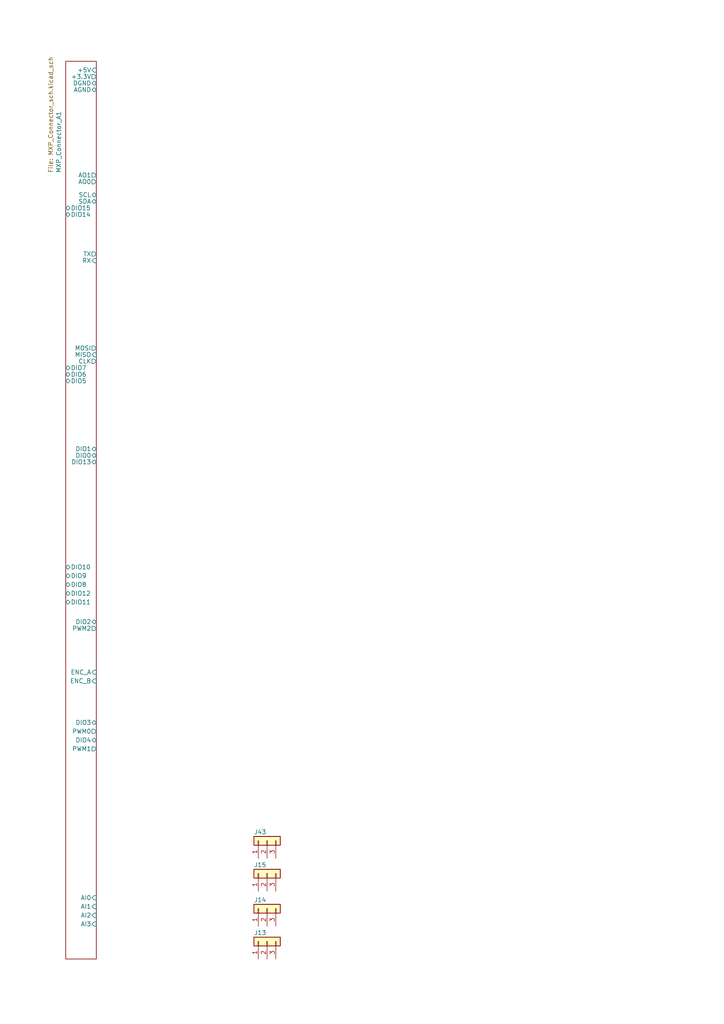
<source format=kicad_sch>
(kicad_sch (version 20230121) (generator eeschema)

  (uuid 23f0c67a-95b5-4ddf-81f9-af8cd438decd)

  (paper "A4" portrait)

  

  (junction (at 455.93 113.665) (diameter 0) (color 0 0 0 0)
    (uuid 04e8122d-bdf6-4d88-bbba-bf39b73ce6a6)
  )
  (junction (at 564.515 43.815) (diameter 0) (color 0 0 0 0)
    (uuid 05bf9aef-e74a-495c-93b5-af928c444f3d)
  )
  (junction (at 466.725 111.125) (diameter 0) (color 0 0 0 0)
    (uuid 0644d0a8-b946-4dbb-a5d8-af0d41de4761)
  )
  (junction (at 452.755 127) (diameter 0) (color 0 0 0 0)
    (uuid 074e855a-9541-4009-8a57-626370c48b5f)
  )
  (junction (at 412.75 151.13) (diameter 0) (color 0 0 0 0)
    (uuid 07542624-8ad6-439e-b18f-33291486bd31)
  )
  (junction (at 455.93 102.87) (diameter 0) (color 0 0 0 0)
    (uuid 08feac3e-65ec-4155-83fc-1f3e165245a5)
  )
  (junction (at 452.755 94.615) (diameter 0) (color 0 0 0 0)
    (uuid 0a49e9b4-0938-4109-9b77-b0db3d3230ae)
  )
  (junction (at 573.405 148.59) (diameter 0) (color 0 0 0 0)
    (uuid 0f9d316a-28f4-48f8-8f04-c3a1b831fdd5)
  )
  (junction (at 433.07 82.55) (diameter 0) (color 0 0 0 0)
    (uuid 1005f8e3-3756-44be-bc2c-b29e445a0e6d)
  )
  (junction (at 434.34 67.945) (diameter 0) (color 0 0 0 0)
    (uuid 196459fa-ede8-42a8-a0c9-a97e5da7e324)
  )
  (junction (at 509.905 71.755) (diameter 0) (color 0 0 0 0)
    (uuid 1a72e2c0-409b-4fb0-97e1-5f232f068361)
  )
  (junction (at 479.425 120.015) (diameter 0) (color 0 0 0 0)
    (uuid 1b668b23-2a96-4e4e-bfcc-d8a09c7b3d9d)
  )
  (junction (at 419.1 106.045) (diameter 0) (color 0 0 0 0)
    (uuid 1cb95a08-fbeb-4a18-8f51-b319fb36daf8)
  )
  (junction (at 398.78 163.83) (diameter 0) (color 0 0 0 0)
    (uuid 1e5fc4e2-200b-455e-9d2f-98e62b4e3e8f)
  )
  (junction (at 434.34 73.025) (diameter 0) (color 0 0 0 0)
    (uuid 1ea9e97a-bd71-4b46-8262-8d8994b5410e)
  )
  (junction (at 311.785 135.255) (diameter 0) (color 0 0 0 0)
    (uuid 1feedc1e-e2ad-42fc-b613-9fc42445fdfd)
  )
  (junction (at 434.34 85.09) (diameter 0) (color 0 0 0 0)
    (uuid 224a51fc-f4dc-4c9b-9d98-1b4cccad24da)
  )
  (junction (at 568.325 148.59) (diameter 0) (color 0 0 0 0)
    (uuid 22d5fe72-cbc7-4613-b2eb-82b39ba6e346)
  )
  (junction (at 534.67 83.185) (diameter 0) (color 0 0 0 0)
    (uuid 26f739f2-1d56-494d-a9dd-19d5bd3c6ffa)
  )
  (junction (at 313.055 155.575) (diameter 0) (color 0 0 0 0)
    (uuid 2c48e5f2-cc1e-488b-8953-7ffc5b034163)
  )
  (junction (at 382.27 114.935) (diameter 0) (color 0 0 0 0)
    (uuid 2d167406-58e9-43ec-949e-b131bb70e9de)
  )
  (junction (at 382.27 126.365) (diameter 0) (color 0 0 0 0)
    (uuid 2fc51d9d-fbb6-4f01-834f-7553d5c9c021)
  )
  (junction (at 410.21 163.83) (diameter 0) (color 0 0 0 0)
    (uuid 302df647-d445-4e29-b47d-2635b3a64af6)
  )
  (junction (at 313.055 167.005) (diameter 0) (color 0 0 0 0)
    (uuid 329ecfbb-df98-4987-a3f7-344cbf04fa93)
  )
  (junction (at 434.34 151.13) (diameter 0) (color 0 0 0 0)
    (uuid 34301609-4609-4a25-815c-8ace422b61d0)
  )
  (junction (at 313.055 178.435) (diameter 0) (color 0 0 0 0)
    (uuid 349a2c37-43ce-4456-b54b-f265ae5c4c7f)
  )
  (junction (at 382.27 137.795) (diameter 0) (color 0 0 0 0)
    (uuid 41b99069-f8e3-47f1-8858-052319c63f02)
  )
  (junction (at 489.585 80.01) (diameter 0) (color 0 0 0 0)
    (uuid 4616fac5-13b3-401f-9442-cd95b8a1afe2)
  )
  (junction (at 452.755 73.025) (diameter 0) (color 0 0 0 0)
    (uuid 484bcf7b-8e43-4b72-9a12-049c5d6cbd88)
  )
  (junction (at 565.785 148.59) (diameter 0) (color 0 0 0 0)
    (uuid 512bca52-069e-469e-8094-237ea0657ff7)
  )
  (junction (at 311.785 112.395) (diameter 0) (color 0 0 0 0)
    (uuid 52187fa8-47ac-4ede-a8a2-20597e18cefb)
  )
  (junction (at 466.725 132.715) (diameter 0) (color 0 0 0 0)
    (uuid 52c31396-ee9d-4773-aad0-683fec290078)
  )
  (junction (at 528.32 91.44) (diameter 0) (color 0 0 0 0)
    (uuid 58bbfde7-d877-4dc8-aed4-77cefd62094d)
  )
  (junction (at 452.755 148.59) (diameter 0) (color 0 0 0 0)
    (uuid 60d30d15-65ed-4db7-b57a-60e3a6e6f171)
  )
  (junction (at 408.94 179.07) (diameter 0) (color 0 0 0 0)
    (uuid 626e906d-45c0-4123-a6a7-0ada15aeb0e3)
  )
  (junction (at 313.055 144.145) (diameter 0) (color 0 0 0 0)
    (uuid 655b6b90-a6b3-44eb-babe-2f0c0051e384)
  )
  (junction (at 313.055 111.125) (diameter 0) (color 0 0 0 0)
    (uuid 6a0fcbc1-6065-41d0-80cb-d2caff8494a9)
  )
  (junction (at 562.61 43.815) (diameter 0) (color 0 0 0 0)
    (uuid 6b2afd35-135c-4892-9e03-94d8b3a400bc)
  )
  (junction (at 412.75 158.75) (diameter 0) (color 0 0 0 0)
    (uuid 6cdb9e71-df63-4ed6-a082-926cd3b2839e)
  )
  (junction (at 564.515 31.115) (diameter 0) (color 0 0 0 0)
    (uuid 706c1572-1d11-49d8-ac14-d416cb9fc4e3)
  )
  (junction (at 452.755 116.205) (diameter 0) (color 0 0 0 0)
    (uuid 74254b30-32c9-43a2-bfda-4d4902c71efa)
  )
  (junction (at 434.34 158.75) (diameter 0) (color 0 0 0 0)
    (uuid 78808f8f-4f0a-4cf2-a078-d11dc2cfc1f3)
  )
  (junction (at 493.395 74.93) (diameter 0) (color 0 0 0 0)
    (uuid 7a7ec16a-f455-46aa-95c9-d6f9184a7713)
  )
  (junction (at 410.21 170.18) (diameter 0) (color 0 0 0 0)
    (uuid 7dd49e08-7362-4446-9f50-39b7e78ca664)
  )
  (junction (at 559.435 148.59) (diameter 0) (color 0 0 0 0)
    (uuid 8447822e-0f4a-4e87-a5c5-95697d5e53b4)
  )
  (junction (at 311.785 123.825) (diameter 0) (color 0 0 0 0)
    (uuid 8756cc05-da55-4828-ad1e-ca96bc050480)
  )
  (junction (at 410.21 92.71) (diameter 0) (color 0 0 0 0)
    (uuid 88451eb8-e6bf-4a34-9a54-efb58f151375)
  )
  (junction (at 480.695 117.475) (diameter 0) (color 0 0 0 0)
    (uuid 8a1efc43-d755-4495-b206-6a48c674b37a)
  )
  (junction (at 406.4 125.095) (diameter 0) (color 0 0 0 0)
    (uuid 8d2aed7d-b892-4428-b235-474ac3066290)
  )
  (junction (at 311.785 156.845) (diameter 0) (color 0 0 0 0)
    (uuid 92ad91c1-0c2f-4bbc-b2d3-e37db1cc76d8)
  )
  (junction (at 419.1 114.935) (diameter 0) (color 0 0 0 0)
    (uuid 965ec537-96a9-4043-928e-8fa4d1df544e)
  )
  (junction (at 419.1 117.475) (diameter 0) (color 0 0 0 0)
    (uuid 973f0b24-f37a-4788-9369-a103160a3e41)
  )
  (junction (at 383.54 123.825) (diameter 0) (color 0 0 0 0)
    (uuid 993c6e9b-3773-4486-954f-158b46642bde)
  )
  (junction (at 491.49 77.47) (diameter 0) (color 0 0 0 0)
    (uuid 9a1415ad-a12e-4831-a1ae-f14b844242b6)
  )
  (junction (at 455.93 70.485) (diameter 0) (color 0 0 0 0)
    (uuid 9de36863-4c75-42b1-9fcd-e1737680ca0d)
  )
  (junction (at 313.055 122.555) (diameter 0) (color 0 0 0 0)
    (uuid 9ff0e0b9-582c-466e-a59f-9f51d7a3173d)
  )
  (junction (at 455.93 92.075) (diameter 0) (color 0 0 0 0)
    (uuid a1be1ae1-d80f-43b8-8ed3-e0351f5a27e3)
  )
  (junction (at 479.425 103.505) (diameter 0) (color 0 0 0 0)
    (uuid a61e8210-b9f3-4c41-bb00-b8287b442007)
  )
  (junction (at 408.94 172.72) (diameter 0) (color 0 0 0 0)
    (uuid aa8c17bb-f3b5-40ef-8073-554dae1df332)
  )
  (junction (at 311.785 145.415) (diameter 0) (color 0 0 0 0)
    (uuid ac395f85-4e3f-4efb-be42-ada4e8ef0f56)
  )
  (junction (at 479.425 136.525) (diameter 0) (color 0 0 0 0)
    (uuid aeebd430-cf99-4094-893a-d3f268c3b75e)
  )
  (junction (at 455.93 135.255) (diameter 0) (color 0 0 0 0)
    (uuid b1683956-6fb0-4c94-a6cd-f7330f9ff628)
  )
  (junction (at 562.61 31.115) (diameter 0) (color 0 0 0 0)
    (uuid b386fa8a-8d10-48ea-94ae-3584c3b489cb)
  )
  (junction (at 313.055 133.985) (diameter 0) (color 0 0 0 0)
    (uuid b4180612-e766-411d-bbed-a2c4c405a8c7)
  )
  (junction (at 311.785 179.705) (diameter 0) (color 0 0 0 0)
    (uuid b5fcec00-2fe1-46f5-8cd9-2bc20b8676d1)
  )
  (junction (at 509.905 62.865) (diameter 0) (color 0 0 0 0)
    (uuid b70ba403-d5a5-4026-b610-f5b02e49f1b3)
  )
  (junction (at 466.725 100.33) (diameter 0) (color 0 0 0 0)
    (uuid bdbcdaba-6cf6-415b-81fa-11e7dd1a3906)
  )
  (junction (at 480.695 100.965) (diameter 0) (color 0 0 0 0)
    (uuid becbed49-6b03-48eb-ba90-45631d2f243d)
  )
  (junction (at 434.34 145.415) (diameter 0) (color 0 0 0 0)
    (uuid c238823f-1c69-4ca9-891c-48bea5413d25)
  )
  (junction (at 433.07 70.485) (diameter 0) (color 0 0 0 0)
    (uuid c94210f4-5111-44b3-a6a4-a476ef057d84)
  )
  (junction (at 410.21 176.53) (diameter 0) (color 0 0 0 0)
    (uuid d708007c-585a-4f74-9d4b-260b9f12a4fc)
  )
  (junction (at 455.93 81.28) (diameter 0) (color 0 0 0 0)
    (uuid da917a9d-420e-4d11-827a-e05c3caf9d0c)
  )
  (junction (at 452.755 62.23) (diameter 0) (color 0 0 0 0)
    (uuid db47c738-0555-4d14-ab13-d2c20e3bee8e)
  )
  (junction (at 452.755 105.41) (diameter 0) (color 0 0 0 0)
    (uuid ddf422ac-ba5c-490f-a440-d658373acf48)
  )
  (junction (at 452.755 137.795) (diameter 0) (color 0 0 0 0)
    (uuid de555265-5898-4763-b89a-a0964edea567)
  )
  (junction (at 480.695 133.985) (diameter 0) (color 0 0 0 0)
    (uuid e3f70e7b-e7ed-4117-b94a-60cf6b2794dc)
  )
  (junction (at 455.93 59.69) (diameter 0) (color 0 0 0 0)
    (uuid e53e79c3-18b2-4e73-9c37-208a70e93b10)
  )
  (junction (at 452.755 83.82) (diameter 0) (color 0 0 0 0)
    (uuid e7dfbe35-1f36-43b2-b15b-d87c23a93fc0)
  )
  (junction (at 383.54 112.395) (diameter 0) (color 0 0 0 0)
    (uuid e8b64db1-efc0-4fc0-8585-ed23f85e1424)
  )
  (junction (at 383.54 135.255) (diameter 0) (color 0 0 0 0)
    (uuid e8f6f870-a317-464d-a854-8bc65ceac4f3)
  )
  (junction (at 433.07 77.47) (diameter 0) (color 0 0 0 0)
    (uuid edbacd68-9086-4d6e-8f1a-417cbffbdad8)
  )
  (junction (at 455.93 146.05) (diameter 0) (color 0 0 0 0)
    (uuid eeefe220-4f87-49fc-813e-ab9dbcd21b48)
  )
  (junction (at 485.775 109.855) (diameter 0) (color 0 0 0 0)
    (uuid eefa7087-0a93-42e8-817d-601333ad6330)
  )
  (junction (at 311.785 168.275) (diameter 0) (color 0 0 0 0)
    (uuid efa8ebe8-b7b8-4834-946b-81ff36cafd10)
  )
  (junction (at 455.93 124.46) (diameter 0) (color 0 0 0 0)
    (uuid f0acd8e0-da3d-4eda-afb9-5e6a555a3e72)
  )
  (junction (at 434.34 166.37) (diameter 0) (color 0 0 0 0)
    (uuid f4d98b2e-42af-4031-be1f-4d50e02672d9)
  )
  (junction (at 408.94 166.37) (diameter 0) (color 0 0 0 0)
    (uuid f6970166-ff98-45ce-91bb-0a62a84dfc5e)
  )
  (junction (at 434.34 80.01) (diameter 0) (color 0 0 0 0)
    (uuid fe9266b2-9f62-42dc-a7b5-71af2580ae64)
  )
  (junction (at 483.87 112.395) (diameter 0) (color 0 0 0 0)
    (uuid ff74bc3d-b424-4b5d-87c9-fbc4121f4d90)
  )
  (junction (at 570.865 148.59) (diameter 0) (color 0 0 0 0)
    (uuid ffb2692f-9b11-4cc1-9fb0-b9570b6a2d14)
  )
  (junction (at 487.68 107.315) (diameter 0) (color 0 0 0 0)
    (uuid ffd6cff2-40c9-4aa9-86b0-396e2f3661ef)
  )
  (junction (at 466.725 143.51) (diameter 0) (color 0 0 0 0)
    (uuid fff32cf6-1157-4e89-bd22-41cf0c65e8ce)
  )

  (no_connect (at 421.64 22.225) (uuid 008f4003-84c5-4ffc-9ef9-fbb05e2759b1))
  (no_connect (at 424.18 34.925) (uuid 02b41090-c65c-4dca-aa8d-839bb9506b9d))
  (no_connect (at 522.605 22.225) (uuid 03126a17-a87f-455e-b40a-9945a9b4245c))
  (no_connect (at 419.1 22.225) (uuid 06889ac6-310a-4fc1-bed9-2fcde72363a3))
  (no_connect (at 421.64 34.925) (uuid 0798c33e-db26-4f71-ad79-ed066f17a3d5))
  (no_connect (at 424.18 22.225) (uuid 0e700048-f1de-4758-880d-e4de1cba8374))
  (no_connect (at 411.48 34.925) (uuid 15e9c50e-c257-4801-b788-040af7463b56))
  (no_connect (at 481.965 9.525) (uuid 1729f6e5-01df-4716-bad8-8f4089f49ca5))
  (no_connect (at 414.02 34.925) (uuid 2e43017e-1a99-42ea-b408-803525c9c950))
  (no_connect (at 416.56 9.525) (uuid 38498220-fabd-4951-92d9-9f2f9a7c5635))
  (no_connect (at 414.02 9.525) (uuid 47eb134b-d186-4574-8c85-253ed71bc912))
  (no_connect (at 558.8 43.815) (uuid 4a1ff5e1-f944-40af-8f32-594cf79b2a3b))
  (no_connect (at 416.56 34.925) (uuid 50c986db-3962-4a47-b4f9-895314988479))
  (no_connect (at 416.56 22.225) (uuid 73dff57f-2773-4bdd-ba58-d6b5c2420ffa))
  (no_connect (at 419.1 34.925) (uuid 8571f5e0-d309-4c10-a5e8-b465c73a39a0))
  (no_connect (at 478.155 22.225) (uuid 95424ff1-a69e-409f-bd86-4874e627afb8))
  (no_connect (at 419.1 9.525) (uuid 9b787545-b78b-4264-b3ea-7f7e9e515ed0))
  (no_connect (at 560.705 43.815) (uuid 9d95da23-8f54-4333-9c94-0f75b1e17367))
  (no_connect (at 568.325 31.115) (uuid 9e794bb0-9991-4747-89fa-d7cbdd3f3af0))
  (no_connect (at 481.965 22.225) (uuid a33ef96e-f8c9-401b-9eca-f8482c9d1cb6))
  (no_connect (at 478.155 9.525) (uuid a58ffd29-63ae-4771-b12a-dd7139923fc5))
  (no_connect (at 568.325 18.415) (uuid b1896bbe-5f9c-432b-adba-0a7a56828bdf))
  (no_connect (at 480.06 22.225) (uuid b2099497-aa04-4648-aa7d-ee66e820995f))
  (no_connect (at 566.42 31.115) (uuid b24b9409-54eb-4a01-8da9-e796ba3efe87))
  (no_connect (at 568.325 43.815) (uuid bab7011b-4762-4b15-a7be-f3dbf07c021e))
  (no_connect (at 524.51 22.225) (uuid bf51fd9c-cfc6-4048-8dc6-432d85bab26e))
  (no_connect (at 424.18 9.525) (uuid c5fc1618-60bf-4743-99ae-868c4699bd5d))
  (no_connect (at 414.02 22.225) (uuid d0d0a64b-db98-47d1-a7f3-7f903657db1b))
  (no_connect (at 526.415 9.525) (uuid d4b624f3-6a6c-423c-a2e2-d26a3a81bbab))
  (no_connect (at 480.06 9.525) (uuid e4f8ebbc-c3a5-4322-b0b4-fa695a742a35))
  (no_connect (at 566.42 18.415) (uuid f5272756-6c46-43cb-8d70-4e77d2968850))
  (no_connect (at 528.32 9.525) (uuid fc242175-fb6d-4f90-9076-21acbd426cdb))
  (no_connect (at 421.64 9.525) (uuid fd94b71c-db12-40d7-9b12-a074be582dbd))

  (wire (pts (xy 381 182.88) (xy 410.21 182.88))
    (stroke (width 0) (type default))
    (uuid 00923c57-ebf7-4478-9144-cdcc8fd0de10)
  )
  (wire (pts (xy 481.965 107.95) (xy 481.965 98.425))
    (stroke (width 0) (type default))
    (uuid 00a61e6c-1e43-4b58-9144-9522934ccd48)
  )
  (wire (pts (xy 407.67 24.765) (xy 408.305 24.765))
    (stroke (width 0) (type default))
    (uuid 00aa3e46-5023-4125-80b0-f4b1384a1aba)
  )
  (wire (pts (xy 537.845 44.45) (xy 537.845 104.775))
    (stroke (width 0) (type default))
    (uuid 017c22b4-528e-473b-9e73-d56991dc78cf)
  )
  (wire (pts (xy 467.36 43.815) (xy 467.36 57.15))
    (stroke (width 0) (type default))
    (uuid 01fbc596-b0ab-4805-88d1-3818b90ba0bc)
  )
  (wire (pts (xy 393.7 18.415) (xy 393.7 107.315))
    (stroke (width 0) (type default))
    (uuid 021cb092-4e67-454f-90af-5271e694f346)
  )
  (wire (pts (xy 457.2 34.29) (xy 457.2 143.51))
    (stroke (width 0) (type default))
    (uuid 055c83dc-d3b1-4596-bacf-93b9c2078ba4)
  )
  (wire (pts (xy 410.21 170.18) (xy 410.21 176.53))
    (stroke (width 0) (type default))
    (uuid 0567a6e6-fc47-4f0f-b1df-518a08a02568)
  )
  (wire (pts (xy 389.89 33.02) (xy 391.16 33.02))
    (stroke (width 0) (type default))
    (uuid 05bc51b1-26f3-4e08-86c6-ad4dd06253c3)
  )
  (wire (pts (xy 331.47 109.855) (xy 331.47 112.395))
    (stroke (width 0) (type default))
    (uuid 06012254-7b63-49a7-ae7f-73877d2579b3)
  )
  (wire (pts (xy 401.32 46.355) (xy 401.32 43.815))
    (stroke (width 0) (type default))
    (uuid 061445de-b2e0-465a-abc7-46f41a1002c1)
  )
  (wire (pts (xy 331.47 121.285) (xy 331.47 123.825))
    (stroke (width 0) (type default))
    (uuid 06b31edf-2efd-4a01-bb2a-d1dd0aacbcf8)
  )
  (wire (pts (xy 513.08 69.215) (xy 518.795 69.215))
    (stroke (width 0) (type default))
    (uuid 08f8c08d-9070-4a10-aed2-fd7b2340cfc0)
  )
  (wire (pts (xy 378.46 53.975) (xy 378.46 55.88))
    (stroke (width 0) (type default))
    (uuid 099bb753-b16e-4ea8-9e74-80820929c643)
  )
  (wire (pts (xy 455.93 151.13) (xy 480.695 151.13))
    (stroke (width 0) (type default))
    (uuid 0a828d6b-c388-4b29-a40d-fb9de7c03a35)
  )
  (wire (pts (xy 496.57 114.935) (xy 481.965 114.935))
    (stroke (width 0) (type default))
    (uuid 0ba8765a-6fb0-459f-b44b-24c23f13a3fc)
  )
  (wire (pts (xy 316.865 31.115) (xy 316.865 33.02))
    (stroke (width 0) (type default))
    (uuid 0bb49af2-0e45-4d6e-afc5-9c6f35aeb6de)
  )
  (wire (pts (xy 328.93 165.735) (xy 328.93 167.005))
    (stroke (width 0) (type default))
    (uuid 0bc71c2f-5bc8-4fa6-bf9a-1be7f0339b05)
  )
  (wire (pts (xy 467.36 62.23) (xy 452.755 62.23))
    (stroke (width 0) (type default))
    (uuid 0be6082b-570d-4e2c-9285-d12dfe5172b3)
  )
  (wire (pts (xy 466.725 130.175) (xy 466.725 132.715))
    (stroke (width 0) (type default))
    (uuid 0ce27677-54b1-4f70-8241-e81ceb33f325)
  )
  (wire (pts (xy 434.34 80.01) (xy 434.34 85.09))
    (stroke (width 0) (type default))
    (uuid 0d161444-c1ae-44e9-8fb4-0052f65ead72)
  )
  (wire (pts (xy 467.36 111.125) (xy 466.725 111.125))
    (stroke (width 0) (type default))
    (uuid 0d3bc7a4-69b1-4ce7-8dea-c22718a62858)
  )
  (wire (pts (xy 462.28 31.75) (xy 462.28 100.33))
    (stroke (width 0) (type default))
    (uuid 0d3f3267-3c3e-4a6a-93d7-866306c6f8ef)
  )
  (wire (pts (xy 383.54 146.685) (xy 383.54 135.255))
    (stroke (width 0) (type default))
    (uuid 0d4d6329-b011-44a0-9321-3465d031409a)
  )
  (wire (pts (xy 410.21 54.61) (xy 415.29 54.61))
    (stroke (width 0) (type default))
    (uuid 0e05afee-a920-4aa8-870f-42d7de838e80)
  )
  (wire (pts (xy 534.67 54.61) (xy 534.67 83.185))
    (stroke (width 0) (type default))
    (uuid 0e3d82f3-072a-4e0a-bcb3-54c96423de3c)
  )
  (wire (pts (xy 321.945 19.685) (xy 321.945 132.715))
    (stroke (width 0) (type default))
    (uuid 0e93df4b-f69f-44d3-b424-1aa6c08638a4)
  )
  (wire (pts (xy 496.57 128.905) (xy 483.87 128.905))
    (stroke (width 0) (type default))
    (uuid 0f2d424a-3cc9-4459-a899-afd4ebb6d3f6)
  )
  (wire (pts (xy 532.13 18.415) (xy 532.13 88.9))
    (stroke (width 0) (type default))
    (uuid 0fd18946-dc79-4cb7-8d62-b3423eb69598)
  )
  (wire (pts (xy 393.7 135.255) (xy 383.54 135.255))
    (stroke (width 0) (type default))
    (uuid 0fdfc248-0049-48e0-b50d-b97e8bab2c78)
  )
  (wire (pts (xy 383.54 123.825) (xy 383.54 112.395))
    (stroke (width 0) (type default))
    (uuid 103107aa-02e8-43fc-8fc1-7468781d58d5)
  )
  (wire (pts (xy 328.93 187.325) (xy 328.93 188.595))
    (stroke (width 0) (type default))
    (uuid 10c09be7-2502-4f03-82bb-0f95ac40febb)
  )
  (wire (pts (xy 551.815 146.05) (xy 551.815 148.59))
    (stroke (width 0) (type default))
    (uuid 11a01900-e4e3-475f-9a72-0185a0daeb08)
  )
  (wire (pts (xy 496.57 123.825) (xy 487.68 123.825))
    (stroke (width 0) (type default))
    (uuid 132057a0-b11f-4a5d-b8f6-192c18ed9250)
  )
  (wire (pts (xy 425.45 147.32) (xy 417.83 147.32))
    (stroke (width 0) (type default))
    (uuid 1358af82-93d6-426e-8896-e94065453bce)
  )
  (wire (pts (xy 314.325 31.115) (xy 314.325 33.655))
    (stroke (width 0) (type default))
    (uuid 138a0818-2a79-4788-8f01-e73ae9dbb95c)
  )
  (wire (pts (xy 519.43 117.475) (xy 544.195 117.475))
    (stroke (width 0) (type default))
    (uuid 1444f50d-9e46-47e2-9005-f4a1f8aceda2)
  )
  (wire (pts (xy 410.21 92.71) (xy 410.21 163.83))
    (stroke (width 0) (type default))
    (uuid 148aa835-5013-4a8d-83bf-28ac48a2c5f6)
  )
  (wire (pts (xy 398.78 176.53) (xy 410.21 176.53))
    (stroke (width 0) (type default))
    (uuid 14ac8707-61f2-466e-97a2-40a176017919)
  )
  (wire (pts (xy 461.01 31.75) (xy 461.01 31.115))
    (stroke (width 0) (type default))
    (uuid 14ccd19a-4296-41d5-832f-a6c241f72a8d)
  )
  (wire (pts (xy 481.965 97.155) (xy 481.965 82.55))
    (stroke (width 0) (type default))
    (uuid 1589d503-9764-4076-a73a-8a54f9a20a17)
  )
  (wire (pts (xy 540.385 33.02) (xy 541.02 33.02))
    (stroke (width 0) (type default))
    (uuid 1666082d-bb0c-4b40-906e-ded89a3bc6cb)
  )
  (wire (pts (xy 381 172.72) (xy 408.94 172.72))
    (stroke (width 0) (type default))
    (uuid 172999ca-a958-444c-b290-c473e37ab281)
  )
  (wire (pts (xy 466.725 132.715) (xy 458.47 132.715))
    (stroke (width 0) (type default))
    (uuid 18d8ad78-3978-40c4-87a1-01ca4819b05f)
  )
  (wire (pts (xy 315.595 187.325) (xy 326.39 187.325))
    (stroke (width 0) (type default))
    (uuid 190438d6-df68-4579-8807-fbb2c0dfd14f)
  )
  (wire (pts (xy 392.43 109.855) (xy 393.7 109.855))
    (stroke (width 0) (type default))
    (uuid 191b8276-a1c0-4ec4-91f5-7e896e18fb5e)
  )
  (wire (pts (xy 393.7 123.825) (xy 383.54 123.825))
    (stroke (width 0) (type default))
    (uuid 19758f33-be58-44bf-8a29-ea60dffe6f67)
  )
  (wire (pts (xy 313.055 144.145) (xy 313.055 155.575))
    (stroke (width 0) (type default))
    (uuid 1b4b4929-4bf2-4b83-86e0-df2e3c36e6c4)
  )
  (wire (pts (xy 489.585 95.885) (xy 496.57 95.885))
    (stroke (width 0) (type default))
    (uuid 1b54e8e9-ecc2-40ae-b53e-e3cc26ef97a4)
  )
  (wire (pts (xy 383.54 53.34) (xy 383.54 43.815))
    (stroke (width 0) (type default))
    (uuid 1b6c43d5-ad47-4412-a8e7-11ba0d1363f4)
  )
  (wire (pts (xy 443.23 122.555) (xy 441.96 122.555))
    (stroke (width 0) (type default))
    (uuid 1bbbe440-159a-47fc-b03e-4ced2d7e7992)
  )
  (wire (pts (xy 434.34 166.37) (xy 434.34 170.18))
    (stroke (width 0) (type default))
    (uuid 1cb622c8-0fed-4a64-b114-ad9d6d267f2a)
  )
  (wire (pts (xy 491.49 93.345) (xy 496.57 93.345))
    (stroke (width 0) (type default))
    (uuid 1cfc2c8b-a3cd-43c5-aeb6-854ced71b29e)
  )
  (wire (pts (xy 456.565 18.415) (xy 456.565 33.655))
    (stroke (width 0) (type default))
    (uuid 1d3ed63d-9e8e-4b6a-a8a1-a5d8022070af)
  )
  (wire (pts (xy 573.405 148.59) (xy 575.945 148.59))
    (stroke (width 0) (type default))
    (uuid 1d922c5c-57dd-4d7e-861a-b37ecbf5e39e)
  )
  (wire (pts (xy 391.16 33.02) (xy 391.16 118.745))
    (stroke (width 0) (type default))
    (uuid 1e1ae770-b134-4f48-aaf7-1c20395c0034)
  )
  (wire (pts (xy 481.965 98.425) (xy 496.57 98.425))
    (stroke (width 0) (type default))
    (uuid 1e6006c1-1c5a-440f-ba99-f03d5e9e14c8)
  )
  (wire (pts (xy 493.395 90.805) (xy 493.395 74.93))
    (stroke (width 0) (type default))
    (uuid 21e5eece-ad04-4409-8bac-6199fd11710b)
  )
  (wire (pts (xy 467.36 94.615) (xy 452.755 94.615))
    (stroke (width 0) (type default))
    (uuid 22891d8f-809c-4cab-be77-b6e2fc9887bf)
  )
  (wire (pts (xy 519.43 83.185) (xy 534.67 83.185))
    (stroke (width 0) (type default))
    (uuid 23cd291b-292a-457d-927a-509335fe9c55)
  )
  (wire (pts (xy 530.225 18.415) (xy 530.225 86.36))
    (stroke (width 0) (type default))
    (uuid 24d58dc6-3196-43d0-aaa8-d610daf581cd)
  )
  (wire (pts (xy 328.93 142.875) (xy 328.93 144.145))
    (stroke (width 0) (type default))
    (uuid 256dd79b-2232-4393-8877-87e4590495c9)
  )
  (wire (pts (xy 455.93 59.69) (xy 455.93 54.61))
    (stroke (width 0) (type default))
    (uuid 2572ce10-41d3-40cf-bb43-e6d3456798f4)
  )
  (wire (pts (xy 496.57 126.365) (xy 485.775 126.365))
    (stroke (width 0) (type default))
    (uuid 25a3714e-2b1a-4766-ac5c-dd3ba582bb08)
  )
  (wire (pts (xy 326.39 121.285) (xy 323.215 121.285))
    (stroke (width 0) (type default))
    (uuid 25c75b78-3159-47a5-85eb-29f40dae74ad)
  )
  (wire (pts (xy 383.54 55.88) (xy 378.46 55.88))
    (stroke (width 0) (type default))
    (uuid 26237289-bbf5-4af2-8205-48fe4717d1ff)
  )
  (wire (pts (xy 433.07 82.55) (xy 433.07 92.71))
    (stroke (width 0) (type default))
    (uuid 262bb309-1dc9-4527-aa56-1e0335a5d10d)
  )
  (wire (pts (xy 384.81 54.61) (xy 384.81 144.145))
    (stroke (width 0) (type default))
    (uuid 264a2eae-95ca-4708-a402-fe48ecf7d16e)
  )
  (wire (pts (xy 540.385 33.02) (xy 540.385 109.855))
    (stroke (width 0) (type default))
    (uuid 27b69f39-4ea0-4b6f-8c2b-894c698c0693)
  )
  (wire (pts (xy 433.07 65.405) (xy 433.07 70.485))
    (stroke (width 0) (type default))
    (uuid 27d3c168-888f-4da4-93f4-d6a8bdfaa88b)
  )
  (wire (pts (xy 483.87 140.97) (xy 466.725 140.97))
    (stroke (width 0) (type default))
    (uuid 280755e1-add9-4b1e-83ee-86865fae8369)
  )
  (wire (pts (xy 519.43 127.635) (xy 549.275 127.635))
    (stroke (width 0) (type default))
    (uuid 2819f60a-dede-4d77-9198-a36e07c2d562)
  )
  (wire (pts (xy 493.395 90.805) (xy 496.57 90.805))
    (stroke (width 0) (type default))
    (uuid 283549b2-1229-4b02-a20c-2d45061a73e1)
  )
  (wire (pts (xy 509.905 97.79) (xy 509.905 71.755))
    (stroke (width 0) (type default))
    (uuid 292f25bb-cf7b-427e-8163-693b376287a8)
  )
  (wire (pts (xy 430.53 67.945) (xy 434.34 67.945))
    (stroke (width 0) (type default))
    (uuid 29394e25-0d52-47ba-b215-5480038bb8db)
  )
  (wire (pts (xy 483.87 112.395) (xy 496.57 112.395))
    (stroke (width 0) (type default))
    (uuid 2a1e4226-5eac-4d5f-8a61-8c7d1e1441ab)
  )
  (wire (pts (xy 434.34 73.025) (xy 434.34 80.01))
    (stroke (width 0) (type default))
    (uuid 2b02347d-7ca8-4c68-9294-4d23f382dfa2)
  )
  (wire (pts (xy 328.93 111.125) (xy 313.055 111.125))
    (stroke (width 0) (type default))
    (uuid 2d175e25-6873-432c-b392-ccfbe6959102)
  )
  (wire (pts (xy 408.94 50.165) (xy 408.94 166.37))
    (stroke (width 0) (type default))
    (uuid 2d33b3a2-0450-40ee-a588-8078700fb295)
  )
  (wire (pts (xy 479.425 103.505) (xy 479.425 87.63))
    (stroke (width 0) (type default))
    (uuid 2d9149dc-48c5-425e-8e5a-d6dae3ed93e7)
  )
  (wire (pts (xy 324.485 20.955) (xy 324.485 109.855))
    (stroke (width 0) (type default))
    (uuid 2ea58118-5c29-467b-99f7-31548ed85a54)
  )
  (wire (pts (xy 479.425 87.63) (xy 496.57 87.63))
    (stroke (width 0) (type default))
    (uuid 2f579909-a2f7-49a6-a892-1ab8457c2060)
  )
  (wire (pts (xy 328.93 121.285) (xy 328.93 122.555))
    (stroke (width 0) (type default))
    (uuid 2f77f219-947d-493d-828f-a3881f0d4e6d)
  )
  (wire (pts (xy 535.94 18.415) (xy 535.94 45.72))
    (stroke (width 0) (type default))
    (uuid 2fe88fc1-17ed-49d8-a301-5e871a74762f)
  )
  (wire (pts (xy 311.785 156.845) (xy 331.47 156.845))
    (stroke (width 0) (type default))
    (uuid 30b13dba-c912-491f-970c-1ef9166a7d31)
  )
  (wire (pts (xy 556.895 142.24) (xy 551.815 142.24))
    (stroke (width 0) (type default))
    (uuid 30c7322a-5656-4dbc-97d6-6592f33dd553)
  )
  (wire (pts (xy 455.93 81.28) (xy 455.93 70.485))
    (stroke (width 0) (type default))
    (uuid 3115270d-d287-443f-8737-60c43cee81ab)
  )
  (wire (pts (xy 406.4 125.095) (xy 406.4 187.96))
    (stroke (width 0) (type default))
    (uuid 31a4747e-318b-47b8-b9ea-2ff2e504372d)
  )
  (wire (pts (xy 313.055 133.985) (xy 313.055 144.145))
    (stroke (width 0) (type default))
    (uuid 321230d2-3b91-4712-b0e7-e235fe5cc1ce)
  )
  (wire (pts (xy 536.575 45.72) (xy 536.575 102.235))
    (stroke (width 0) (type default))
    (uuid 328b4c83-db8a-47b3-8720-f99363501dbc)
  )
  (wire (pts (xy 562.61 31.115) (xy 562.61 43.815))
    (stroke (width 0) (type default))
    (uuid 32c50ccd-0195-48ca-b409-4058e84f0142)
  )
  (wire (pts (xy 491.49 77.47) (xy 496.57 77.47))
    (stroke (width 0) (type default))
    (uuid 335f0a6c-a5b1-4bba-8c43-de6da276c5be)
  )
  (wire (pts (xy 542.925 45.085) (xy 542.925 114.935))
    (stroke (width 0) (type default))
    (uuid 343b6a3e-de4a-437e-96fd-ebc2dbd6cb0a)
  )
  (wire (pts (xy 459.105 32.385) (xy 459.105 31.115))
    (stroke (width 0) (type default))
    (uuid 344ba6cd-fe28-424c-92d2-5ae897c25057)
  )
  (wire (pts (xy 479.425 120.015) (xy 479.425 103.505))
    (stroke (width 0) (type default))
    (uuid 34972962-1ad5-42a9-9f28-b20d517e8db2)
  )
  (wire (pts (xy 416.56 135.255) (xy 419.1 135.255))
    (stroke (width 0) (type default))
    (uuid 354a12bd-8cdd-497e-8cbd-5cc51f5df4d7)
  )
  (wire (pts (xy 467.36 92.075) (xy 455.93 92.075))
    (stroke (width 0) (type default))
    (uuid 35f58783-ba74-4d37-b51a-bb1831e39070)
  )
  (wire (pts (xy 528.32 78.105) (xy 519.43 78.105))
    (stroke (width 0) (type default))
    (uuid 35f6db7e-09da-4bc8-8050-017c8966f0c8)
  )
  (wire (pts (xy 548.64 45.085) (xy 542.925 45.085))
    (stroke (width 0) (type default))
    (uuid 37e6818a-79d7-4169-a38d-685ced38ff27)
  )
  (bus (pts (xy 337.82 34.29) (xy 352.425 34.29))
    (stroke (width 0) (type default))
    (uuid 388c9f10-88f6-4179-9ff3-2efe5400667e)
  )

  (wire (pts (xy 412.75 166.37) (xy 420.37 166.37))
    (stroke (width 0) (type default))
    (uuid 395f4a45-d28b-4e4c-a1c4-90f8b5090f9b)
  )
  (wire (pts (xy 483.87 18.415) (xy 483.87 112.395))
    (stroke (width 0) (type default))
    (uuid 39ef545f-8c56-4f29-b387-58d7d85a7553)
  )
  (wire (pts (xy 328.93 177.165) (xy 328.93 178.435))
    (stroke (width 0) (type default))
    (uuid 3acfe00a-0f11-425d-a7ae-baf31a1a82be)
  )
  (wire (pts (xy 407.67 24.765) (xy 407.67 127.635))
    (stroke (width 0) (type default))
    (uuid 3ad02d5d-be73-4583-86dd-182107d9a1ee)
  )
  (wire (pts (xy 467.36 137.795) (xy 452.755 137.795))
    (stroke (width 0) (type default))
    (uuid 3b2b0d4f-743a-4d00-8c23-53c04f4525af)
  )
  (wire (pts (xy 391.16 20.955) (xy 392.43 20.955))
    (stroke (width 0) (type default))
    (uuid 3b3c99c4-a111-4801-bdf1-49479760a9ae)
  )
  (wire (pts (xy 562.61 43.815) (xy 562.61 61.595))
    (stroke (width 0) (type default))
    (uuid 3b7009f5-42b7-4902-86de-af66eb10a46f)
  )
  (wire (pts (xy 467.36 132.715) (xy 466.725 132.715))
    (stroke (width 0) (type default))
    (uuid 3b7357df-fca0-4f99-ade9-7d3bfc173577)
  )
  (wire (pts (xy 331.47 132.715) (xy 331.47 135.255))
    (stroke (width 0) (type default))
    (uuid 3be4bf33-5814-4e21-bb93-5c584e9d1f2f)
  )
  (wire (pts (xy 313.055 111.125) (xy 313.055 53.34))
    (stroke (width 0) (type default))
    (uuid 3cd81b59-0971-477f-b7b4-f1881e14b3c3)
  )
  (wire (pts (xy 559.435 148.59) (xy 559.435 140.335))
    (stroke (width 0) (type default))
    (uuid 3d490f6e-a4c0-459b-9746-bfd630c386a0)
  )
  (wire (pts (xy 518.795 62.865) (xy 509.905 62.865))
    (stroke (width 0) (type default))
    (uuid 3d878590-5d13-44dd-b374-e6177af9b77c)
  )
  (wire (pts (xy 489.585 80.01) (xy 496.57 80.01))
    (stroke (width 0) (type default))
    (uuid 3e42fe56-4fd2-4625-ba66-5d8a7187cf3e)
  )
  (wire (pts (xy 455.93 113.665) (xy 455.93 102.87))
    (stroke (width 0) (type default))
    (uuid 3e445fb2-1772-48ab-8ac9-da06678d3656)
  )
  (wire (pts (xy 398.78 168.91) (xy 402.59 168.91))
    (stroke (width 0) (type default))
    (uuid 40088931-0bbe-4619-a28a-43bbc0c2ca23)
  )
  (wire (pts (xy 537.845 21.59) (xy 537.845 18.415))
    (stroke (width 0) (type default))
    (uuid 40a403d2-ae03-4c74-840c-597d6197720c)
  )
  (wire (pts (xy 408.94 50.165) (xy 410.845 50.165))
    (stroke (width 0) (type default))
    (uuid 4137f1bb-5004-49d4-8621-cad267d86d52)
  )
  (wire (pts (xy 462.915 33.02) (xy 462.915 31.115))
    (stroke (width 0) (type default))
    (uuid 41c47254-abda-4cee-b480-1afe425bb4a3)
  )
  (wire (pts (xy 314.325 33.655) (xy 316.865 33.655))
    (stroke (width 0) (type default))
    (uuid 41f85953-fa03-4b63-96e2-1ea20ac33fc2)
  )
  (wire (pts (xy 513.08 18.415) (xy 513.08 69.215))
    (stroke (width 0) (type default))
    (uuid 42a3bfff-e4a4-462b-b9c5-8968a2c3e81a)
  )
  (wire (pts (xy 406.4 187.96) (xy 381 187.96))
    (stroke (width 0) (type default))
    (uuid 42b32ed1-ba11-4e05-a43d-9aaae35cd5c4)
  )
  (wire (pts (xy 457.2 34.29) (xy 454.66 34.29))
    (stroke (width 0) (type default))
    (uuid 430f150e-f1ff-4534-a091-53975a32596b)
  )
  (wire (pts (xy 532.13 88.9) (xy 519.43 88.9))
    (stroke (width 0) (type default))
    (uuid 4342a4c8-4686-4dda-97e0-6d4f74f97cf9)
  )
  (wire (pts (xy 315.595 34.29) (xy 315.595 187.325))
    (stroke (width 0) (type default))
    (uuid 43ed83c9-d3a9-4deb-ac77-1e3f23eb0416)
  )
  (wire (pts (xy 452.755 73.025) (xy 452.755 62.23))
    (stroke (width 0) (type default))
    (uuid 464c38eb-5b18-48b6-8b7e-0747385415a8)
  )
  (wire (pts (xy 467.36 70.485) (xy 455.93 70.485))
    (stroke (width 0) (type default))
    (uuid 4713e415-9877-4aa1-9066-8d9e809281c6)
  )
  (wire (pts (xy 311.785 135.255) (xy 311.785 145.415))
    (stroke (width 0) (type default))
    (uuid 4734a48f-ba74-4b1b-96bf-7fcf49b5521a)
  )
  (wire (pts (xy 313.055 111.125) (xy 313.055 122.555))
    (stroke (width 0) (type default))
    (uuid 47af741e-5fef-4c16-ba00-39b920e53ed6)
  )
  (wire (pts (xy 479.425 136.525) (xy 479.425 152.4))
    (stroke (width 0) (type default))
    (uuid 47e4945a-52b0-4eaa-a822-82f90d76adfb)
  )
  (wire (pts (xy 313.055 178.435) (xy 313.055 188.595))
    (stroke (width 0) (type default))
    (uuid 4801872a-7c5a-40ec-8e5d-343c75c2c346)
  )
  (wire (pts (xy 328.93 132.715) (xy 328.93 133.985))
    (stroke (width 0) (type default))
    (uuid 48657c17-d5f2-48f4-bcc7-e3c2fc85ed7c)
  )
  (wire (pts (xy 463.55 89.535) (xy 463.55 33.02))
    (stroke (width 0) (type default))
    (uuid 490c6509-257c-4b50-b7ef-d43ceeb06459)
  )
  (wire (pts (xy 419.1 117.475) (xy 419.1 122.555))
    (stroke (width 0) (type default))
    (uuid 493d2656-6f71-4bbb-bc8b-c1f0e3f5ef34)
  )
  (wire (pts (xy 311.785 112.395) (xy 331.47 112.395))
    (stroke (width 0) (type default))
    (uuid 49db167d-8738-41c6-990b-7bed813daee2)
  )
  (wire (pts (xy 539.115 31.115) (xy 539.115 107.315))
    (stroke (width 0) (type default))
    (uuid 4a55432e-a9b6-453b-9242-c4310573dfe0)
  )
  (wire (pts (xy 415.29 132.715) (xy 419.1 132.715))
    (stroke (width 0) (type default))
    (uuid 4b4714a9-fb47-4d3a-b6d3-c8187e963aa6)
  )
  (wire (pts (xy 452.755 137.795) (xy 452.755 127))
    (stroke (width 0) (type default))
    (uuid 4b85c9dc-5abd-4d84-8a7c-239c4ed7632b)
  )
  (wire (pts (xy 480.695 100.965) (xy 480.695 85.09))
    (stroke (width 0) (type default))
    (uuid 4d4f36ac-7fa6-46bc-a741-c300d35c344d)
  )
  (wire (pts (xy 455.93 102.87) (xy 455.93 92.075))
    (stroke (width 0) (type default))
    (uuid 4d51dfd8-02f7-4b6d-a9c1-d79d8e65c25b)
  )
  (wire (pts (xy 382.27 149.225) (xy 382.27 137.795))
    (stroke (width 0) (type default))
    (uuid 4da8417a-64ac-4f1e-8401-574dde9e2322)
  )
  (wire (pts (xy 391.16 18.415) (xy 391.16 20.955))
    (stroke (width 0) (type default))
    (uuid 4e9f8252-fd71-46cc-93c0-ce8037eb4544)
  )
  (wire (pts (xy 323.215 19.685) (xy 323.215 18.415))
    (stroke (width 0) (type default))
    (uuid 4ebec705-2717-4c5e-acb9-be97ef42f5fb)
  )
  (wire (pts (xy 552.45 46.355) (xy 552.45 43.815))
    (stroke (width 0) (type default))
    (uuid 4efb9d15-8225-4cd9-876b-6963ea464a02)
  )
  (wire (pts (xy 434.34 50.165) (xy 434.34 67.945))
    (stroke (width 0) (type default))
    (uuid 4fb8636d-d785-40ab-8599-1acca89fc65b)
  )
  (wire (pts (xy 311.785 179.705) (xy 311.785 189.865))
    (stroke (width 0) (type default))
    (uuid 4fe809ea-a395-4751-ad98-cd4804267d37)
  )
  (wire (pts (xy 398.78 166.37) (xy 408.94 166.37))
    (stroke (width 0) (type default))
    (uuid 502b84f0-38bb-43c0-ad03-d36d4f2da9f6)
  )
  (wire (pts (xy 556.26 47.625) (xy 556.26 43.815))
    (stroke (width 0) (type default))
    (uuid 51018f28-9f1d-45e3-aa1c-0f09b1e4460e)
  )
  (wire (pts (xy 452.755 152.4) (xy 452.755 148.59))
    (stroke (width 0) (type default))
    (uuid 519d9ad2-64ad-40bc-8615-9f1e3ea796ab)
  )
  (wire (pts (xy 331.47 142.875) (xy 331.47 145.415))
    (stroke (width 0) (type default))
    (uuid 51a95aee-385b-418d-99aa-5169d71fe5e8)
  )
  (wire (pts (xy 519.43 91.44) (xy 528.32 91.44))
    (stroke (width 0) (type default))
    (uuid 51b41f2e-f59b-4676-9684-85ad962bd1d7)
  )
  (wire (pts (xy 466.725 111.125) (xy 461.01 111.125))
    (stroke (width 0) (type default))
    (uuid 5240a847-91b1-4b1d-8477-f222365ac240)
  )
  (wire (pts (xy 408.94 179.07) (xy 408.94 185.42))
    (stroke (width 0) (type default))
    (uuid 5253e478-a837-4081-ab34-d1886f5ca5e8)
  )
  (wire (pts (xy 311.785 112.395) (xy 311.785 107.315))
    (stroke (width 0) (type default))
    (uuid 528e688e-5954-4f91-833a-c761d89f02f5)
  )
  (wire (pts (xy 434.34 151.13) (xy 434.34 158.75))
    (stroke (width 0) (type default))
    (uuid 5306d6d7-450e-4e3f-8cf0-d7fd051bc122)
  )
  (wire (pts (xy 383.54 135.255) (xy 383.54 123.825))
    (stroke (width 0) (type default))
    (uuid 532da46b-f52e-4a23-9eae-bcc0968b13ff)
  )
  (wire (pts (xy 487.68 107.315) (xy 496.57 107.315))
    (stroke (width 0) (type default))
    (uuid 54e0e404-dac2-496f-865a-74829db3b787)
  )
  (wire (pts (xy 311.785 168.275) (xy 311.785 179.705))
    (stroke (width 0) (type default))
    (uuid 552c1d5a-f747-4567-b0e4-e552b829e5ff)
  )
  (wire (pts (xy 328.93 167.005) (xy 313.055 167.005))
    (stroke (width 0) (type default))
    (uuid 5549a294-0d76-4609-b2ea-d76fc1da9016)
  )
  (wire (pts (xy 388.62 43.815) (xy 388.62 130.175))
    (stroke (width 0) (type default))
    (uuid 55d30b00-bf9a-4cd5-90d9-67fbda3bc02f)
  )
  (wire (pts (xy 528.32 97.79) (xy 509.905 97.79))
    (stroke (width 0) (type default))
    (uuid 56b08779-2d1c-4782-99be-931362da0d79)
  )
  (wire (pts (xy 410.21 176.53) (xy 410.21 182.88))
    (stroke (width 0) (type default))
    (uuid 56dcf6b0-4b44-4a33-b0d4-aac2e7ac807b)
  )
  (wire (pts (xy 443.23 125.095) (xy 441.96 125.095))
    (stroke (width 0) (type default))
    (uuid 5767f07a-dd3a-4f4b-a329-528bb6f09298)
  )
  (wire (pts (xy 433.07 77.47) (xy 433.07 82.55))
    (stroke (width 0) (type default))
    (uuid 577f1c4e-daae-4d42-9ce1-3cddf5a8a346)
  )
  (wire (pts (xy 430.53 85.09) (xy 434.34 85.09))
    (stroke (width 0) (type default))
    (uuid 58e2264e-b828-4b97-8e93-a56087cfea88)
  )
  (wire (pts (xy 481.965 82.55) (xy 496.57 82.55))
    (stroke (width 0) (type default))
    (uuid 598e2962-b5a9-4b88-8dcb-293188e65680)
  )
  (wire (pts (xy 518.795 71.755) (xy 509.905 71.755))
    (stroke (width 0) (type default))
    (uuid 599ec75e-f04f-4871-b0b3-70366b1d369c)
  )
  (wire (pts (xy 452.755 148.59) (xy 452.755 137.795))
    (stroke (width 0) (type default))
    (uuid 59b257aa-2705-4c53-8f7b-2d72a7222ccd)
  )
  (wire (pts (xy 434.34 158.75) (xy 430.53 158.75))
    (stroke (width 0) (type default))
    (uuid 59be1b37-e620-4291-af33-526d1602627f)
  )
  (wire (pts (xy 331.47 123.825) (xy 311.785 123.825))
    (stroke (width 0) (type default))
    (uuid 5a3f0197-f80e-4a70-811b-135a039c1f5d)
  )
  (wire (pts (xy 546.735 43.815) (xy 546.735 44.45))
    (stroke (width 0) (type default))
    (uuid 5a7ffda2-6578-4b3e-b4b2-f4404e183433)
  )
  (wire (pts (xy 519.43 102.235) (xy 536.575 102.235))
    (stroke (width 0) (type default))
    (uuid 5ababf26-6d8e-4f10-b55b-547998293d52)
  )
  (wire (pts (xy 326.39 109.855) (xy 324.485 109.855))
    (stroke (width 0) (type default))
    (uuid 5c2671f1-2c5c-44df-a588-b4048eb54966)
  )
  (wire (pts (xy 467.36 59.69) (xy 455.93 59.69))
    (stroke (width 0) (type default))
    (uuid 5c44db20-603d-4b02-88ed-e059dca6f3f3)
  )
  (wire (pts (xy 479.425 120.015) (xy 479.425 136.525))
    (stroke (width 0) (type default))
    (uuid 5c959159-5c11-4438-a1d7-b6af04846781)
  )
  (wire (pts (xy 408.94 172.72) (xy 408.94 179.07))
    (stroke (width 0) (type default))
    (uuid 5d1fb4f1-6408-434a-8ea6-7ddb01b1d9a8)
  )
  (wire (pts (xy 461.01 32.385) (xy 461.01 111.125))
    (stroke (width 0) (type default))
    (uuid 5d7be1dc-954b-4225-a596-d2f6f513bf39)
  )
  (wire (pts (xy 412.75 106.045) (xy 412.75 151.13))
    (stroke (width 0) (type default))
    (uuid 5e308fe4-4d68-4a19-96c7-314ca576b5e7)
  )
  (wire (pts (xy 467.36 100.33) (xy 466.725 100.33))
    (stroke (width 0) (type default))
    (uuid 5e3f3d84-2ac4-4cae-acc8-f34f29f555cc)
  )
  (wire (pts (xy 489.585 80.01) (xy 489.585 95.885))
    (stroke (width 0) (type default))
    (uuid 5e5450e4-ff53-40de-b95b-b47dbfd7b2da)
  )
  (wire (pts (xy 408.305 18.415) (xy 408.305 24.765))
    (stroke (width 0) (type default))
    (uuid 5f10b27c-ec6b-4d0e-b2e8-4599dc172113)
  )
  (wire (pts (xy 433.07 92.71) (xy 410.21 92.71))
    (stroke (width 0) (type default))
    (uuid 60161ddb-1f89-4147-a330-24aaba65c71e)
  )
  (wire (pts (xy 328.93 155.575) (xy 313.055 155.575))
    (stroke (width 0) (type default))
    (uuid 605b9d85-8a25-4e24-b91c-5877ef1b7ca7)
  )
  (wire (pts (xy 408.94 166.37) (xy 408.94 172.72))
    (stroke (width 0) (type default))
    (uuid 6060832a-c52e-4bfe-bbbe-3705c8013b41)
  )
  (wire (pts (xy 412.75 158.75) (xy 412.75 166.37))
    (stroke (width 0) (type default))
    (uuid 60ac771b-8fd7-45ca-baeb-8c863ecc7196)
  )
  (wire (pts (xy 535.94 45.72) (xy 536.575 45.72))
    (stroke (width 0) (type default))
    (uuid 6305c896-a16d-45d8-bece-5ff5f71d7703)
  )
  (wire (pts (xy 382.27 149.225) (xy 393.7 149.225))
    (stroke (width 0) (type default))
    (uuid 63bddb63-6589-451a-8ada-ed6a1313eb9e)
  )
  (wire (pts (xy 455.93 70.485) (xy 455.93 59.69))
    (stroke (width 0) (type default))
    (uuid 63df6997-87df-4d71-9b8d-0d662e099083)
  )
  (wire (pts (xy 391.16 118.745) (xy 393.7 118.745))
    (stroke (width 0) (type default))
    (uuid 64478a90-d743-4202-9553-6c8220b1c3ba)
  )
  (wire (pts (xy 412.75 106.045) (xy 419.1 106.045))
    (stroke (width 0) (type default))
    (uuid 6487ea69-69fb-4e04-802d-d4e161c288e6)
  )
  (wire (pts (xy 311.785 156.845) (xy 311.785 168.275))
    (stroke (width 0) (type default))
    (uuid 6491a2a0-8087-4315-9dd4-8017bc13666f)
  )
  (wire (pts (xy 384.81 144.145) (xy 393.7 144.145))
    (stroke (width 0) (type default))
    (uuid 6535de23-843e-4a8a-bfc5-ccc294501f93)
  )
  (wire (pts (xy 556.895 148.59) (xy 556.895 142.24))
    (stroke (width 0) (type default))
    (uuid 6535f3ad-912d-47f2-a9d8-c08094a82c7d)
  )
  (wire (pts (xy 519.43 104.775) (xy 537.845 104.775))
    (stroke (width 0) (type default))
    (uuid 65705676-03ae-4656-ad12-c68fa5bc65f0)
  )
  (wire (pts (xy 328.93 144.145) (xy 313.055 144.145))
    (stroke (width 0) (type default))
    (uuid 65957ccf-7aae-4ab6-836d-ce0b81de15fe)
  )
  (wire (pts (xy 480.695 100.965) (xy 496.57 100.965))
    (stroke (width 0) (type default))
    (uuid 65de2af8-c53b-4dd0-a9fd-9e7ea8911587)
  )
  (wire (pts (xy 455.93 146.05) (xy 455.93 135.255))
    (stroke (width 0) (type default))
    (uuid 6647ec5f-ff8d-4fa7-8016-7fc2f7a124a1)
  )
  (wire (pts (xy 564.515 43.815) (xy 564.515 69.85))
    (stroke (width 0) (type default))
    (uuid 665632e8-8da3-4f63-a847-7fc1a11376a9)
  )
  (wire (pts (xy 320.675 18.415) (xy 320.675 142.875))
    (stroke (width 0) (type default))
    (uuid 670a0e98-38b4-4b5c-b083-03031ebcd6fd)
  )
  (wire (pts (xy 467.36 102.87) (xy 455.93 102.87))
    (stroke (width 0) (type default))
    (uuid 68513893-7a7a-4cbf-b6f9-1be183ae183d)
  )
  (wire (pts (xy 323.215 20.32) (xy 325.755 20.32))
    (stroke (width 0) (type default))
    (uuid 6918c489-333a-4bb3-b901-233d464fe329)
  )
  (wire (pts (xy 323.215 20.32) (xy 323.215 121.285))
    (stroke (width 0) (type default))
    (uuid 69542054-9aff-40d2-913b-a6cd19285dee)
  )
  (wire (pts (xy 434.34 158.75) (xy 434.34 166.37))
    (stroke (width 0) (type default))
    (uuid 69fac244-262e-4dce-842c-2a0e2a24e135)
  )
  (wire (pts (xy 458.47 33.02) (xy 458.47 18.415))
    (stroke (width 0) (type default))
    (uuid 6b7ac20f-b9e7-4a68-bb5e-17df0eb54416)
  )
  (wire (pts (xy 467.36 67.945) (xy 466.09 67.945))
    (stroke (width 0) (type default))
    (uuid 6b7b4202-92bf-4f2c-bdfa-e51f64646d7d)
  )
  (wire (pts (xy 463.55 33.02) (xy 462.915 33.02))
    (stroke (width 0) (type default))
    (uuid 6bb7c715-f853-4b5d-9b9b-5b6f1472f80e)
  )
  (wire (pts (xy 480.695 117.475) (xy 480.695 100.965))
    (stroke (width 0) (type default))
    (uuid 6bf5f5fa-a141-4492-a004-d661f5e40db7)
  )
  (wire (pts (xy 551.815 144.145) (xy 554.355 144.145))
    (stroke (width 0) (type default))
    (uuid 6c6a474b-f3ec-4173-99ad-0fa8ccaab64f)
  )
  (wire (pts (xy 398.145 163.83) (xy 398.78 163.83))
    (stroke (width 0) (type default))
    (uuid 6cdfd8ca-a309-4132-a92e-50072cb70feb)
  )
  (wire (pts (xy 466.725 97.155) (xy 466.725 100.33))
    (stroke (width 0) (type default))
    (uuid 6cf27c37-c119-449e-abf5-0fb9a0b6521d)
  )
  (wire (pts (xy 483.87 131.445) (xy 483.87 140.97))
    (stroke (width 0) (type default))
    (uuid 6daacf78-ffd9-4e79-a467-0a0366327eeb)
  )
  (wire (pts (xy 311.785 145.415) (xy 311.785 156.845))
    (stroke (width 0) (type default))
    (uuid 6e402088-820d-431d-98b2-a46f93485b05)
  )
  (wire (pts (xy 419.1 106.045) (xy 419.1 114.935))
    (stroke (width 0) (type default))
    (uuid 6ec417a3-ec94-4f3c-9a9e-ed655c328a76)
  )
  (wire (pts (xy 326.39 142.875) (xy 320.675 142.875))
    (stroke (width 0) (type default))
    (uuid 703ba5ff-6cfd-4621-b128-c9a087360423)
  )
  (wire (pts (xy 331.47 189.865) (xy 311.785 189.865))
    (stroke (width 0) (type default))
    (uuid 71115a52-659a-497f-a4f7-28973c969371)
  )
  (wire (pts (xy 479.425 136.525) (xy 496.57 136.525))
    (stroke (width 0) (type default))
    (uuid 73439233-0927-4ff6-ad04-dcf8f73452ef)
  )
  (wire (pts (xy 403.86 175.26) (xy 381 175.26))
    (stroke (width 0) (type default))
    (uuid 736d42d1-8936-4d8b-9fc7-b1ef51fc291a)
  )
  (wire (pts (xy 514.985 18.415) (xy 514.985 66.675))
    (stroke (width 0) (type default))
    (uuid 73e6f8e5-0894-4163-8058-e965c149545e)
  )
  (wire (pts (xy 467.36 105.41) (xy 452.755 105.41))
    (stroke (width 0) (type default))
    (uuid 741b63de-5c3f-49d4-9a74-2dce60c4e78b)
  )
  (wire (pts (xy 565.785 137.795) (xy 551.18 137.795))
    (stroke (width 0) (type default))
    (uuid 743d83eb-0535-45b0-a62c-1eb4fca87493)
  )
  (wire (pts (xy 509.905 71.755) (xy 509.905 62.865))
    (stroke (width 0) (type default))
    (uuid 7455f579-efa1-4493-bed1-700f8ca3db38)
  )
  (wire (pts (xy 387.35 31.115) (xy 387.35 33.655))
    (stroke (width 0) (type default))
    (uuid 746b8118-94f9-4d96-85de-2e8a6cf18ba4)
  )
  (wire (pts (xy 466.725 143.51) (xy 457.2 143.51))
    (stroke (width 0) (type default))
    (uuid 753ef125-ebb7-4834-81df-e8320ec4564b)
  )
  (wire (pts (xy 493.395 74.93) (xy 493.395 31.115))
    (stroke (width 0) (type default))
    (uuid 771d1e9f-b9be-4401-9b94-d74de4ee23e1)
  )
  (wire (pts (xy 489.585 31.115) (xy 489.585 80.01))
    (stroke (width 0) (type default))
    (uuid 78cb676d-2cb5-4d0d-96e2-ffc42e8be623)
  )
  (wire (pts (xy 311.785 34.29) (xy 315.595 34.29))
    (stroke (width 0) (type default))
    (uuid 790e0dcd-7cef-4b44-90d9-d4569192155d)
  )
  (wire (pts (xy 434.34 151.13) (xy 430.53 151.13))
    (stroke (width 0) (type default))
    (uuid 79e323e8-4fd9-47d5-b28f-b88f0d848d43)
  )
  (wire (pts (xy 467.36 121.92) (xy 459.74 121.92))
    (stroke (width 0) (type default))
    (uuid 7a1eb5eb-06e5-428a-86d9-aa267c401617)
  )
  (wire (pts (xy 387.35 52.07) (xy 387.35 132.715))
    (stroke (width 0) (type default))
    (uuid 7a2cc336-2def-4cbe-a178-292da134110d)
  )
  (wire (pts (xy 519.43 75.565) (xy 526.415 75.565))
    (stroke (width 0) (type default))
    (uuid 7acb952c-2cac-46fc-8431-96b3580bfc6a)
  )
  (wire (pts (xy 331.47 177.165) (xy 331.47 179.705))
    (stroke (width 0) (type default))
    (uuid 7b7f3a7d-fbe3-4b9a-b97c-b4d6a216b184)
  )
  (wire (pts (xy 455.93 146.05) (xy 455.93 151.13))
    (stroke (width 0) (type default))
    (uuid 7c323b53-5397-4e1f-9b7c-90f84ac8ef1f)
  )
  (wire (pts (xy 487.68 107.315) (xy 487.68 18.415))
    (stroke (width 0) (type default))
    (uuid 7c395959-8854-4635-a436-cb54ec084fe2)
  )
  (wire (pts (xy 403.86 43.815) (xy 403.86 175.26))
    (stroke (width 0) (type default))
    (uuid 7c3eac53-103f-499d-9895-03d7f351fe31)
  )
  (wire (pts (xy 434.34 85.09) (xy 434.34 107.315))
    (stroke (width 0) (type default))
    (uuid 7ca1a3e6-162d-46aa-be0c-368618b4bef8)
  )
  (wire (pts (xy 407.67 127.635) (xy 419.1 127.635))
    (stroke (width 0) (type default))
    (uuid 7d206ac9-392b-4fae-8d38-fa280d9090a6)
  )
  (wire (pts (xy 466.725 107.95) (xy 466.725 111.125))
    (stroke (width 0) (type default))
    (uuid 7d9c9e80-d7f2-4b98-8816-e34542ea7cff)
  )
  (wire (pts (xy 454.66 18.415) (xy 454.66 34.29))
    (stroke (width 0) (type default))
    (uuid 7daf2319-5053-44e3-924e-3106b333561d)
  )
  (wire (pts (xy 491.49 77.47) (xy 491.49 93.345))
    (stroke (width 0) (type default))
    (uuid 7f461c4f-b834-4c51-aa6e-69e05aef88d1)
  )
  (wire (pts (xy 548.005 47.625) (xy 548.005 125.095))
    (stroke (width 0) (type default))
    (uuid 8038140c-b49b-4543-96d7-9945c7c5959d)
  )
  (wire (pts (xy 318.135 165.735) (xy 326.39 165.735))
    (stroke (width 0) (type default))
    (uuid 8062be61-e10c-4b2e-8031-f3887dd1bbb3)
  )
  (wire (pts (xy 467.36 73.025) (xy 452.755 73.025))
    (stroke (width 0) (type default))
    (uuid 819e3137-2b53-4a85-8314-a3c08a474e86)
  )
  (wire (pts (xy 514.985 66.675) (xy 518.795 66.675))
    (stroke (width 0) (type default))
    (uuid 82c15e78-e80f-4e53-a5a2-f48a437b92bd)
  )
  (wire (pts (xy 483.87 112.395) (xy 483.87 128.905))
    (stroke (width 0) (type default))
    (uuid 8381ce48-c2ff-453f-9e6b-bc9a23e38f09)
  )
  (wire (pts (xy 388.62 130.175) (xy 393.7 130.175))
    (stroke (width 0) (type default))
    (uuid 83bead36-385c-4a20-9e19-4b23ad4cf1f1)
  )
  (wire (pts (xy 528.32 91.44) (xy 528.32 97.79))
    (stroke (width 0) (type default))
    (uuid 847865d0-fe2a-4fa3-bf5b-47084e0634ae)
  )
  (wire (pts (xy 455.93 135.255) (xy 455.93 124.46))
    (stroke (width 0) (type default))
    (uuid 84dca33a-b9ec-465b-9d42-1c8d56a0e122)
  )
  (wire (pts (xy 402.59 168.91) (xy 402.59 46.355))
    (stroke (width 0) (type default))
    (uuid 85059ad7-08a0-40c1-9003-ee50d0a402cd)
  )
  (wire (pts (xy 466.09 45.085) (xy 465.455 45.085))
    (stroke (width 0) (type default))
    (uuid 8677983e-3186-43f3-b886-c21128f79270)
  )
  (wire (pts (xy 310.515 107.315) (xy 310.515 50.8))
    (stroke (width 0) (type default))
    (uuid 867cf495-fbf4-4278-a729-af8ddf65589c)
  )
  (wire (pts (xy 410.21 170.18) (xy 434.34 170.18))
    (stroke (width 0) (type default))
    (uuid 86cd4c5d-b080-4a5a-96d9-26fa883f8ef1)
  )
  (wire (pts (xy 430.53 70.485) (xy 433.07 70.485))
    (stroke (width 0) (type default))
    (uuid 87529ec8-d6e8-4f3e-b958-9d52fc130177)
  )
  (wire (pts (xy 559.435 148.59) (xy 561.975 148.59))
    (stroke (width 0) (type default))
    (uuid 8831feca-c6a0-4aba-8f99-082ac75f3587)
  )
  (wire (pts (xy 410.21 170.18) (xy 410.21 163.83))
    (stroke (width 0) (type default))
    (uuid 88f9fef6-8844-469c-8a12-14374a869f46)
  )
  (wire (pts (xy 405.13 31.115) (xy 405.13 181.61))
    (stroke (width 0) (type default))
    (uuid 891583f7-b016-42a4-b846-21608755a4f2)
  )
  (wire (pts (xy 430.53 65.405) (xy 433.07 65.405))
    (stroke (width 0) (type default))
    (uuid 89400516-1711-41a8-ba22-ac9d89522ccf)
  )
  (wire (pts (xy 462.28 31.75) (xy 461.01 31.75))
    (stroke (width 0) (type default))
    (uuid 8b0dfb28-4e02-4ba0-b84b-45974c4b1653)
  )
  (wire (pts (xy 455.93 124.46) (xy 455.93 113.665))
    (stroke (width 0) (type default))
    (uuid 8b35dd52-cd5c-44ee-91a3-20558386ed9d)
  )
  (wire (pts (xy 496.57 120.015) (xy 479.425 120.015))
    (stroke (width 0) (type default))
    (uuid 8b75a98e-1401-4012-abc7-ba94d2c19765)
  )
  (wire (pts (xy 318.135 33.02) (xy 318.135 165.735))
    (stroke (width 0) (type default))
    (uuid 8b88c797-a268-4f30-a0db-67dd7bd8dd23)
  )
  (wire (pts (xy 481.965 114.935) (xy 481.965 130.175))
    (stroke (width 0) (type default))
    (uuid 8c2add2a-1c45-44ac-a69c-1fe44581e500)
  )
  (wire (pts (xy 410.21 54.61) (xy 410.21 92.71))
    (stroke (width 0) (type default))
    (uuid 8d8d0914-e840-48e2-9eff-183219a8aa9a)
  )
  (wire (pts (xy 487.68 123.825) (xy 487.68 107.315))
    (stroke (width 0) (type default))
    (uuid 8e35a4dc-9dfb-458e-8c95-21ed95c0cd59)
  )
  (wire (pts (xy 565.785 148.59) (xy 565.785 137.795))
    (stroke (width 0) (type default))
    (uuid 8e4c5b75-f974-4c2c-a988-4efb7f09d356)
  )
  (wire (pts (xy 381 54.61) (xy 381 43.815))
    (stroke (width 0) (type default))
    (uuid 8f7c4377-6bdc-4158-b10b-eee1c3daca34)
  )
  (wire (pts (xy 519.43 107.315) (xy 539.115 107.315))
    (stroke (width 0) (type default))
    (uuid 8fe1122f-6494-4bec-97e5-9c3deb8fe4d3)
  )
  (wire (pts (xy 382.27 137.795) (xy 382.27 126.365))
    (stroke (width 0) (type default))
    (uuid 8feacf0b-0d4b-4528-aeb2-190242b645fb)
  )
  (wire (pts (xy 331.47 145.415) (xy 311.785 145.415))
    (stroke (width 0) (type default))
    (uuid 901dd88e-1610-4e64-b69e-aaa3ba6082e6)
  )
  (wire (pts (xy 311.785 31.115) (xy 311.785 34.29))
    (stroke (width 0) (type default))
    (uuid 9067078e-6418-486b-b3a6-1be3a6017290)
  )
  (wire (pts (xy 328.93 133.985) (xy 313.055 133.985))
    (stroke (width 0) (type default))
    (uuid 906bad0c-36a1-4a54-a3f9-bdd869913881)
  )
  (wire (pts (xy 393.7 112.395) (xy 383.54 112.395))
    (stroke (width 0) (type default))
    (uuid 924d0a6d-39ef-433b-a038-396960d0fed0)
  )
  (wire (pts (xy 544.195 45.72) (xy 550.545 45.72))
    (stroke (width 0) (type default))
    (uuid 928eb635-6c3e-4863-9e05-a350ee4904e7)
  )
  (wire (pts (xy 331.47 165.735) (xy 331.47 168.275))
    (stroke (width 0) (type default))
    (uuid 92f84ac3-b5f3-459a-9a4d-ea0e80995d53)
  )
  (wire (pts (xy 480.695 133.985) (xy 480.695 151.13))
    (stroke (width 0) (type default))
    (uuid 93c8423d-94e7-4e29-a2a9-917301cf1417)
  )
  (wire (pts (xy 328.295 20.955) (xy 328.295 18.415))
    (stroke (width 0) (type default))
    (uuid 94ae00b9-ea5a-4f55-bd59-510d29374918)
  )
  (bus (pts (xy 342.9 21.59) (xy 352.425 21.59))
    (stroke (width 0) (type default))
    (uuid 94e4652b-5e0a-46f7-99f8-07ce3bc557a9)
  )

  (wire (pts (xy 546.735 46.99) (xy 546.735 122.555))
    (stroke (width 0) (type default))
    (uuid 94fb2b5c-78b4-436d-9684-10140e1c2ef1)
  )
  (wire (pts (xy 551.815 140.335) (xy 559.435 140.335))
    (stroke (width 0) (type default))
    (uuid 965371f4-4250-4e30-add3-4cb6c3037131)
  )
  (wire (pts (xy 417.83 137.795) (xy 417.83 147.32))
    (stroke (width 0) (type default))
    (uuid 96f0b3f5-9a1b-4d7f-9a16-b98a778f0c1a)
  )
  (wire (pts (xy 481.965 130.175) (xy 466.725 130.175))
    (stroke (width 0) (type default))
    (uuid 971374cd-d3cc-4d7a-9f07-b23fddb81fa0)
  )
  (wire (pts (xy 452.755 83.82) (xy 452.755 73.025))
    (stroke (width 0) (type default))
    (uuid 973aa57a-ce25-410f-8a74-33849c9a5a4b)
  )
  (wire (pts (xy 493.395 74.93) (xy 496.57 74.93))
    (stroke (width 0) (type default))
    (uuid 986a1bad-0dd2-42ed-b9fb-079724f09f36)
  )
  (wire (pts (xy 313.055 122.555) (xy 313.055 133.985))
    (stroke (width 0) (type default))
    (uuid 9916bca1-6796-4d26-a0de-62f00a9ee179)
  )
  (wire (pts (xy 434.34 151.13) (xy 434.34 145.415))
    (stroke (width 0) (type default))
    (uuid 9979e78b-3dab-4b7d-9056-e7a8e02000ef)
  )
  (wire (pts (xy 398.78 163.83) (xy 410.21 163.83))
    (stroke (width 0) (type default))
    (uuid 9b0d8d79-f697-4adc-bc68-cb1ad46c5400)
  )
  (bus (pts (xy 352.425 21.59) (xy 352.425 34.29))
    (stroke (width 0) (type default))
    (uuid 9b317409-75b0-4987-ae8b-707a48c6bb49)
  )

  (wire (pts (xy 496.57 117.475) (xy 480.695 117.475))
    (stroke (width 0) (type default))
    (uuid 9baeb5f0-558f-40ec-b0c9-f7d028ef4902)
  )
  (wire (pts (xy 461.01 32.385) (xy 459.105 32.385))
    (stroke (width 0) (type default))
    (uuid 9c041c70-62b1-4797-b86e-be67615ffe99)
  )
  (wire (pts (xy 455.93 92.075) (xy 455.93 81.28))
    (stroke (width 0) (type default))
    (uuid 9cbe6781-d434-4d68-a04f-e746e8f62a69)
  )
  (wire (pts (xy 452.755 94.615) (xy 452.755 83.82))
    (stroke (width 0) (type default))
    (uuid 9ccacae7-e2c1-424d-b82d-d57ff91d908d)
  )
  (wire (pts (xy 519.43 93.98) (xy 534.67 93.98))
    (stroke (width 0) (type default))
    (uuid 9cfddff2-6bb6-4eb2-8ff3-d0bceb3b568c)
  )
  (wire (pts (xy 467.36 124.46) (xy 455.93 124.46))
    (stroke (width 0) (type default))
    (uuid 9d4c65f8-68d4-45ba-8483-70bfb6d13719)
  )
  (wire (pts (xy 452.755 127) (xy 452.755 116.205))
    (stroke (width 0) (type default))
    (uuid 9d5bfc78-d686-41f6-9c81-223a1bff561f)
  )
  (wire (pts (xy 545.465 46.355) (xy 545.465 120.015))
    (stroke (width 0) (type default))
    (uuid 9d7213a1-0db8-4d1a-aa24-b7f1598e48f9)
  )
  (wire (pts (xy 430.53 80.01) (xy 434.34 80.01))
    (stroke (width 0) (type default))
    (uuid 9f06dc54-ea5a-4ef0-9a52-d6a767085a77)
  )
  (wire (pts (xy 564.515 18.415) (xy 564.515 31.115))
    (stroke (width 0) (type default))
    (uuid 9f092b73-f6ca-4d7a-9628-340f8c0f0258)
  )
  (wire (pts (xy 415.29 132.715) (xy 415.29 162.56))
    (stroke (width 0) (type default))
    (uuid 9f1b7405-b230-485e-8020-856c270761ae)
  )
  (wire (pts (xy 552.45 54.61) (xy 552.45 55.245))
    (stroke (width 0) (type default))
    (uuid 9f5d1538-1fd8-4777-bd6c-d543bc89212c)
  )
  (wire (pts (xy 387.35 52.07) (xy 386.08 52.07))
    (stroke (width 0) (type default))
    (uuid a01ab496-ee3a-42f7-ad9c-b50e97ade5d0)
  )
  (wire (pts (xy 375.92 50.8) (xy 375.92 61.595))
    (stroke (width 0) (type default))
    (uuid a0553349-f3be-4407-90df-c21426cf80bb)
  )
  (wire (pts (xy 398.78 181.61) (xy 405.13 181.61))
    (stroke (width 0) (type default))
    (uuid a1a3b474-01f0-4da5-89b1-15018a878f53)
  )
  (wire (pts (xy 430.53 77.47) (xy 433.07 77.47))
    (stroke (width 0) (type default))
    (uuid a25fc156-bad6-48db-908b-1d82d7170655)
  )
  (wire (pts (xy 467.36 127) (xy 452.755 127))
    (stroke (width 0) (type default))
    (uuid a2afc477-875c-417c-b082-9a75fa123700)
  )
  (wire (pts (xy 562.61 18.415) (xy 562.61 31.115))
    (stroke (width 0) (type default))
    (uuid a2ef7bb0-6dc8-462a-9af8-3b0deb76e0ff)
  )
  (wire (pts (xy 412.75 158.75) (xy 420.37 158.75))
    (stroke (width 0) (type default))
    (uuid a3231cba-8d70-49f8-811b-7bfc5485b67b)
  )
  (wire (pts (xy 537.845 44.45) (xy 537.21 44.45))
    (stroke (width 0) (type default))
    (uuid a4dbc448-ad7a-4c86-9512-1db4fbba396c)
  )
  (wire (pts (xy 443.23 130.175) (xy 441.96 130.175))
    (stroke (width 0) (type default))
    (uuid a557c480-2043-46af-83ba-315090705b2a)
  )
  (wire (pts (xy 389.89 31.115) (xy 389.89 33.02))
    (stroke (width 0) (type default))
    (uuid a638f9b8-f8ee-4479-98a8-2e38666db7ca)
  )
  (wire (pts (xy 467.36 78.74) (xy 464.82 78.74))
    (stroke (width 0) (type default))
    (uuid a80a982e-3a21-43e1-9ad8-630ed91a0e5e)
  )
  (wire (pts (xy 549.275 55.245) (xy 552.45 55.245))
    (stroke (width 0) (type default))
    (uuid a99a83b3-4904-4c57-b424-6dd490afee24)
  )
  (wire (pts (xy 548.005 47.625) (xy 556.26 47.625))
    (stroke (width 0) (type default))
    (uuid aa6e5d00-477e-4baf-822e-9fb4dadf1ab7)
  )
  (wire (pts (xy 311.785 123.825) (xy 311.785 135.255))
    (stroke (width 0) (type default))
    (uuid aacda98e-eb5e-4423-ad6e-2bffcedec2d5)
  )
  (wire (pts (xy 319.405 154.305) (xy 326.39 154.305))
    (stroke (width 0) (type default))
    (uuid ab494aa5-ce84-4216-ba3e-1997b1cf1ee6)
  )
  (wire (pts (xy 565.785 148.59) (xy 568.325 148.59))
    (stroke (width 0) (type default))
    (uuid acb21f3e-2e6a-4515-85c2-f9251ebaf547)
  )
  (wire (pts (xy 544.195 45.72) (xy 544.195 117.475))
    (stroke (width 0) (type default))
    (uuid acfb347b-a80f-49ae-9343-734cae78783c)
  )
  (wire (pts (xy 419.1 50.165) (xy 419.1 106.045))
    (stroke (width 0) (type default))
    (uuid ada596e5-a572-4ad7-ab98-17fa5da6c534)
  )
  (wire (pts (xy 382.27 126.365) (xy 382.27 114.935))
    (stroke (width 0) (type default))
    (uuid af2ea48d-aff8-4e71-b7d2-62fe0bc610b8)
  )
  (wire (pts (xy 459.74 33.02) (xy 458.47 33.02))
    (stroke (width 0) (type default))
    (uuid af32fde5-0925-4bb3-82a4-ee5b4d21f7eb)
  )
  (wire (pts (xy 480.695 117.475) (xy 480.695 133.985))
    (stroke (width 0) (type default))
    (uuid b1d00a13-7fa4-4986-96bc-b33c4af1cdab)
  )
  (wire (pts (xy 386.08 141.605) (xy 393.7 141.605))
    (stroke (width 0) (type default))
    (uuid b3484895-fb3e-4637-b6aa-85e19506e654)
  )
  (wire (pts (xy 466.725 140.97) (xy 466.725 143.51))
    (stroke (width 0) (type default))
    (uuid b353b2b4-a55c-4b68-9d9a-060d4577f12f)
  )
  (wire (pts (xy 392.43 20.955) (xy 392.43 109.855))
    (stroke (width 0) (type default))
    (uuid b43815cf-3827-4d93-9ba0-2b5330c398be)
  )
  (wire (pts (xy 316.865 33.02) (xy 318.135 33.02))
    (stroke (width 0) (type default))
    (uuid b450b3a8-a915-4357-98be-09939bfdf7c3)
  )
  (wire (pts (xy 311.785 112.395) (xy 311.785 123.825))
    (stroke (width 0) (type default))
    (uuid b4fda3b9-7df8-491e-9728-bebd4ac58633)
  )
  (wire (pts (xy 550.545 45.72) (xy 550.545 43.815))
    (stroke (width 0) (type default))
    (uuid b5456927-50fb-4b40-a0f3-9834e218e133)
  )
  (wire (pts (xy 328.93 178.435) (xy 313.055 178.435))
    (stroke (width 0) (type default))
    (uuid b5884543-4b9d-42be-903b-7c6d38330ed3)
  )
  (wire (pts (xy 313.055 167.005) (xy 313.055 178.435))
    (stroke (width 0) (type default))
    (uuid b79b5afe-9147-4c91-a1b3-d229b220b7f7)
  )
  (wire (pts (xy 516.89 31.115) (xy 516.89 60.325))
    (stroke (width 0) (type default))
    (uuid b7a847cf-f36d-45ea-970a-f6d0f9683b93)
  )
  (wire (pts (xy 452.755 116.205) (xy 452.755 105.41))
    (stroke (width 0) (type default))
    (uuid b804e6a7-4059-40ff-bc63-d33a7594dafb)
  )
  (wire (pts (xy 541.655 44.45) (xy 541.655 112.395))
    (stroke (width 0) (type default))
    (uuid b83892e2-6a82-4298-bed9-833409c3570d)
  )
  (wire (pts (xy 519.43 80.645) (xy 528.32 80.645))
    (stroke (width 0) (type default))
    (uuid b960039a-c0e4-4811-a6e1-cd1a9787bb3f)
  )
  (wire (pts (xy 466.09 67.945) (xy 466.09 45.085))
    (stroke (width 0) (type default))
    (uuid b9681c79-ffc4-459a-bb07-50c27e1b55f4)
  )
  (wire (pts (xy 420.37 151.13) (xy 412.75 151.13))
    (stroke (width 0) (type default))
    (uuid b9a2eb89-84fc-44a4-baeb-9f858109af89)
  )
  (wire (pts (xy 467.36 81.28) (xy 455.93 81.28))
    (stroke (width 0) (type default))
    (uuid b9c0f8bf-9cd2-4a54-8d5f-d62c52c3c20d)
  )
  (wire (pts (xy 519.43 109.855) (xy 540.385 109.855))
    (stroke (width 0) (type default))
    (uuid ba6a0073-7f5f-45ea-a5fe-59710822678c)
  )
  (wire (pts (xy 383.54 55.88) (xy 383.54 112.395))
    (stroke (width 0) (type default))
    (uuid baa0e43f-1e8b-494f-a88d-1346879856df)
  )
  (wire (pts (xy 534.67 83.185) (xy 534.67 93.98))
    (stroke (width 0) (type default))
    (uuid bb81158b-562b-44a2-baa4-a88e628ad44b)
  )
  (wire (pts (xy 459.74 33.02) (xy 459.74 121.92))
    (stroke (width 0) (type default))
    (uuid bb8daad8-a725-4fa9-8643-1a445bac64a5)
  )
  (wire (pts (xy 546.735 46.99) (xy 554.355 46.99))
    (stroke (width 0) (type default))
    (uuid bca392a2-15e6-425c-a68f-963996975b5d)
  )
  (wire (pts (xy 416.56 154.94) (xy 425.45 154.94))
    (stroke (width 0) (type default))
    (uuid bdce6f16-76eb-4a86-aace-b415bd150063)
  )
  (wire (pts (xy 537.21 44.45) (xy 537.21 21.59))
    (stroke (width 0) (type default))
    (uuid be88c7a7-ad2f-4757-8aee-4f8e263c0c64)
  )
  (wire (pts (xy 429.26 145.415) (xy 434.34 145.415))
    (stroke (width 0) (type default))
    (uuid bf898130-b8af-4a3c-b25e-3c14a0f4e85c)
  )
  (wire (pts (xy 331.47 187.325) (xy 331.47 189.865))
    (stroke (width 0) (type default))
    (uuid c07dd029-d480-4b24-9f9b-8cbf616956f5)
  )
  (wire (pts (xy 570.865 148.59) (xy 573.405 148.59))
    (stroke (width 0) (type default))
    (uuid c15ec725-02f2-47f7-9658-b6c9affa89a7)
  )
  (wire (pts (xy 381 170.18) (xy 410.21 170.18))
    (stroke (width 0) (type default))
    (uuid c2eac5d8-bb1f-409c-ae08-17be359f1d5d)
  )
  (wire (pts (xy 430.53 73.025) (xy 434.34 73.025))
    (stroke (width 0) (type default))
    (uuid c3060905-63bc-450d-a2e8-c7e9257d6012)
  )
  (wire (pts (xy 546.735 44.45) (xy 541.655 44.45))
    (stroke (width 0) (type default))
    (uuid c3c098df-b23a-490d-9cfe-a340714c93e9)
  )
  (wire (pts (xy 485.775 18.415) (xy 485.775 109.855))
    (stroke (width 0) (type default))
    (uuid c5a72a18-9088-4c56-8507-820fb4dbeaf6)
  )
  (wire (pts (xy 485.775 109.855) (xy 485.775 126.365))
    (stroke (width 0) (type default))
    (uuid c7792fc1-6fa0-4659-b270-4ee6e34e0ef5)
  )
  (wire (pts (xy 467.36 89.535) (xy 463.55 89.535))
    (stroke (width 0) (type default))
    (uuid c797344b-bf51-4a8b-8a44-91ec7462a9cd)
  )
  (wire (pts (xy 518.795 31.115) (xy 518.795 57.785))
    (stroke (width 0) (type default))
    (uuid c88609ba-350d-464f-a474-fc37e08ad421)
  )
  (wire (pts (xy 382.27 126.365) (xy 393.7 126.365))
    (stroke (width 0) (type default))
    (uuid c911f366-f767-4ee9-ad41-a734b4a66251)
  )
  (wire (pts (xy 419.1 106.045) (xy 429.26 106.045))
    (stroke (width 0) (type default))
    (uuid c9819451-032c-4173-b569-969729419122)
  )
  (wire (pts (xy 416.56 154.94) (xy 416.56 135.255))
    (stroke (width 0) (type default))
    (uuid ca5b97f0-37b6-40bf-9f6c-ff1354ed066b)
  )
  (wire (pts (xy 412.75 151.13) (xy 412.75 158.75))
    (stroke (width 0) (type default))
    (uuid ca7373c9-2fe2-488c-83ac-6b0e9ee86f51)
  )
  (wire (pts (xy 311.785 168.275) (xy 331.47 168.275))
    (stroke (width 0) (type default))
    (uuid cb95230f-09e0-4c4f-8f01-78dea42e600c)
  )
  (wire (pts (xy 548.64 43.815) (xy 548.64 45.085))
    (stroke (width 0) (type default))
    (uuid cbd0a074-ca89-4800-89c1-5b1c075833e5)
  )
  (wire (pts (xy 479.425 103.505) (xy 496.57 103.505))
    (stroke (width 0) (type default))
    (uuid cc1fef04-0637-4660-b9c5-7895b127c015)
  )
  (wire (pts (xy 518.795 60.325) (xy 516.89 60.325))
    (stroke (width 0) (type default))
    (uuid cc556cef-5494-4835-a4cb-51a5380881b1)
  )
  (wire (pts (xy 382.27 137.795) (xy 393.7 137.795))
    (stroke (width 0) (type default))
    (uuid cc6456c6-3fdd-4a2b-98ce-28a8f6ecc36e)
  )
  (wire (pts (xy 541.02 33.02) (xy 541.02 31.115))
    (stroke (width 0) (type default))
    (uuid cc723e4f-f3b2-45ec-b55e-fa3b7be59e38)
  )
  (wire (pts (xy 452.755 148.59) (xy 467.36 148.59))
    (stroke (width 0) (type default))
    (uuid ccb2fff1-af2a-4655-afb3-068c8107b3c5)
  )
  (wire (pts (xy 466.725 107.95) (xy 481.965 107.95))
    (stroke (width 0) (type default))
    (uuid ccd44d64-9818-4333-b185-6b7fe651ac92)
  )
  (wire (pts (xy 311.785 107.315) (xy 310.515 107.315))
    (stroke (width 0) (type default))
    (uuid cd8b6f70-bc11-4a39-b6df-761f0df27cef)
  )
  (wire (pts (xy 387.35 33.655) (xy 389.89 33.655))
    (stroke (width 0) (type default))
    (uuid cdd85568-6966-45c9-94ed-c1fb87cbd623)
  )
  (wire (pts (xy 549.275 127.635) (xy 549.275 55.245))
    (stroke (width 0) (type default))
    (uuid cde9a375-28c1-4ae8-bf20-6f120b4c21ec)
  )
  (wire (pts (xy 406.4 18.415) (xy 406.4 125.095))
    (stroke (width 0) (type default))
    (uuid cf64d649-8af8-40bb-a982-ff39d992e80e)
  )
  (wire (pts (xy 386.08 52.07) (xy 386.08 43.815))
    (stroke (width 0) (type default))
    (uuid cf801e97-d2bf-417a-8b2e-4cccb76eb06f)
  )
  (wire (pts (xy 311.785 179.705) (xy 331.47 179.705))
    (stroke (width 0) (type default))
    (uuid d1ae06da-fac0-4c98-b5f5-a17fbeeab6c4)
  )
  (wire (pts (xy 443.23 127.635) (xy 441.96 127.635))
    (stroke (width 0) (type default))
    (uuid d3c9cb3e-0569-4416-bfb7-2d3fe8341e9b)
  )
  (wire (pts (xy 519.43 120.015) (xy 545.465 120.015))
    (stroke (width 0) (type default))
    (uuid d46b5ad2-f128-430d-aae2-107e85dd8c8c)
  )
  (wire (pts (xy 554.355 46.99) (xy 554.355 43.815))
    (stroke (width 0) (type default))
    (uuid d5d1f050-4981-4bb3-a23d-be9e90fa2339)
  )
  (wire (pts (xy 467.36 146.05) (xy 455.93 146.05))
    (stroke (width 0) (type default))
    (uuid d85c83a5-9b4c-416a-9af2-526232d76d21)
  )
  (wire (pts (xy 434.34 67.945) (xy 434.34 73.025))
    (stroke (width 0) (type default))
    (uuid d8602eec-972f-4303-9c70-e53efbf30bf1)
  )
  (wire (pts (xy 564.515 31.115) (xy 564.515 43.815))
    (stroke (width 0) (type default))
    (uuid d89b1020-867b-4349-989c-744756aa883a)
  )
  (wire (pts (xy 458.47 33.655) (xy 456.565 33.655))
    (stroke (width 0) (type default))
    (uuid d93e2c56-cc8f-49dc-b5f3-e3417d43a5ca)
  )
  (wire (pts (xy 537.21 21.59) (xy 537.845 21.59))
    (stroke (width 0) (type default))
    (uuid d96cb177-a3d3-40bb-bb2e-5d3a0adbf12a)
  )
  (wire (pts (xy 554.355 144.145) (xy 554.355 148.59))
    (stroke (width 0) (type default))
    (uuid d9c2c59d-555c-442b-bedb-99c5d10f968a)
  )
  (wire (pts (xy 316.865 33.655) (xy 316.865 177.165))
    (stroke (width 0) (type default))
    (uuid d9c9f759-6949-4209-90e6-0d021352cc4e)
  )
  (wire (pts (xy 519.43 122.555) (xy 546.735 122.555))
    (stroke (width 0) (type default))
    (uuid d9efbe72-9fbe-4297-a956-ffe91904d0a1)
  )
  (wire (pts (xy 430.53 82.55) (xy 433.07 82.55))
    (stroke (width 0) (type default))
    (uuid daab7e06-31a8-4de0-9771-16505963710a)
  )
  (wire (pts (xy 417.83 137.795) (xy 419.1 137.795))
    (stroke (width 0) (type default))
    (uuid dafbba98-98f3-4073-aedb-b3c90a852873)
  )
  (wire (pts (xy 328.93 188.595) (xy 313.055 188.595))
    (stroke (width 0) (type default))
    (uuid db126cef-acb4-4528-b8c5-11db739669bd)
  )
  (wire (pts (xy 429.26 106.045) (xy 429.26 107.315))
    (stroke (width 0) (type default))
    (uuid db25e2ed-da64-4f72-920c-ebe505a9fe80)
  )
  (wire (pts (xy 331.47 135.255) (xy 311.785 135.255))
    (stroke (width 0) (type default))
    (uuid db3366ae-398d-43f9-acac-2919fe92a5ce)
  )
  (wire (pts (xy 406.4 125.095) (xy 419.1 125.095))
    (stroke (width 0) (type default))
    (uuid dcbae5c6-154d-433e-8898-88b0fcdfa339)
  )
  (wire (pts (xy 419.1 114.935) (xy 419.1 117.475))
    (stroke (width 0) (type default))
    (uuid dd1f7c25-3701-4718-9403-b7cb9a185b30)
  )
  (wire (pts (xy 393.7 146.685) (xy 383.54 146.685))
    (stroke (width 0) (type default))
    (uuid dd8f4ccb-22f7-4dbd-8211-048133753f84)
  )
  (wire (pts (xy 467.36 135.255) (xy 455.93 135.255))
    (stroke (width 0) (type default))
    (uuid de5277e2-7ad1-48cd-8d0e-24a40a616d06)
  )
  (wire (pts (xy 458.47 33.655) (xy 458.47 132.715))
    (stroke (width 0) (type default))
    (uuid decd371f-830d-496f-8897-cf277e61d832)
  )
  (wire (pts (xy 452.755 62.23) (xy 452.755 50.8))
    (stroke (width 0) (type default))
    (uuid df5df67e-7f7f-43c5-a7ac-d8318bd944ee)
  )
  (wire (pts (xy 509.905 62.865) (xy 509.905 54.61))
    (stroke (width 0) (type default))
    (uuid dfa5e5c9-caff-4227-8814-2715840d9a0e)
  )
  (wire (pts (xy 467.36 83.82) (xy 452.755 83.82))
    (stroke (width 0) (type default))
    (uuid e01e2717-676c-4cbd-a013-4318eca8fcd1)
  )
  (wire (pts (xy 387.35 132.715) (xy 393.7 132.715))
    (stroke (width 0) (type default))
    (uuid e0b1651c-c9a9-45c4-a45a-70c0d785b80f)
  )
  (wire (pts (xy 402.59 46.355) (xy 401.32 46.355))
    (stroke (width 0) (type default))
    (uuid e11443dc-ae69-44ed-a490-c939b9b8ec1d)
  )
  (wire (pts (xy 466.725 100.33) (xy 462.28 100.33))
    (stroke (width 0) (type default))
    (uuid e11679e9-2bcb-4c5a-be70-91d6bb46a009)
  )
  (wire (pts (xy 519.43 125.095) (xy 548.005 125.095))
    (stroke (width 0) (type default))
    (uuid e1385aaa-7e4f-4543-bb43-59ccc17260f5)
  )
  (wire (pts (xy 324.485 20.955) (xy 328.295 20.955))
    (stroke (width 0) (type default))
    (uuid e1ae04fc-94f8-40a9-8ceb-4a7b9d4f764c)
  )
  (wire (pts (xy 326.39 132.715) (xy 321.945 132.715))
    (stroke (width 0) (type default))
    (uuid e217beab-7da6-4087-aa35-4d0c61746c47)
  )
  (wire (pts (xy 386.08 53.34) (xy 383.54 53.34))
    (stroke (width 0) (type default))
    (uuid e21d0878-44bd-477b-9428-00e846ffdc01)
  )
  (wire (pts (xy 465.455 45.085) (xy 465.455 43.815))
    (stroke (width 0) (type default))
    (uuid e2ffaf7b-0217-4891-a8a9-103f87cecd9a)
  )
  (wire (pts (xy 389.89 33.655) (xy 389.89 121.285))
    (stroke (width 0) (type default))
    (uuid e3ecca86-4ac4-4410-b066-9d74d4d04b04)
  )
  (wire (pts (xy 496.57 131.445) (xy 483.87 131.445))
    (stroke (width 0) (type default))
    (uuid e5d0fc54-32c3-4c11-8dcb-cb6e6070e8e9)
  )
  (wire (pts (xy 480.695 133.985) (xy 496.57 133.985))
    (stroke (width 0) (type default))
    (uuid e67f24e2-40f0-4484-b3ea-e9f027d7661a)
  )
  (wire (pts (xy 466.725 97.155) (xy 481.965 97.155))
    (stroke (width 0) (type default))
    (uuid e69f2912-8877-4e2c-8f5d-ac14c31ad29d)
  )
  (wire (pts (xy 313.055 155.575) (xy 313.055 167.005))
    (stroke (width 0) (type default))
    (uuid e6f5af62-3b15-4200-8135-39a0860f000a)
  )
  (wire (pts (xy 479.425 152.4) (xy 452.755 152.4))
    (stroke (width 0) (type default))
    (uuid e84df3c1-809b-4c17-a001-22bdd9ba0caf)
  )
  (wire (pts (xy 467.36 143.51) (xy 466.725 143.51))
    (stroke (width 0) (type default))
    (uuid e93bc7d7-14aa-4589-b61b-da7caa736287)
  )
  (wire (pts (xy 425.45 162.56) (xy 415.29 162.56))
    (stroke (width 0) (type default))
    (uuid ea2183bd-1d7f-4f14-bfca-68014fa20065)
  )
  (wire (pts (xy 386.08 53.34) (xy 386.08 141.605))
    (stroke (width 0) (type default))
    (uuid eb714755-21a6-4b80-b6ee-54cddbae5492)
  )
  (wire (pts (xy 389.89 121.285) (xy 393.7 121.285))
    (stroke (width 0) (type default))
    (uuid ebdf0670-a6f2-4438-8425-63d7e610b966)
  )
  (wire (pts (xy 382.27 61.595) (xy 382.27 114.935))
    (stroke (width 0) (type default))
    (uuid ecb9d8ba-dc1a-4597-ab16-a24d20ce8ee7)
  )
  (wire (pts (xy 491.49 31.115) (xy 491.49 77.47))
    (stroke (width 0) (type default))
    (uuid ed4c40f6-b231-469a-8108-13bd39ad5958)
  )
  (wire (pts (xy 545.465 46.355) (xy 552.45 46.355))
    (stroke (width 0) (type default))
    (uuid edf84856-fde7-4a5f-8497-bc94bfc31630)
  )
  (wire (pts (xy 331.47 154.305) (xy 331.47 156.845))
    (stroke (width 0) (type default))
    (uuid ee1b80e7-cfef-4da3-a9cc-9159fed781f7)
  )
  (wire (pts (xy 328.93 122.555) (xy 313.055 122.555))
    (stroke (width 0) (type default))
    (uuid ee23104c-095a-46a8-bb67-86be7384046a)
  )
  (wire (pts (xy 384.81 54.61) (xy 381 54.61))
    (stroke (width 0) (type default))
    (uuid ee937267-e63f-4a1d-b2db-8d96ed2075cc)
  )
  (wire (pts (xy 319.405 31.115) (xy 319.405 154.305))
    (stroke (width 0) (type default))
    (uuid ef574f83-d9d3-40f3-a7cb-eede454cee01)
  )
  (wire (pts (xy 485.775 109.855) (xy 496.57 109.855))
    (stroke (width 0) (type default))
    (uuid efab046a-0003-4280-b1cc-21a70c54903f)
  )
  (wire (pts (xy 519.43 114.935) (xy 542.925 114.935))
    (stroke (width 0) (type default))
    (uuid f0dc3ce7-bb8c-4ae8-abd4-83deb08ba8dc)
  )
  (wire (pts (xy 398.78 179.07) (xy 408.94 179.07))
    (stroke (width 0) (type default))
    (uuid f17b3de7-4e9c-46ce-bd6e-422e898acd7d)
  )
  (wire (pts (xy 381 185.42) (xy 408.94 185.42))
    (stroke (width 0) (type default))
    (uuid f242a56e-e97e-4e97-aeb0-0fe014382985)
  )
  (wire (pts (xy 467.36 116.205) (xy 452.755 116.205))
    (stroke (width 0) (type default))
    (uuid f261c087-d698-4e10-a26b-694ebe33ec5a)
  )
  (wire (pts (xy 316.865 177.165) (xy 326.39 177.165))
    (stroke (width 0) (type default))
    (uuid f2a4de55-3040-4115-b3c9-c1cb9a4fe3db)
  )
  (wire (pts (xy 328.93 109.855) (xy 328.93 111.125))
    (stroke (width 0) (type default))
    (uuid f33b78e5-eb5a-419d-8b36-c7f6b58718a1)
  )
  (wire (pts (xy 434.34 166.37) (xy 430.53 166.37))
    (stroke (width 0) (type default))
    (uuid f36a90f8-6b54-4283-a5c3-3e6d562a5a7f)
  )
  (wire (pts (xy 519.43 86.36) (xy 530.225 86.36))
    (stroke (width 0) (type default))
    (uuid f36e5755-8bea-4010-a47e-4be2b60f8376)
  )
  (wire (pts (xy 568.325 148.59) (xy 570.865 148.59))
    (stroke (width 0) (type default))
    (uuid f60fb280-ffe7-46c6-acf7-567bf5215548)
  )
  (wire (pts (xy 464.82 31.115) (xy 464.82 78.74))
    (stroke (width 0) (type default))
    (uuid f6d0fbbf-fcbb-4c32-b9c3-7400ca71e352)
  )
  (wire (pts (xy 452.755 105.41) (xy 452.755 94.615))
    (stroke (width 0) (type default))
    (uuid f76d3e0e-4f02-465d-b61a-b6e07318ae63)
  )
  (wire (pts (xy 382.27 61.595) (xy 375.92 61.595))
    (stroke (width 0) (type default))
    (uuid f7a474fd-a8dd-4d71-8eec-523bffcfe600)
  )
  (wire (pts (xy 321.945 19.685) (xy 323.215 19.685))
    (stroke (width 0) (type default))
    (uuid f8268f13-c98f-458d-b847-1f596894aebf)
  )
  (wire (pts (xy 528.32 80.645) (xy 528.32 91.44))
    (stroke (width 0) (type default))
    (uuid f8ff084f-0a0f-424b-8c1a-00b8c1930440)
  )
  (wire (pts (xy 467.36 113.665) (xy 455.93 113.665))
    (stroke (width 0) (type default))
    (uuid f982c12d-1498-4b8f-b7b3-c1ada01493f4)
  )
  (wire (pts (xy 325.755 20.32) (xy 325.755 18.415))
    (stroke (width 0) (type default))
    (uuid f9df2cec-417d-4d0d-9782-9872a964bb2f)
  )
  (wire (pts (xy 528.32 31.115) (xy 528.32 78.105))
    (stroke (width 0) (type default))
    (uuid fb4c10bc-8fde-4f01-b112-ab9ef92bf4ff)
  )
  (wire (pts (xy 526.415 75.565) (xy 526.415 31.115))
    (stroke (width 0) (type default))
    (uuid fbf655fe-62e6-477e-8730-b2d43b070108)
  )
  (wire (pts (xy 519.43 112.395) (xy 541.655 112.395))
    (stroke (width 0) (type default))
    (uuid fd981dee-2cc8-4b23-97d8-a738b70e4607)
  )
  (wire (pts (xy 480.695 85.09) (xy 496.57 85.09))
    (stroke (width 0) (type default))
    (uuid fdd79627-e7bb-413d-bf60-492a5ea89994)
  )
  (wire (pts (xy 433.07 70.485) (xy 433.07 77.47))
    (stroke (width 0) (type default))
    (uuid ff00a9fd-357d-42b9-b7ac-94c40d6cd724)
  )
  (wire (pts (xy 393.7 114.935) (xy 382.27 114.935))
    (stroke (width 0) (type default))
    (uuid ff2279b5-122e-4504-b66f-6cefe5ed0b7a)
  )
  (wire (pts (xy 328.93 154.305) (xy 328.93 155.575))
    (stroke (width 0) (type default))
    (uuid ff2ef4c8-2e77-4764-a4e4-c7c5b39e0494)
  )

  (symbol (lib_id "power:+3.3V") (at 334.645 50.8 0) (unit 1)
    (in_bom yes) (on_board yes) (dnp no) (fields_autoplaced)
    (uuid 024d8c6f-a0fa-4ab4-ab02-ca698f701dac)
    (property "Reference" "#PWR03" (at 334.645 54.61 0)
      (effects (font (size 1.27 1.27)) hide)
    )
    (property "Value" "+3.3V" (at 334.645 45.72 0)
      (effects (font (size 1.27 1.27)))
    )
    (property "Footprint" "" (at 334.645 50.8 0)
      (effects (font (size 1.27 1.27)) hide)
    )
    (property "Datasheet" "" (at 334.645 50.8 0)
      (effects (font (size 1.27 1.27)) hide)
    )
    (pin "1" (uuid bc69acab-4fad-4379-9440-669408ed5b43))
    (instances
      (project "SP Distribution"
        (path "/23f0c67a-95b5-4ddf-81f9-af8cd438decd"
          (reference "#PWR03") (unit 1)
        )
      )
    )
  )

  (symbol (lib_id "Connector_Generic:Conn_01x03") (at 328.93 127.635 90) (unit 1)
    (in_bom yes) (on_board yes) (dnp no)
    (uuid 03bc2373-3dba-4c6d-a418-a2b62ef84aa8)
    (property "Reference" "J4" (at 322.58 122.555 90)
      (effects (font (size 1.27 1.27)) (justify right))
    )
    (property "Value" "Sharp_Sensor_Conn" (at 322.58 125.095 90)
      (effects (font (size 1.27 1.27)) (justify right) hide)
    )
    (property "Footprint" "Connector_JST:JST_XH_B3B-XH-A_1x03_P2.50mm_Vertical" (at 328.93 127.635 0)
      (effects (font (size 1.27 1.27)) hide)
    )
    (property "Datasheet" "~" (at 328.93 127.635 0)
      (effects (font (size 1.27 1.27)) hide)
    )
    (pin "1" (uuid 1efea363-6a2a-476a-8b6f-f5968ce86750))
    (pin "2" (uuid 24a2d592-0797-4ec9-8ca6-cccba4b541cb))
    (pin "3" (uuid 0f84da6b-e59a-454c-85ca-c49f3bf6b0b3))
    (instances
      (project "SP Distribution"
        (path "/23f0c67a-95b5-4ddf-81f9-af8cd438decd"
          (reference "J4") (unit 1)
        )
      )
    )
  )

  (symbol (lib_id "Connector_Generic:Conn_01x03") (at 77.47 243.84 90) (unit 1)
    (in_bom yes) (on_board yes) (dnp no)
    (uuid 04cbefe2-b718-4808-8b6b-18582fe001f6)
    (property "Reference" "J43" (at 73.66 241.3 90)
      (effects (font (size 1.27 1.27)) (justify right))
    )
    (property "Value" "Sharp_Sensor_Conn" (at 71.12 241.3 90)
      (effects (font (size 1.27 1.27)) (justify right) hide)
    )
    (property "Footprint" "Connector_JST:JST_XH_B3B-XH-A_1x03_P2.50mm_Vertical" (at 77.47 243.84 0)
      (effects (font (size 1.27 1.27)) hide)
    )
    (property "Datasheet" "~" (at 77.47 243.84 0)
      (effects (font (size 1.27 1.27)) hide)
    )
    (pin "1" (uuid 6f35e83b-a936-4498-8a8e-9973e3bcf3ee))
    (pin "2" (uuid b86fc64d-818e-420a-92d9-fed3d8e15e28))
    (pin "3" (uuid 60674062-4b6a-4333-9c5c-bdbb1a2f9e26))
    (instances
      (project "SP Distribution"
        (path "/23f0c67a-95b5-4ddf-81f9-af8cd438decd"
          (reference "J43") (unit 1)
        )
      )
    )
  )

  (symbol (lib_id "power:GND") (at 551.18 137.795 270) (unit 1)
    (in_bom yes) (on_board yes) (dnp no) (fields_autoplaced)
    (uuid 061bf1c1-af3e-47d0-9a06-961ca73839d8)
    (property "Reference" "#PWR022" (at 544.83 137.795 0)
      (effects (font (size 1.27 1.27)) hide)
    )
    (property "Value" "GND" (at 547.37 137.795 90)
      (effects (font (size 1.27 1.27)) (justify right))
    )
    (property "Footprint" "" (at 551.18 137.795 0)
      (effects (font (size 1.27 1.27)) hide)
    )
    (property "Datasheet" "" (at 551.18 137.795 0)
      (effects (font (size 1.27 1.27)) hide)
    )
    (pin "1" (uuid c614369c-b990-4350-b871-fda2262424dd))
    (instances
      (project "SP Distribution"
        (path "/23f0c67a-95b5-4ddf-81f9-af8cd438decd"
          (reference "#PWR022") (unit 1)
        )
      )
    )
  )

  (symbol (lib_id "Connector_Generic:Conn_01x03") (at 472.44 81.28 0) (unit 1)
    (in_bom yes) (on_board yes) (dnp no)
    (uuid 06d2d196-072a-4ac1-88ba-006f00987872)
    (property "Reference" "J22" (at 477.52 74.93 90)
      (effects (font (size 1.27 1.27)) (justify right))
    )
    (property "Value" "IO_Conn" (at 474.98 74.93 90)
      (effects (font (size 1.27 1.27)) (justify right))
    )
    (property "Footprint" "Connector_JST:JST_XH_B3B-XH-A_1x03_P2.50mm_Vertical" (at 472.44 81.28 0)
      (effects (font (size 1.27 1.27)) hide)
    )
    (property "Datasheet" "~" (at 472.44 81.28 0)
      (effects (font (size 1.27 1.27)) hide)
    )
    (pin "1" (uuid 8717267d-e048-4f1b-9abb-9a11da7a52d2))
    (pin "2" (uuid 14527d33-18ac-48cc-96c8-a9e790535e67))
    (pin "3" (uuid c5c98649-7556-4948-aa97-7df1d7d10c31))
    (instances
      (project "SP Distribution"
        (path "/23f0c67a-95b5-4ddf-81f9-af8cd438decd"
          (reference "J22") (unit 1)
        )
      )
    )
  )

  (symbol (lib_id "Connector_Generic:Conn_01x03") (at 328.93 160.655 90) (unit 1)
    (in_bom yes) (on_board yes) (dnp no)
    (uuid 09e2503e-ca85-41b3-b9d4-11b842aa284a)
    (property "Reference" "J8" (at 322.58 155.575 90)
      (effects (font (size 1.27 1.27)) (justify right))
    )
    (property "Value" "Sharp_Sensor_Conn" (at 322.58 158.115 90)
      (effects (font (size 1.27 1.27)) (justify right) hide)
    )
    (property "Footprint" "Connector_JST:JST_XH_B3B-XH-A_1x03_P2.50mm_Vertical" (at 328.93 160.655 0)
      (effects (font (size 1.27 1.27)) hide)
    )
    (property "Datasheet" "~" (at 328.93 160.655 0)
      (effects (font (size 1.27 1.27)) hide)
    )
    (pin "1" (uuid 20906cd2-3638-4266-8f68-6c50e14524b5))
    (pin "2" (uuid 897318ae-2d09-4772-8d8f-926b0b8dc18a))
    (pin "3" (uuid cf39c4a7-1108-4552-ae29-b84c0a157efd))
    (instances
      (project "SP Distribution"
        (path "/23f0c67a-95b5-4ddf-81f9-af8cd438decd"
          (reference "J8") (unit 1)
        )
      )
    )
  )

  (symbol (lib_id "Connector_Generic:Conn_01x03") (at 328.93 172.085 90) (unit 1)
    (in_bom yes) (on_board yes) (dnp no)
    (uuid 0af090f4-4574-4ec4-ba84-2ae67f49ab4a)
    (property "Reference" "J9" (at 322.58 167.005 90)
      (effects (font (size 1.27 1.27)) (justify right))
    )
    (property "Value" "Sharp_Sensor_Conn" (at 322.58 169.545 90)
      (effects (font (size 1.27 1.27)) (justify right))
    )
    (property "Footprint" "Connector_JST:JST_XH_B3B-XH-A_1x03_P2.50mm_Vertical" (at 328.93 172.085 0)
      (effects (font (size 1.27 1.27)) hide)
    )
    (property "Datasheet" "~" (at 328.93 172.085 0)
      (effects (font (size 1.27 1.27)) hide)
    )
    (pin "1" (uuid 9627edc7-e141-4d36-b638-6e6b678ae4a8))
    (pin "2" (uuid 3fe4b4ba-c5bf-497a-995e-fdee54c70cb8))
    (pin "3" (uuid b996f33c-dc0a-4968-ba8a-c252bf7743d0))
    (instances
      (project "SP Distribution"
        (path "/23f0c67a-95b5-4ddf-81f9-af8cd438decd"
          (reference "J9") (unit 1)
        )
      )
    )
  )

  (symbol (lib_id "power:GND") (at 509.905 54.61 180) (unit 1)
    (in_bom yes) (on_board yes) (dnp no) (fields_autoplaced)
    (uuid 0eb49c2d-fedc-48b3-860b-e7ac75e3bd44)
    (property "Reference" "#PWR013" (at 509.905 48.26 0)
      (effects (font (size 1.27 1.27)) hide)
    )
    (property "Value" "GND" (at 509.905 50.165 0)
      (effects (font (size 1.27 1.27)))
    )
    (property "Footprint" "" (at 509.905 54.61 0)
      (effects (font (size 1.27 1.27)) hide)
    )
    (property "Datasheet" "" (at 509.905 54.61 0)
      (effects (font (size 1.27 1.27)) hide)
    )
    (pin "1" (uuid 883822fa-341d-4dff-8b56-9c35ae7d539f))
    (instances
      (project "SP Distribution"
        (path "/23f0c67a-95b5-4ddf-81f9-af8cd438decd"
          (reference "#PWR013") (unit 1)
        )
      )
    )
  )

  (symbol (lib_id "Jumper:SolderJumper_3_Open") (at 425.45 151.13 180) (unit 1)
    (in_bom yes) (on_board yes) (dnp no)
    (uuid 109b11e8-c770-4af3-8349-5cc16a489070)
    (property "Reference" "JP3" (at 425.45 154.94 0)
      (effects (font (size 1.27 1.27)))
    )
    (property "Value" "MS3" (at 425.45 157.48 0)
      (effects (font (size 1.27 1.27)))
    )
    (property "Footprint" "Jumper:SolderJumper-3_P2.0mm_Open_TrianglePad1.0x1.5mm_NumberLabels" (at 425.45 151.13 0)
      (effects (font (size 1.27 1.27)) hide)
    )
    (property "Datasheet" "~" (at 425.45 151.13 0)
      (effects (font (size 1.27 1.27)) hide)
    )
    (pin "1" (uuid d608931f-9dc6-417a-be9b-860468f6858a))
    (pin "2" (uuid 9bec88b2-c908-49e8-9651-e419de9c8e4b))
    (pin "3" (uuid 41de57e9-85e6-4425-a442-9af082633ce7))
    (instances
      (project "SP Distribution"
        (path "/23f0c67a-95b5-4ddf-81f9-af8cd438decd"
          (reference "JP3") (unit 1)
        )
      )
    )
  )

  (symbol (lib_id "Jumper:SolderJumper_3_Open") (at 425.45 166.37 180) (unit 1)
    (in_bom yes) (on_board yes) (dnp no) (fields_autoplaced)
    (uuid 1196bb7d-cffa-4144-8958-685dc0da6e02)
    (property "Reference" "JP1" (at 425.45 170.18 0)
      (effects (font (size 1.27 1.27)))
    )
    (property "Value" "MS1" (at 425.45 172.72 0)
      (effects (font (size 1.27 1.27)))
    )
    (property "Footprint" "Jumper:SolderJumper-3_P2.0mm_Open_TrianglePad1.0x1.5mm_NumberLabels" (at 425.45 166.37 0)
      (effects (font (size 1.27 1.27)) hide)
    )
    (property "Datasheet" "~" (at 425.45 166.37 0)
      (effects (font (size 1.27 1.27)) hide)
    )
    (pin "1" (uuid a917ce33-fb80-49c0-a162-31eec1c78b31))
    (pin "2" (uuid 3b118b0a-0f85-45d9-b8eb-b693da30ef00))
    (pin "3" (uuid 544baf75-6842-4bf3-8c30-431108fb423a))
    (instances
      (project "SP Distribution"
        (path "/23f0c67a-95b5-4ddf-81f9-af8cd438decd"
          (reference "JP1") (unit 1)
        )
      )
    )
  )

  (symbol (lib_id "Motor:Motor_Servo_Hitec") (at 373.38 172.72 180) (unit 1)
    (in_bom yes) (on_board yes) (dnp no) (fields_autoplaced)
    (uuid 1fa190a4-83fb-4faf-b2c9-1aab01a06617)
    (property "Reference" "M3" (at 372.1211 163.83 0)
      (effects (font (size 1.27 1.27)))
    )
    (property "Value" "Motor_Servo" (at 372.1211 166.37 0)
      (effects (font (size 1.27 1.27)))
    )
    (property "Footprint" "Connector_PinHeader_2.54mm:PinHeader_1x03_P2.54mm_Vertical" (at 373.38 167.894 0)
      (effects (font (size 1.27 1.27)) hide)
    )
    (property "Datasheet" "http://forums.parallax.com/uploads/attachments/46831/74481.png" (at 373.38 167.894 0)
      (effects (font (size 1.27 1.27)) hide)
    )
    (pin "1" (uuid cded2412-c63c-4225-bb87-88bf39a40f03))
    (pin "2" (uuid 0dd2ff74-fd78-463b-b2fa-e74d74b4c83e))
    (pin "3" (uuid 02454d4d-0132-478d-a73b-7c616bc1d7ad))
    (instances
      (project "SP Distribution"
        (path "/23f0c67a-95b5-4ddf-81f9-af8cd438decd"
          (reference "M3") (unit 1)
        )
      )
    )
  )

  (symbol (lib_id "Jumper:SolderJumper_3_Open") (at 425.45 158.75 180) (unit 1)
    (in_bom yes) (on_board yes) (dnp no) (fields_autoplaced)
    (uuid 1fffec09-6273-453c-a0a6-2d7f6b2c9e1d)
    (property "Reference" "JP2" (at 425.45 162.56 0)
      (effects (font (size 1.27 1.27)))
    )
    (property "Value" "MS2" (at 425.45 165.1 0)
      (effects (font (size 1.27 1.27)))
    )
    (property "Footprint" "Jumper:SolderJumper-3_P2.0mm_Open_TrianglePad1.0x1.5mm_NumberLabels" (at 425.45 158.75 0)
      (effects (font (size 1.27 1.27)) hide)
    )
    (property "Datasheet" "~" (at 425.45 158.75 0)
      (effects (font (size 1.27 1.27)) hide)
    )
    (pin "1" (uuid d69de622-c172-4b28-b312-8e7431fcbb7d))
    (pin "2" (uuid adac7e2d-73c6-4f7d-bfc4-32351f29c023))
    (pin "3" (uuid 24966584-8566-4960-85e0-bd30a520d3f5))
    (instances
      (project "SP Distribution"
        (path "/23f0c67a-95b5-4ddf-81f9-af8cd438decd"
          (reference "JP2") (unit 1)
        )
      )
    )
  )

  (symbol (lib_id "power:+3.3V") (at 551.815 146.05 90) (unit 1)
    (in_bom yes) (on_board yes) (dnp no) (fields_autoplaced)
    (uuid 255566a7-347a-4183-a424-f0b7b48aeb10)
    (property "Reference" "#PWR018" (at 555.625 146.05 0)
      (effects (font (size 1.27 1.27)) hide)
    )
    (property "Value" "+3.3V" (at 548.64 146.05 90)
      (effects (font (size 1.27 1.27)) (justify left))
    )
    (property "Footprint" "" (at 551.815 146.05 0)
      (effects (font (size 1.27 1.27)) hide)
    )
    (property "Datasheet" "" (at 551.815 146.05 0)
      (effects (font (size 1.27 1.27)) hide)
    )
    (pin "1" (uuid c01b2edc-cffa-4678-b718-a63e37cf50d7))
    (instances
      (project "SP Distribution"
        (path "/23f0c67a-95b5-4ddf-81f9-af8cd438decd"
          (reference "#PWR018") (unit 1)
        )
      )
    )
  )

  (symbol (lib_id "Connector_Generic:Conn_01x03") (at 328.93 149.225 90) (unit 1)
    (in_bom yes) (on_board yes) (dnp no)
    (uuid 2dd6dd41-6e2b-4cf6-9169-7d79f597cbdd)
    (property "Reference" "J7" (at 322.58 144.145 90)
      (effects (font (size 1.27 1.27)) (justify right))
    )
    (property "Value" "Sharp_Sensor_Conn" (at 322.58 146.685 90)
      (effects (font (size 1.27 1.27)) (justify right) hide)
    )
    (property "Footprint" "Connector_JST:JST_XH_B3B-XH-A_1x03_P2.50mm_Vertical" (at 328.93 149.225 0)
      (effects (font (size 1.27 1.27)) hide)
    )
    (property "Datasheet" "~" (at 328.93 149.225 0)
      (effects (font (size 1.27 1.27)) hide)
    )
    (pin "1" (uuid 5725b982-94bc-402f-80d4-0deef0951a7f))
    (pin "2" (uuid 552ca156-9583-4b78-af86-200ee914bc5e))
    (pin "3" (uuid 82fb0051-0dd8-4fd6-b556-85444832f05e))
    (instances
      (project "SP Distribution"
        (path "/23f0c67a-95b5-4ddf-81f9-af8cd438decd"
          (reference "J7") (unit 1)
        )
      )
    )
  )

  (symbol (lib_id "Connector_Generic:Conn_01x05") (at 570.865 153.67 270) (unit 1)
    (in_bom yes) (on_board yes) (dnp no) (fields_autoplaced)
    (uuid 2ec3da91-39f5-4300-91ce-6b111faf1a15)
    (property "Reference" "J40" (at 570.865 157.48 90)
      (effects (font (size 1.27 1.27)))
    )
    (property "Value" "GND_Con" (at 570.865 160.02 90)
      (effects (font (size 1.27 1.27)))
    )
    (property "Footprint" "Connector_JST:JST_XH_B5B-XH-A_1x05_P2.50mm_Vertical" (at 570.865 153.67 0)
      (effects (font (size 1.27 1.27)) hide)
    )
    (property "Datasheet" "~" (at 570.865 153.67 0)
      (effects (font (size 1.27 1.27)) hide)
    )
    (pin "1" (uuid 159bc6c5-d6af-46d8-9aad-2bf74e005483))
    (pin "2" (uuid 4c918dc4-b467-40a0-a899-01c2f5872dea))
    (pin "3" (uuid c469932e-9d53-460a-997c-0943af4adb07))
    (pin "4" (uuid 481b8147-dc0a-4567-9854-b0ee25eaee67))
    (pin "5" (uuid c9d01e96-9998-4d74-9a44-f68bee7ee60f))
    (instances
      (project "SP Distribution"
        (path "/23f0c67a-95b5-4ddf-81f9-af8cd438decd"
          (reference "J40") (unit 1)
        )
      )
    )
  )

  (symbol (lib_id "Connector_Generic:Conn_01x03") (at 77.47 253.365 90) (unit 1)
    (in_bom yes) (on_board yes) (dnp no)
    (uuid 3429138a-0043-419b-afb8-7688ac6c8e68)
    (property "Reference" "J15" (at 73.66 250.825 90)
      (effects (font (size 1.27 1.27)) (justify right))
    )
    (property "Value" "Sharp_Sensor_Conn" (at 71.12 250.825 90)
      (effects (font (size 1.27 1.27)) (justify right) hide)
    )
    (property "Footprint" "Connector_JST:JST_XH_B3B-XH-A_1x03_P2.50mm_Vertical" (at 77.47 253.365 0)
      (effects (font (size 1.27 1.27)) hide)
    )
    (property "Datasheet" "~" (at 77.47 253.365 0)
      (effects (font (size 1.27 1.27)) hide)
    )
    (pin "1" (uuid cdfc205c-e128-4da2-b27a-ff4ada968caf))
    (pin "2" (uuid 5f174471-c741-43de-a9db-c86048e1d5d2))
    (pin "3" (uuid 717e899a-8efc-406e-b5b3-7aa1e67181ae))
    (instances
      (project "SP Distribution"
        (path "/23f0c67a-95b5-4ddf-81f9-af8cd438decd"
          (reference "J15") (unit 1)
        )
      )
    )
  )

  (symbol (lib_id "Connector_Generic:Conn_01x05") (at 556.895 153.67 270) (unit 1)
    (in_bom yes) (on_board yes) (dnp no) (fields_autoplaced)
    (uuid 36c4999b-e2d2-4a04-80e3-0bc2b7ba4a91)
    (property "Reference" "J39" (at 556.895 157.48 90)
      (effects (font (size 1.27 1.27)))
    )
    (property "Value" "Power_Con" (at 556.895 160.02 90)
      (effects (font (size 1.27 1.27)))
    )
    (property "Footprint" "Connector_JST:JST_XH_B5B-XH-A_1x05_P2.50mm_Vertical" (at 556.895 153.67 0)
      (effects (font (size 1.27 1.27)) hide)
    )
    (property "Datasheet" "~" (at 556.895 153.67 0)
      (effects (font (size 1.27 1.27)) hide)
    )
    (pin "1" (uuid ce38e6bc-30f1-4a76-9177-fb349413fce8))
    (pin "2" (uuid ce5836df-6d5a-4ab8-9f68-0e0afba89015))
    (pin "3" (uuid c8d0e5d5-35e1-47d1-a8a0-01415af3cc8d))
    (pin "4" (uuid f6db8034-80cb-4c43-ac1e-f2ad05b5e198))
    (pin "5" (uuid 783d86e4-ee30-4e45-a899-db7c1274d8b5))
    (instances
      (project "SP Distribution"
        (path "/23f0c67a-95b5-4ddf-81f9-af8cd438decd"
          (reference "J39") (unit 1)
        )
      )
    )
  )

  (symbol (lib_id "power:GNDA") (at 313.055 53.34 180) (unit 1)
    (in_bom yes) (on_board yes) (dnp no) (fields_autoplaced)
    (uuid 372a4ea5-c6da-4016-9654-b35991e74864)
    (property "Reference" "#PWR02" (at 313.055 46.99 0)
      (effects (font (size 1.27 1.27)) hide)
    )
    (property "Value" "GNDA" (at 313.055 48.895 0)
      (effects (font (size 1.27 1.27)))
    )
    (property "Footprint" "" (at 313.055 53.34 0)
      (effects (font (size 1.27 1.27)) hide)
    )
    (property "Datasheet" "" (at 313.055 53.34 0)
      (effects (font (size 1.27 1.27)) hide)
    )
    (pin "1" (uuid dde4529e-ecc2-4294-b871-6423d003679b))
    (instances
      (project "SP Distribution"
        (path "/23f0c67a-95b5-4ddf-81f9-af8cd438decd"
          (reference "#PWR02") (unit 1)
        )
      )
    )
  )

  (symbol (lib_id "power:+5V") (at 551.815 142.24 90) (unit 1)
    (in_bom yes) (on_board yes) (dnp no) (fields_autoplaced)
    (uuid 44943a67-cfa7-4e85-832c-537a999f7454)
    (property "Reference" "#PWR021" (at 555.625 142.24 0)
      (effects (font (size 1.27 1.27)) hide)
    )
    (property "Value" "+5V" (at 548.64 142.24 90)
      (effects (font (size 1.27 1.27)) (justify left))
    )
    (property "Footprint" "" (at 551.815 142.24 0)
      (effects (font (size 1.27 1.27)) hide)
    )
    (property "Datasheet" "" (at 551.815 142.24 0)
      (effects (font (size 1.27 1.27)) hide)
    )
    (pin "1" (uuid 39328500-5a40-490f-809b-29c4f5385a6e))
    (instances
      (project "SP Distribution"
        (path "/23f0c67a-95b5-4ddf-81f9-af8cd438decd"
          (reference "#PWR021") (unit 1)
        )
      )
    )
  )

  (symbol (lib_id "Connector_Generic:Conn_01x03") (at 523.875 69.215 0) (unit 1)
    (in_bom yes) (on_board yes) (dnp no)
    (uuid 473075fd-bf98-47de-8cfa-8637cc794233)
    (property "Reference" "J35" (at 528.955 62.865 90)
      (effects (font (size 1.27 1.27)) (justify right))
    )
    (property "Value" "Serial_Conn" (at 526.415 62.865 90)
      (effects (font (size 1.27 1.27)) (justify right))
    )
    (property "Footprint" "Connector_JST:JST_XH_B3B-XH-A_1x03_P2.50mm_Vertical" (at 523.875 69.215 0)
      (effects (font (size 1.27 1.27)) hide)
    )
    (property "Datasheet" "~" (at 523.875 69.215 0)
      (effects (font (size 1.27 1.27)) hide)
    )
    (pin "1" (uuid 62a2a1d8-7852-4a33-a191-fa5af34684b7))
    (pin "2" (uuid aa50fb2e-1d2f-4754-861f-ef35d5aa924c))
    (pin "3" (uuid f060001f-a538-4a23-b8e7-c1e539daf0d0))
    (instances
      (project "SP Distribution"
        (path "/23f0c67a-95b5-4ddf-81f9-af8cd438decd"
          (reference "J35") (unit 1)
        )
      )
    )
  )

  (symbol (lib_id "Connector_Generic:Conn_01x03") (at 472.44 135.255 0) (unit 1)
    (in_bom yes) (on_board yes) (dnp no)
    (uuid 4b979ed7-4c6f-480f-8414-9ba8d63ff255)
    (property "Reference" "J27" (at 477.52 128.905 90)
      (effects (font (size 1.27 1.27)) (justify right))
    )
    (property "Value" "IO_Conn" (at 474.98 128.905 90)
      (effects (font (size 1.27 1.27)) (justify right))
    )
    (property "Footprint" "Connector_JST:JST_XH_B3B-XH-A_1x03_P2.50mm_Vertical" (at 472.44 135.255 0)
      (effects (font (size 1.27 1.27)) hide)
    )
    (property "Datasheet" "~" (at 472.44 135.255 0)
      (effects (font (size 1.27 1.27)) hide)
    )
    (pin "1" (uuid 4945935f-996e-46c6-9af7-6145f5bb1686))
    (pin "2" (uuid ccecf358-3c22-4fc8-8f55-9f20063ff05d))
    (pin "3" (uuid 5f90c025-13df-4f67-993c-d8093f096961))
    (instances
      (project "SP Distribution"
        (path "/23f0c67a-95b5-4ddf-81f9-af8cd438decd"
          (reference "J27") (unit 1)
        )
      )
    )
  )

  (symbol (lib_id "Connector_Generic:Conn_01x03") (at 328.93 116.205 90) (unit 1)
    (in_bom yes) (on_board yes) (dnp no)
    (uuid 4f60f792-b664-45c7-b586-967124026b66)
    (property "Reference" "J3" (at 322.58 111.125 90)
      (effects (font (size 1.27 1.27)) (justify right))
    )
    (property "Value" "Sharp_Sensor_Conn" (at 322.58 113.665 90)
      (effects (font (size 1.27 1.27)) (justify right) hide)
    )
    (property "Footprint" "Connector_JST:JST_XH_B3B-XH-A_1x03_P2.50mm_Vertical" (at 328.93 116.205 0)
      (effects (font (size 1.27 1.27)) hide)
    )
    (property "Datasheet" "~" (at 328.93 116.205 0)
      (effects (font (size 1.27 1.27)) hide)
    )
    (pin "1" (uuid 03cca452-a8ed-43ca-ac58-18349b7fb499))
    (pin "2" (uuid 77f82dba-15f3-4bc2-a23c-698db89d9907))
    (pin "3" (uuid e1f75ef8-7e81-45c4-b8c1-65bab10be26d))
    (instances
      (project "SP Distribution"
        (path "/23f0c67a-95b5-4ddf-81f9-af8cd438decd"
          (reference "J3") (unit 1)
        )
      )
    )
  )

  (symbol (lib_id "Connector_Generic:Conn_01x04") (at 425.45 82.55 180) (unit 1)
    (in_bom yes) (on_board yes) (dnp no) (fields_autoplaced)
    (uuid 5762d548-6f07-4fad-9208-d9cd230a6769)
    (property "Reference" "J42" (at 425.45 71.12 0)
      (effects (font (size 1.27 1.27)))
    )
    (property "Value" "Power_Conn" (at 425.45 73.66 0)
      (effects (font (size 1.27 1.27)))
    )
    (property "Footprint" "TerminalBlock_Phoenix:TerminalBlock_Phoenix_MKDS-1,5-4-5.08_1x04_P5.08mm_Horizontal" (at 425.45 82.55 0)
      (effects (font (size 1.27 1.27)) hide)
    )
    (property "Datasheet" "~" (at 425.45 82.55 0)
      (effects (font (size 1.27 1.27)) hide)
    )
    (pin "1" (uuid a4745764-7803-424f-b722-dec6462998d0))
    (pin "2" (uuid d993b60e-ca01-4570-bb9a-78b729a111bc))
    (pin "3" (uuid 546b19a5-378b-4765-8fb0-31ec6cb729ab))
    (pin "4" (uuid d01bc3cc-1d13-4507-b53a-83eb0c46cd48))
    (instances
      (project "SP Distribution"
        (path "/23f0c67a-95b5-4ddf-81f9-af8cd438decd"
          (reference "J42") (unit 1)
        )
      )
    )
  )

  (symbol (lib_id "Motor:Motor_Servo_Hitec") (at 373.38 185.42 180) (unit 1)
    (in_bom yes) (on_board yes) (dnp no) (fields_autoplaced)
    (uuid 5c17aa76-02d0-4e86-92dd-f4ca128b9a05)
    (property "Reference" "M4" (at 372.1211 176.53 0)
      (effects (font (size 1.27 1.27)))
    )
    (property "Value" "Motor_Servo" (at 372.1211 179.07 0)
      (effects (font (size 1.27 1.27)))
    )
    (property "Footprint" "Connector_PinHeader_2.54mm:PinHeader_1x03_P2.54mm_Vertical" (at 373.38 180.594 0)
      (effects (font (size 1.27 1.27)) hide)
    )
    (property "Datasheet" "http://forums.parallax.com/uploads/attachments/46831/74481.png" (at 373.38 180.594 0)
      (effects (font (size 1.27 1.27)) hide)
    )
    (pin "1" (uuid b200b6b4-66c2-4816-b1af-42a363ba5bf7))
    (pin "2" (uuid f4bf6b54-1f56-4ef1-8909-54c55454c333))
    (pin "3" (uuid 4dc57a7c-0c65-49c8-b845-7df0511ffa23))
    (instances
      (project "SP Distribution"
        (path "/23f0c67a-95b5-4ddf-81f9-af8cd438decd"
          (reference "M4") (unit 1)
        )
      )
    )
  )

  (symbol (lib_id "Connector_Generic:Conn_01x04") (at 514.35 78.105 0) (mirror y) (unit 1)
    (in_bom yes) (on_board yes) (dnp no)
    (uuid 5e811390-cfa6-4a73-86cb-dc076e763228)
    (property "Reference" "J36" (at 511.81 78.105 0)
      (effects (font (size 1.27 1.27)) (justify left))
    )
    (property "Value" "I2C_Con" (at 511.81 80.645 0)
      (effects (font (size 1.27 1.27)) (justify left))
    )
    (property "Footprint" "Connector_JST:JST_XH_B4B-XH-A_1x04_P2.50mm_Vertical" (at 514.35 78.105 0)
      (effects (font (size 1.27 1.27)) hide)
    )
    (property "Datasheet" "~" (at 514.35 78.105 0)
      (effects (font (size 1.27 1.27)) hide)
    )
    (pin "1" (uuid 88f2f032-d807-41de-b78e-b4f57db2c4b2))
    (pin "2" (uuid 61f533ae-dccf-4ff6-9236-e1036c177497))
    (pin "3" (uuid 1956c000-3aa6-4505-a1de-bddb840d9672))
    (pin "4" (uuid 0f83253c-69d7-47a2-a142-68c2e133ac97))
    (instances
      (project "SP Distribution"
        (path "/23f0c67a-95b5-4ddf-81f9-af8cd438decd"
          (reference "J36") (unit 1)
        )
      )
    )
  )

  (symbol (lib_id "Connector_Generic:Conn_01x04") (at 425.45 70.485 180) (unit 1)
    (in_bom yes) (on_board yes) (dnp no) (fields_autoplaced)
    (uuid 64013a7e-605c-44fd-b1df-2ca17c7e50be)
    (property "Reference" "J41" (at 425.45 59.055 0)
      (effects (font (size 1.27 1.27)))
    )
    (property "Value" "Power_Conn" (at 425.45 61.595 0)
      (effects (font (size 1.27 1.27)))
    )
    (property "Footprint" "TerminalBlock_Phoenix:TerminalBlock_Phoenix_MKDS-1,5-4-5.08_1x04_P5.08mm_Horizontal" (at 425.45 70.485 0)
      (effects (font (size 1.27 1.27)) hide)
    )
    (property "Datasheet" "~" (at 425.45 70.485 0)
      (effects (font (size 1.27 1.27)) hide)
    )
    (pin "1" (uuid dd5dc362-838f-4e0c-be47-39d441634858))
    (pin "2" (uuid 65145813-ffae-40f1-83af-53adab2905f1))
    (pin "3" (uuid f838c28a-db8d-4336-8541-3f165633364f))
    (pin "4" (uuid 823120e5-4e3b-4877-b976-ff0cc25b680d))
    (instances
      (project "SP Distribution"
        (path "/23f0c67a-95b5-4ddf-81f9-af8cd438decd"
          (reference "J41") (unit 1)
        )
      )
    )
  )

  (symbol (lib_id "Connector_Generic:Conn_01x04") (at 398.78 109.855 0) (unit 1)
    (in_bom yes) (on_board yes) (dnp no) (fields_autoplaced)
    (uuid 797b3e1b-2b04-4758-84de-23272a7b5df6)
    (property "Reference" "J16" (at 401.32 109.855 0)
      (effects (font (size 1.27 1.27)) (justify left))
    )
    (property "Value" "Encoder_Conn" (at 401.32 112.395 0)
      (effects (font (size 1.27 1.27)) (justify left))
    )
    (property "Footprint" "Connector_JST:JST_XH_B4B-XH-A_1x04_P2.50mm_Vertical" (at 398.78 109.855 0)
      (effects (font (size 1.27 1.27)) hide)
    )
    (property "Datasheet" "~" (at 398.78 109.855 0)
      (effects (font (size 1.27 1.27)) hide)
    )
    (pin "1" (uuid 6f523c8c-f24a-48bd-87eb-14a653dca619))
    (pin "2" (uuid fa5495e2-3efd-4763-bfa2-248c53ab458f))
    (pin "3" (uuid 53d90d3a-cd52-4596-b278-0abdeaf25b66))
    (pin "4" (uuid dc80458a-25bf-4600-9f20-3f413448e700))
    (instances
      (project "SP Distribution"
        (path "/23f0c67a-95b5-4ddf-81f9-af8cd438decd"
          (reference "J16") (unit 1)
        )
      )
    )
  )

  (symbol (lib_id "power:GNDA") (at 562.61 61.595 0) (unit 1)
    (in_bom yes) (on_board yes) (dnp no) (fields_autoplaced)
    (uuid 7a65af33-7034-4d89-a72e-55d5bf65ea73)
    (property "Reference" "#PWR015" (at 562.61 67.945 0)
      (effects (font (size 1.27 1.27)) hide)
    )
    (property "Value" "GNDA" (at 562.61 66.675 0)
      (effects (font (size 1.27 1.27)))
    )
    (property "Footprint" "" (at 562.61 61.595 0)
      (effects (font (size 1.27 1.27)) hide)
    )
    (property "Datasheet" "" (at 562.61 61.595 0)
      (effects (font (size 1.27 1.27)) hide)
    )
    (pin "1" (uuid b3e95c55-838d-4d39-8b8c-20bddab48fa1))
    (instances
      (project "SP Distribution"
        (path "/23f0c67a-95b5-4ddf-81f9-af8cd438decd"
          (reference "#PWR015") (unit 1)
        )
      )
    )
  )

  (symbol (lib_id "Connector_Generic:Conn_01x03") (at 472.44 59.69 0) (unit 1)
    (in_bom yes) (on_board yes) (dnp no)
    (uuid 7f1869ba-1ab8-40d5-a4f5-51911074c0b1)
    (property "Reference" "J30" (at 477.52 53.34 90)
      (effects (font (size 1.27 1.27)) (justify right))
    )
    (property "Value" "IO_Conn" (at 474.98 53.34 90)
      (effects (font (size 1.27 1.27)) (justify right))
    )
    (property "Footprint" "Connector_JST:JST_XH_B3B-XH-A_1x03_P2.50mm_Vertical" (at 472.44 59.69 0)
      (effects (font (size 1.27 1.27)) hide)
    )
    (property "Datasheet" "~" (at 472.44 59.69 0)
      (effects (font (size 1.27 1.27)) hide)
    )
    (pin "1" (uuid c2f61aa8-c592-4300-9bf0-88ced44190a8))
    (pin "2" (uuid f454b408-f78e-4473-8a25-a4941ca636b8))
    (pin "3" (uuid 9be45bd9-a98b-49c0-82ac-f53ed2d1535f))
    (instances
      (project "SP Distribution"
        (path "/23f0c67a-95b5-4ddf-81f9-af8cd438decd"
          (reference "J30") (unit 1)
        )
      )
    )
  )

  (symbol (lib_id "Connector_Generic:Conn_01x03") (at 523.875 60.325 0) (unit 1)
    (in_bom yes) (on_board yes) (dnp no)
    (uuid 81600196-2907-422a-9d26-2ba797fb262a)
    (property "Reference" "J34" (at 528.955 53.975 90)
      (effects (font (size 1.27 1.27)) (justify right))
    )
    (property "Value" "Serial_Conn" (at 526.415 53.975 90)
      (effects (font (size 1.27 1.27)) (justify right))
    )
    (property "Footprint" "Connector_JST:JST_XH_B3B-XH-A_1x03_P2.50mm_Vertical" (at 523.875 60.325 0)
      (effects (font (size 1.27 1.27)) hide)
    )
    (property "Datasheet" "~" (at 523.875 60.325 0)
      (effects (font (size 1.27 1.27)) hide)
    )
    (pin "1" (uuid 50416b5c-c6d0-4fb3-996c-363cd2f53d43))
    (pin "2" (uuid e90dffca-96e4-4d65-91af-2e7c64ec7e83))
    (pin "3" (uuid c7fbabd5-6a56-47d5-9863-a9dd4615a8e5))
    (instances
      (project "SP Distribution"
        (path "/23f0c67a-95b5-4ddf-81f9-af8cd438decd"
          (reference "J34") (unit 1)
        )
      )
    )
  )

  (symbol (lib_id "Connector_Generic:Conn_01x04") (at 514.35 88.9 0) (mirror y) (unit 1)
    (in_bom yes) (on_board yes) (dnp no)
    (uuid 82d77b2f-d598-493f-89e9-0ac6688d955c)
    (property "Reference" "J37" (at 511.81 88.9 0)
      (effects (font (size 1.27 1.27)) (justify left))
    )
    (property "Value" "I2C_Con" (at 511.81 91.44 0)
      (effects (font (size 1.27 1.27)) (justify left))
    )
    (property "Footprint" "Connector_JST:JST_XH_B4B-XH-A_1x04_P2.50mm_Vertical" (at 514.35 88.9 0)
      (effects (font (size 1.27 1.27)) hide)
    )
    (property "Datasheet" "~" (at 514.35 88.9 0)
      (effects (font (size 1.27 1.27)) hide)
    )
    (pin "1" (uuid aa27ff41-69f5-499d-a57b-10d70844c1fe))
    (pin "2" (uuid 1b2f74f9-514b-4b9e-ae44-2cd81227c488))
    (pin "3" (uuid 62363499-ae59-46c7-b5ca-c9acd0e9bf12))
    (pin "4" (uuid 38cbca34-5d5b-401b-8d01-efc0336cbb46))
    (instances
      (project "SP Distribution"
        (path "/23f0c67a-95b5-4ddf-81f9-af8cd438decd"
          (reference "J37") (unit 1)
        )
      )
    )
  )

  (symbol (lib_id "power:GND") (at 455.93 54.61 180) (unit 1)
    (in_bom yes) (on_board yes) (dnp no) (fields_autoplaced)
    (uuid 8b61f966-aab0-439e-bd91-de779654a26e)
    (property "Reference" "#PWR010" (at 455.93 48.26 0)
      (effects (font (size 1.27 1.27)) hide)
    )
    (property "Value" "GND" (at 455.93 50.165 0)
      (effects (font (size 1.27 1.27)))
    )
    (property "Footprint" "" (at 455.93 54.61 0)
      (effects (font (size 1.27 1.27)) hide)
    )
    (property "Datasheet" "" (at 455.93 54.61 0)
      (effects (font (size 1.27 1.27)) hide)
    )
    (pin "1" (uuid f1673581-3ada-4cdd-b420-9ce42500cacf))
    (instances
      (project "SP Distribution"
        (path "/23f0c67a-95b5-4ddf-81f9-af8cd438decd"
          (reference "#PWR010") (unit 1)
        )
      )
    )
  )

  (symbol (lib_id "Connector_Generic:Conn_01x06") (at 501.65 95.885 0) (unit 1)
    (in_bom yes) (on_board yes) (dnp no) (fields_autoplaced)
    (uuid 8e5b7532-e667-4a1a-9bf1-15af46278f03)
    (property "Reference" "J32" (at 504.19 95.885 0)
      (effects (font (size 1.27 1.27)) (justify left))
    )
    (property "Value" "SPI_Conn" (at 504.19 98.425 0)
      (effects (font (size 1.27 1.27)) (justify left))
    )
    (property "Footprint" "Connector_JST:JST_XH_B6B-XH-A_1x06_P2.50mm_Vertical" (at 501.65 95.885 0)
      (effects (font (size 1.27 1.27)) hide)
    )
    (property "Datasheet" "~" (at 501.65 95.885 0)
      (effects (font (size 1.27 1.27)) hide)
    )
    (pin "1" (uuid 3bbb2940-a9dd-4b02-ab98-e05c15dc1c61))
    (pin "2" (uuid c960cf75-dd8c-4182-a473-514457117744))
    (pin "3" (uuid 3bbfa3b3-7c78-4d74-a395-50f88247fc6c))
    (pin "4" (uuid 6f73c9e4-ef21-42da-99c6-9412a6e50786))
    (pin "5" (uuid c9055721-0d3c-4bf4-bbaf-f43e9b61a061))
    (pin "6" (uuid 58936be4-cc85-4db7-b6a9-935408e7a5a5))
    (instances
      (project "SP Distribution"
        (path "/23f0c67a-95b5-4ddf-81f9-af8cd438decd"
          (reference "J32") (unit 1)
        )
      )
    )
  )

  (symbol (lib_id "power:+5V") (at 452.755 50.8 0) (unit 1)
    (in_bom yes) (on_board yes) (dnp no) (fields_autoplaced)
    (uuid 9225f571-f157-45fc-a7f2-f45ba1aa063e)
    (property "Reference" "#PWR012" (at 452.755 54.61 0)
      (effects (font (size 1.27 1.27)) hide)
    )
    (property "Value" "+5V" (at 452.755 45.72 0)
      (effects (font (size 1.27 1.27)))
    )
    (property "Footprint" "" (at 452.755 50.8 0)
      (effects (font (size 1.27 1.27)) hide)
    )
    (property "Datasheet" "" (at 452.755 50.8 0)
      (effects (font (size 1.27 1.27)) hide)
    )
    (pin "1" (uuid 48e2596c-9b8e-4f90-82db-bc521d11159f))
    (instances
      (project "SP Distribution"
        (path "/23f0c67a-95b5-4ddf-81f9-af8cd438decd"
          (reference "#PWR012") (unit 1)
        )
      )
    )
  )

  (symbol (lib_id "Motor:Motor_Servo_Hitec") (at 391.16 166.37 180) (unit 1)
    (in_bom yes) (on_board yes) (dnp no) (fields_autoplaced)
    (uuid 92571174-c538-4896-8c15-b346584d0b0a)
    (property "Reference" "M1" (at 389.9011 157.48 0)
      (effects (font (size 1.27 1.27)))
    )
    (property "Value" "Motor_Servo" (at 389.9011 160.02 0)
      (effects (font (size 1.27 1.27)))
    )
    (property "Footprint" "Connector_PinHeader_2.54mm:PinHeader_1x03_P2.54mm_Vertical" (at 391.16 161.544 0)
      (effects (font (size 1.27 1.27)) hide)
    )
    (property "Datasheet" "http://forums.parallax.com/uploads/attachments/46831/74481.png" (at 391.16 161.544 0)
      (effects (font (size 1.27 1.27)) hide)
    )
    (pin "1" (uuid 29878a09-d970-4e2f-86f5-6caacf0d30c8))
    (pin "2" (uuid 02211444-d4b5-4956-8e4a-c1bea1d3989a))
    (pin "3" (uuid 21de1d43-57dd-4fef-a9e6-44046f4eec0e))
    (instances
      (project "SP Distribution"
        (path "/23f0c67a-95b5-4ddf-81f9-af8cd438decd"
          (reference "M1") (unit 1)
        )
      )
    )
  )

  (symbol (lib_id "Motor:Motor_Servo_Hitec") (at 391.16 179.07 180) (unit 1)
    (in_bom yes) (on_board yes) (dnp no) (fields_autoplaced)
    (uuid 96a15802-c17e-45a1-9755-c68f2709e4bc)
    (property "Reference" "M2" (at 389.9011 170.18 0)
      (effects (font (size 1.27 1.27)))
    )
    (property "Value" "Motor_Servo" (at 389.9011 172.72 0)
      (effects (font (size 1.27 1.27)))
    )
    (property "Footprint" "Connector_PinHeader_2.54mm:PinHeader_1x03_P2.54mm_Vertical" (at 391.16 174.244 0)
      (effects (font (size 1.27 1.27)) hide)
    )
    (property "Datasheet" "http://forums.parallax.com/uploads/attachments/46831/74481.png" (at 391.16 174.244 0)
      (effects (font (size 1.27 1.27)) hide)
    )
    (pin "1" (uuid cf0ccbb8-0549-4d53-a9de-a3698165dba8))
    (pin "2" (uuid bb0acb15-7fa0-4e07-bc59-bb1846ec0006))
    (pin "3" (uuid 32c6db10-466e-4a40-bff4-157f209b213e))
    (instances
      (project "SP Distribution"
        (path "/23f0c67a-95b5-4ddf-81f9-af8cd438decd"
          (reference "M2") (unit 1)
        )
      )
    )
  )

  (symbol (lib_id "Connector_Generic:Conn_01x03") (at 77.47 273.05 90) (unit 1)
    (in_bom yes) (on_board yes) (dnp no)
    (uuid 9b45593c-2d9e-4dcf-b8b6-7760a28b0478)
    (property "Reference" "J13" (at 73.66 270.51 90)
      (effects (font (size 1.27 1.27)) (justify right))
    )
    (property "Value" "Sharp_Sensor_Conn" (at 71.12 270.51 90)
      (effects (font (size 1.27 1.27)) (justify right) hide)
    )
    (property "Footprint" "Connector_JST:JST_XH_B3B-XH-A_1x03_P2.50mm_Vertical" (at 77.47 273.05 0)
      (effects (font (size 1.27 1.27)) hide)
    )
    (property "Datasheet" "~" (at 77.47 273.05 0)
      (effects (font (size 1.27 1.27)) hide)
    )
    (pin "1" (uuid 9cbf6bb3-beaa-4926-a0c9-2519c58db438))
    (pin "2" (uuid a82f750d-e30b-4be4-9d87-a95a7346e112))
    (pin "3" (uuid 5cc1321b-e795-42e5-a97c-918158b20c9a))
    (instances
      (project "SP Distribution"
        (path "/23f0c67a-95b5-4ddf-81f9-af8cd438decd"
          (reference "J13") (unit 1)
        )
      )
    )
  )

  (symbol (lib_id "Connector_Generic:Conn_01x04") (at 448.31 125.095 0) (unit 1)
    (in_bom yes) (on_board yes) (dnp no) (fields_autoplaced)
    (uuid 9f13dcf3-6923-4234-9515-839baf150285)
    (property "Reference" "J20" (at 450.85 125.095 0)
      (effects (font (size 1.27 1.27)) (justify left))
    )
    (property "Value" "Stepper_Conn" (at 450.85 127.635 0)
      (effects (font (size 1.27 1.27)) (justify left))
    )
    (property "Footprint" "Connector_JST:JST_XH_B4B-XH-A_1x04_P2.50mm_Vertical" (at 448.31 125.095 0)
      (effects (font (size 1.27 1.27)) hide)
    )
    (property "Datasheet" "~" (at 448.31 125.095 0)
      (effects (font (size 1.27 1.27)) hide)
    )
    (pin "1" (uuid 162ec3b2-b2cb-4a88-a39c-9ab6794826bc))
    (pin "2" (uuid 93fb7304-4368-49f6-bfc5-6721f98aa485))
    (pin "3" (uuid 29a968df-bbb9-437e-986f-7457d121ac76))
    (pin "4" (uuid ec6d6122-79f9-4f93-92d0-1edb0979842a))
    (instances
      (project "SP Distribution"
        (path "/23f0c67a-95b5-4ddf-81f9-af8cd438decd"
          (reference "J20") (unit 1)
        )
      )
    )
  )

  (symbol (lib_id "Connector_Generic:Conn_01x03") (at 472.44 70.485 0) (unit 1)
    (in_bom yes) (on_board yes) (dnp no)
    (uuid 9faba205-002d-4094-999b-876d680cf6b9)
    (property "Reference" "J21" (at 477.52 64.135 90)
      (effects (font (size 1.27 1.27)) (justify right))
    )
    (property "Value" "IO_Conn" (at 474.98 64.135 90)
      (effects (font (size 1.27 1.27)) (justify right))
    )
    (property "Footprint" "Connector_JST:JST_XH_B3B-XH-A_1x03_P2.50mm_Vertical" (at 472.44 70.485 0)
      (effects (font (size 1.27 1.27)) hide)
    )
    (property "Datasheet" "~" (at 472.44 70.485 0)
      (effects (font (size 1.27 1.27)) hide)
    )
    (pin "1" (uuid 041e6b56-473b-473e-8124-3b9f3d53608f))
    (pin "2" (uuid 006028a6-884a-4615-8835-7f622d7d13f0))
    (pin "3" (uuid 299f95c1-90d7-4412-b48d-b264977f31bb))
    (instances
      (project "SP Distribution"
        (path "/23f0c67a-95b5-4ddf-81f9-af8cd438decd"
          (reference "J21") (unit 1)
        )
      )
    )
  )

  (symbol (lib_id "power:+5V") (at 534.67 54.61 0) (unit 1)
    (in_bom yes) (on_board yes) (dnp no) (fields_autoplaced)
    (uuid aabcc69a-56c5-4d84-89b9-08a689de6448)
    (property "Reference" "#PWR014" (at 534.67 58.42 0)
      (effects (font (size 1.27 1.27)) hide)
    )
    (property "Value" "+5V" (at 534.67 49.53 0)
      (effects (font (size 1.27 1.27)))
    )
    (property "Footprint" "" (at 534.67 54.61 0)
      (effects (font (size 1.27 1.27)) hide)
    )
    (property "Datasheet" "" (at 534.67 54.61 0)
      (effects (font (size 1.27 1.27)) hide)
    )
    (pin "1" (uuid 0cf0dbb3-2c3e-4ee4-b9a6-ae43e817b112))
    (instances
      (project "SP Distribution"
        (path "/23f0c67a-95b5-4ddf-81f9-af8cd438decd"
          (reference "#PWR014") (unit 1)
        )
      )
    )
  )

  (symbol (lib_id "power:+5V") (at 419.1 50.165 0) (unit 1)
    (in_bom yes) (on_board yes) (dnp no) (fields_autoplaced)
    (uuid ad7383c2-b060-4433-ac24-fc3487c98c14)
    (property "Reference" "#PWR011" (at 419.1 53.975 0)
      (effects (font (size 1.27 1.27)) hide)
    )
    (property "Value" "+5V" (at 419.1 45.085 0)
      (effects (font (size 1.27 1.27)))
    )
    (property "Footprint" "" (at 419.1 50.165 0)
      (effects (font (size 1.27 1.27)) hide)
    )
    (property "Datasheet" "" (at 419.1 50.165 0)
      (effects (font (size 1.27 1.27)) hide)
    )
    (pin "1" (uuid 5c038864-01ea-4e57-9bd4-a93dd0916962))
    (instances
      (project "SP Distribution"
        (path "/23f0c67a-95b5-4ddf-81f9-af8cd438decd"
          (reference "#PWR011") (unit 1)
        )
      )
    )
  )

  (symbol (lib_id "power:GND") (at 564.515 69.85 0) (unit 1)
    (in_bom yes) (on_board yes) (dnp no) (fields_autoplaced)
    (uuid ae6da9df-56c9-4eee-b08c-6ee5dc029c2f)
    (property "Reference" "#PWR017" (at 564.515 76.2 0)
      (effects (font (size 1.27 1.27)) hide)
    )
    (property "Value" "GND" (at 564.515 74.295 0)
      (effects (font (size 1.27 1.27)))
    )
    (property "Footprint" "" (at 564.515 69.85 0)
      (effects (font (size 1.27 1.27)) hide)
    )
    (property "Datasheet" "" (at 564.515 69.85 0)
      (effects (font (size 1.27 1.27)) hide)
    )
    (pin "1" (uuid 13b763ea-6c93-4a6e-baaa-9fbc35d075b1))
    (instances
      (project "SP Distribution"
        (path "/23f0c67a-95b5-4ddf-81f9-af8cd438decd"
          (reference "#PWR017") (unit 1)
        )
      )
    )
  )

  (symbol (lib_id "Connector_Generic:Conn_01x04") (at 398.78 121.285 0) (unit 1)
    (in_bom yes) (on_board yes) (dnp no) (fields_autoplaced)
    (uuid b6028e75-6494-44c2-84f0-a474f9063f6b)
    (property "Reference" "J17" (at 401.32 121.285 0)
      (effects (font (size 1.27 1.27)) (justify left))
    )
    (property "Value" "Encoder_Conn" (at 401.32 123.825 0)
      (effects (font (size 1.27 1.27)) (justify left))
    )
    (property "Footprint" "Connector_JST:JST_XH_B4B-XH-A_1x04_P2.50mm_Vertical" (at 398.78 121.285 0)
      (effects (font (size 1.27 1.27)) hide)
    )
    (property "Datasheet" "~" (at 398.78 121.285 0)
      (effects (font (size 1.27 1.27)) hide)
    )
    (pin "1" (uuid fbb0888f-139d-47ff-8f3e-8b56c36448af))
    (pin "2" (uuid bdcda0b1-df7a-4084-82e1-c1e57903198c))
    (pin "3" (uuid c7c9ebc7-0378-4076-b638-335e44618cf0))
    (pin "4" (uuid 31beeb49-7540-4285-b350-c1d2c6b58f15))
    (instances
      (project "SP Distribution"
        (path "/23f0c67a-95b5-4ddf-81f9-af8cd438decd"
          (reference "J17") (unit 1)
        )
      )
    )
  )

  (symbol (lib_id "power:GND") (at 415.29 54.61 180) (unit 1)
    (in_bom yes) (on_board yes) (dnp no) (fields_autoplaced)
    (uuid b66afa6b-3221-4c54-bb4e-ffe259b4cc80)
    (property "Reference" "#PWR08" (at 415.29 48.26 0)
      (effects (font (size 1.27 1.27)) hide)
    )
    (property "Value" "GND" (at 415.29 50.165 0)
      (effects (font (size 1.27 1.27)))
    )
    (property "Footprint" "" (at 415.29 54.61 0)
      (effects (font (size 1.27 1.27)) hide)
    )
    (property "Datasheet" "" (at 415.29 54.61 0)
      (effects (font (size 1.27 1.27)) hide)
    )
    (pin "1" (uuid 733bec3f-41c4-4c67-ab7b-a7775d4bebad))
    (instances
      (project "SP Distribution"
        (path "/23f0c67a-95b5-4ddf-81f9-af8cd438decd"
          (reference "#PWR08") (unit 1)
        )
      )
    )
  )

  (symbol (lib_id "Driver_Motor:Pololu_Breakout_A4988") (at 429.26 125.095 0) (unit 1)
    (in_bom yes) (on_board yes) (dnp no) (fields_autoplaced)
    (uuid ba313c08-2da2-43dc-9a4a-daf16c88b74f)
    (property "Reference" "A1" (at 436.5341 104.775 0)
      (effects (font (size 1.27 1.27)) (justify left))
    )
    (property "Value" "Pololu_Breakout_A4988" (at 436.5341 107.315 0)
      (effects (font (size 1.27 1.27)) (justify left))
    )
    (property "Footprint" "Module:Pololu_Breakout-16_15.2x20.3mm" (at 436.245 144.145 0)
      (effects (font (size 1.27 1.27)) (justify left) hide)
    )
    (property "Datasheet" "https://www.pololu.com/product/2980/pictures" (at 431.8 132.715 0)
      (effects (font (size 1.27 1.27)) hide)
    )
    (pin "1" (uuid 99f39c2d-664e-49b6-b237-bd6b08d702eb))
    (pin "10" (uuid e236e48f-7ea6-46fb-9cf7-b0d9308b8b6e))
    (pin "11" (uuid 17104f0f-ff37-4b66-abb5-b340c8094715))
    (pin "12" (uuid af00289c-bfea-462e-8ec2-5653765176ae))
    (pin "13" (uuid e24994cc-6fca-4c97-b72d-2e2ac6cc319b))
    (pin "14" (uuid 0f39aa70-7cda-49be-a2e6-24761578b2b5))
    (pin "15" (uuid bf403692-313a-417d-842b-dc21b6d0576c))
    (pin "16" (uuid 97bbaf3b-10a2-49a1-ac3a-6ba731d3b4fc))
    (pin "2" (uuid 88b10ccb-c6a6-4dfd-ac20-27003601a36e))
    (pin "3" (uuid f61e3e70-281a-4485-ba0d-ceb0b0e62afd))
    (pin "4" (uuid 9b05e098-6157-4209-a227-def793cfa942))
    (pin "5" (uuid 80342fd2-b6cb-4153-95c8-bcde96d2e558))
    (pin "6" (uuid f8951915-6264-4d16-961f-6ff16fa96f14))
    (pin "7" (uuid c2ba3adc-dc59-4ab4-b9e0-b0a12c84beae))
    (pin "8" (uuid fe9168a1-84d6-426f-b60b-968d9a2721ec))
    (pin "9" (uuid 088aead4-26c4-436e-bf27-92e450fea5bd))
    (instances
      (project "SP Distribution"
        (path "/23f0c67a-95b5-4ddf-81f9-af8cd438decd"
          (reference "A1") (unit 1)
        )
      )
    )
  )

  (symbol (lib_id "Connector_Generic:Conn_01x03") (at 328.93 104.775 90) (unit 1)
    (in_bom yes) (on_board yes) (dnp no)
    (uuid c00ebe84-4c5a-4728-9c58-46e33069a2db)
    (property "Reference" "J2" (at 322.58 99.695 90)
      (effects (font (size 1.27 1.27)) (justify right))
    )
    (property "Value" "Sharp_Sensor_Conn" (at 322.58 102.235 90)
      (effects (font (size 1.27 1.27)) (justify right) hide)
    )
    (property "Footprint" "Connector_JST:JST_XH_B3B-XH-A_1x03_P2.50mm_Vertical" (at 328.93 104.775 0)
      (effects (font (size 1.27 1.27)) hide)
    )
    (property "Datasheet" "~" (at 328.93 104.775 0)
      (effects (font (size 1.27 1.27)) hide)
    )
    (pin "1" (uuid 115aaa07-728c-4983-a8f3-a9044b998f56))
    (pin "2" (uuid d206398e-16cc-491d-bcf4-caf548b6744a))
    (pin "3" (uuid 086b624a-ab4b-401f-a900-3407042bcc74))
    (instances
      (project "SP Distribution"
        (path "/23f0c67a-95b5-4ddf-81f9-af8cd438decd"
          (reference "J2") (unit 1)
        )
      )
    )
  )

  (symbol (lib_id "power:+24V") (at 551.815 140.335 90) (unit 1)
    (in_bom yes) (on_board yes) (dnp no) (fields_autoplaced)
    (uuid c13d1fea-ef43-405d-931f-9bbeda45a801)
    (property "Reference" "#PWR020" (at 555.625 140.335 0)
      (effects (font (size 1.27 1.27)) hide)
    )
    (property "Value" "+24V" (at 548.005 140.335 90)
      (effects (font (size 1.27 1.27)) (justify left))
    )
    (property "Footprint" "" (at 551.815 140.335 0)
      (effects (font (size 1.27 1.27)) hide)
    )
    (property "Datasheet" "" (at 551.815 140.335 0)
      (effects (font (size 1.27 1.27)) hide)
    )
    (pin "1" (uuid 927fd779-f71c-417b-be79-8d7375599ffb))
    (instances
      (project "SP Distribution"
        (path "/23f0c67a-95b5-4ddf-81f9-af8cd438decd"
          (reference "#PWR020") (unit 1)
        )
      )
    )
  )

  (symbol (lib_id "Connector_Generic:Conn_01x03") (at 472.44 113.665 0) (unit 1)
    (in_bom yes) (on_board yes) (dnp no)
    (uuid c74350e5-bc3e-4085-aa3f-10fff14e9bbc)
    (property "Reference" "J25" (at 477.52 107.315 90)
      (effects (font (size 1.27 1.27)) (justify right))
    )
    (property "Value" "IO_Conn" (at 474.98 107.315 90)
      (effects (font (size 1.27 1.27)) (justify right))
    )
    (property "Footprint" "Connector_JST:JST_XH_B3B-XH-A_1x03_P2.50mm_Vertical" (at 472.44 113.665 0)
      (effects (font (size 1.27 1.27)) hide)
    )
    (property "Datasheet" "~" (at 472.44 113.665 0)
      (effects (font (size 1.27 1.27)) hide)
    )
    (pin "1" (uuid b6f973ac-0d49-4a1f-9ac2-8dc0b9569d63))
    (pin "2" (uuid eba8f414-293e-45b7-8899-c2cad2c9b2fb))
    (pin "3" (uuid cca42589-9f17-45e1-8b6c-5249cfaef5b1))
    (instances
      (project "SP Distribution"
        (path "/23f0c67a-95b5-4ddf-81f9-af8cd438decd"
          (reference "J25") (unit 1)
        )
      )
    )
  )

  (symbol (lib_id "Connector_Generic:Conn_01x03") (at 472.44 92.075 0) (unit 1)
    (in_bom yes) (on_board yes) (dnp no)
    (uuid c9cc431a-4b03-4e11-9928-922c0ecf5daa)
    (property "Reference" "J23" (at 477.52 85.725 90)
      (effects (font (size 1.27 1.27)) (justify right))
    )
    (property "Value" "IO_Conn" (at 474.98 85.725 90)
      (effects (font (size 1.27 1.27)) (justify right))
    )
    (property "Footprint" "Connector_JST:JST_XH_B3B-XH-A_1x03_P2.50mm_Vertical" (at 472.44 92.075 0)
      (effects (font (size 1.27 1.27)) hide)
    )
    (property "Datasheet" "~" (at 472.44 92.075 0)
      (effects (font (size 1.27 1.27)) hide)
    )
    (pin "1" (uuid 33e0754f-59ad-4d80-b9ba-74261432d784))
    (pin "2" (uuid 3b1b62de-074d-48b1-ba41-af0bcd43ecb2))
    (pin "3" (uuid a4b3f99a-6988-4172-8ba7-3a1aa8da4a1e))
    (instances
      (project "SP Distribution"
        (path "/23f0c67a-95b5-4ddf-81f9-af8cd438decd"
          (reference "J23") (unit 1)
        )
      )
    )
  )

  (symbol (lib_id "Connector_Generic:Conn_01x03") (at 328.93 137.795 90) (unit 1)
    (in_bom yes) (on_board yes) (dnp no)
    (uuid cbf503cd-bf0b-482a-8580-21e77eae64ff)
    (property "Reference" "J5" (at 322.58 132.715 90)
      (effects (font (size 1.27 1.27)) (justify right))
    )
    (property "Value" "Sharp_Sensor_Conn" (at 322.58 135.255 90)
      (effects (font (size 1.27 1.27)) (justify right) hide)
    )
    (property "Footprint" "Connector_JST:JST_XH_B3B-XH-A_1x03_P2.50mm_Vertical" (at 328.93 137.795 0)
      (effects (font (size 1.27 1.27)) hide)
    )
    (property "Datasheet" "~" (at 328.93 137.795 0)
      (effects (font (size 1.27 1.27)) hide)
    )
    (pin "1" (uuid dbbec555-be24-4623-b869-dc94d47b64f4))
    (pin "2" (uuid edde2429-8beb-46da-80df-448bd49d02bc))
    (pin "3" (uuid 419dd271-bd44-404b-85c6-ab844e50462d))
    (instances
      (project "SP Distribution"
        (path "/23f0c67a-95b5-4ddf-81f9-af8cd438decd"
          (reference "J5") (unit 1)
        )
      )
    )
  )

  (symbol (lib_id "power:GND") (at 337.185 53.34 180) (unit 1)
    (in_bom yes) (on_board yes) (dnp no) (fields_autoplaced)
    (uuid cc8926bb-b8b2-4941-8de4-5ef7686daa07)
    (property "Reference" "#PWR04" (at 337.185 46.99 0)
      (effects (font (size 1.27 1.27)) hide)
    )
    (property "Value" "GND" (at 337.185 48.26 0)
      (effects (font (size 1.27 1.27)))
    )
    (property "Footprint" "" (at 337.185 53.34 0)
      (effects (font (size 1.27 1.27)) hide)
    )
    (property "Datasheet" "" (at 337.185 53.34 0)
      (effects (font (size 1.27 1.27)) hide)
    )
    (pin "1" (uuid 8d0f2e4a-ead9-41d6-a3c3-f1544094e347))
    (instances
      (project "SP Distribution"
        (path "/23f0c67a-95b5-4ddf-81f9-af8cd438decd"
          (reference "#PWR04") (unit 1)
        )
      )
    )
  )

  (symbol (lib_id "Connector_Generic:Conn_01x03") (at 328.93 182.245 90) (unit 1)
    (in_bom yes) (on_board yes) (dnp no)
    (uuid d05a6ac7-7224-4ccf-be4d-0cc33d0ed986)
    (property "Reference" "J10" (at 322.58 177.165 90)
      (effects (font (size 1.27 1.27)) (justify right))
    )
    (property "Value" "Sharp_Sensor_Conn" (at 322.58 179.705 90)
      (effects (font (size 1.27 1.27)) (justify right))
    )
    (property "Footprint" "Connector_JST:JST_XH_B3B-XH-A_1x03_P2.50mm_Vertical" (at 328.93 182.245 0)
      (effects (font (size 1.27 1.27)) hide)
    )
    (property "Datasheet" "~" (at 328.93 182.245 0)
      (effects (font (size 1.27 1.27)) hide)
    )
    (pin "1" (uuid da3ae12b-a354-4164-85ce-eaf59c42c471))
    (pin "2" (uuid d92a5d4b-0a18-43ad-9ecf-5c9aca142e39))
    (pin "3" (uuid 7e848eeb-143d-4f2f-90b8-a9296827ee3f))
    (instances
      (project "SP Distribution"
        (path "/23f0c67a-95b5-4ddf-81f9-af8cd438decd"
          (reference "J10") (unit 1)
        )
      )
    )
  )

  (symbol (lib_id "power:GNDA") (at 552.45 54.61 180) (unit 1)
    (in_bom yes) (on_board yes) (dnp no) (fields_autoplaced)
    (uuid d250936e-73dd-40e5-820e-7b6750c963a0)
    (property "Reference" "#PWR016" (at 552.45 48.26 0)
      (effects (font (size 1.27 1.27)) hide)
    )
    (property "Value" "GNDA" (at 552.45 50.165 0)
      (effects (font (size 1.27 1.27)))
    )
    (property "Footprint" "" (at 552.45 54.61 0)
      (effects (font (size 1.27 1.27)) hide)
    )
    (property "Datasheet" "" (at 552.45 54.61 0)
      (effects (font (size 1.27 1.27)) hide)
    )
    (pin "1" (uuid 9d3c9465-bb7c-40d6-8eec-a52f54cbb410))
    (instances
      (project "SP Distribution"
        (path "/23f0c67a-95b5-4ddf-81f9-af8cd438decd"
          (reference "#PWR016") (unit 1)
        )
      )
    )
  )

  (symbol (lib_id "Connector_Generic:Conn_01x06") (at 501.65 80.01 0) (unit 1)
    (in_bom yes) (on_board yes) (dnp no) (fields_autoplaced)
    (uuid d664cb59-64d6-46a4-b057-88c0087025ec)
    (property "Reference" "J33" (at 504.19 80.01 0)
      (effects (font (size 1.27 1.27)) (justify left))
    )
    (property "Value" "SPI_Conn" (at 504.19 82.55 0)
      (effects (font (size 1.27 1.27)) (justify left))
    )
    (property "Footprint" "Connector_JST:JST_XH_B6B-XH-A_1x06_P2.50mm_Vertical" (at 501.65 80.01 0)
      (effects (font (size 1.27 1.27)) hide)
    )
    (property "Datasheet" "~" (at 501.65 80.01 0)
      (effects (font (size 1.27 1.27)) hide)
    )
    (pin "1" (uuid b4c4702f-ac7b-436b-b1be-9bc88804e02d))
    (pin "2" (uuid afe3aa88-7dbc-470c-a99f-9b8f5172aabd))
    (pin "3" (uuid 20bb19ea-03fd-4209-a9f7-f79cb3569aa5))
    (pin "4" (uuid 84a4d5e7-b935-4b20-9a5a-aba520ec299d))
    (pin "5" (uuid 71895172-9b65-4adc-83d1-e78bab7fa911))
    (pin "6" (uuid fa4bb35d-ae08-404e-8c4f-6f4afdc9b5a4))
    (instances
      (project "SP Distribution"
        (path "/23f0c67a-95b5-4ddf-81f9-af8cd438decd"
          (reference "J33") (unit 1)
        )
      )
    )
  )

  (symbol (lib_id "Connector_Generic:Conn_01x06") (at 501.65 128.905 0) (unit 1)
    (in_bom yes) (on_board yes) (dnp no) (fields_autoplaced)
    (uuid dad734f7-0ebb-4a48-8d91-c28708ece3e9)
    (property "Reference" "J29" (at 504.19 128.905 0)
      (effects (font (size 1.27 1.27)) (justify left))
    )
    (property "Value" "SPI_Conn" (at 504.19 131.445 0)
      (effects (font (size 1.27 1.27)) (justify left))
    )
    (property "Footprint" "Connector_JST:JST_XH_B6B-XH-A_1x06_P2.50mm_Vertical" (at 501.65 128.905 0)
      (effects (font (size 1.27 1.27)) hide)
    )
    (property "Datasheet" "~" (at 501.65 128.905 0)
      (effects (font (size 1.27 1.27)) hide)
    )
    (pin "1" (uuid d02b1768-bf4c-4fa6-8915-e70530a7dad5))
    (pin "2" (uuid dff146c6-9722-4b6b-8e14-a0e149f44031))
    (pin "3" (uuid cff2f7df-fc5b-4f10-86a8-18e4168738ba))
    (pin "4" (uuid e9045ca9-57de-4edd-a860-ebead90ac82f))
    (pin "5" (uuid fd51fc13-4ff3-46e4-b83a-23d4b922ce87))
    (pin "6" (uuid 291a66e7-c5e1-45ed-8d54-ff869bc5751d))
    (instances
      (project "SP Distribution"
        (path "/23f0c67a-95b5-4ddf-81f9-af8cd438decd"
          (reference "J29") (unit 1)
        )
      )
    )
  )

  (symbol (lib_id "Connector_Generic:Conn_01x03") (at 77.47 263.525 90) (unit 1)
    (in_bom yes) (on_board yes) (dnp no)
    (uuid db45df03-084c-4cb6-b363-7852bf46ad82)
    (property "Reference" "J14" (at 73.66 260.985 90)
      (effects (font (size 1.27 1.27)) (justify right))
    )
    (property "Value" "Sharp_Sensor_Conn" (at 71.12 260.985 90)
      (effects (font (size 1.27 1.27)) (justify right) hide)
    )
    (property "Footprint" "Connector_JST:JST_XH_B3B-XH-A_1x03_P2.50mm_Vertical" (at 77.47 263.525 0)
      (effects (font (size 1.27 1.27)) hide)
    )
    (property "Datasheet" "~" (at 77.47 263.525 0)
      (effects (font (size 1.27 1.27)) hide)
    )
    (pin "1" (uuid 1e40a2c5-90c3-41b0-a6c4-2056386fafc8))
    (pin "2" (uuid efd000bb-2d0a-4fe5-9cf5-ce0ed8de02fb))
    (pin "3" (uuid 50e49a4e-85c3-4198-9faa-613ede23f914))
    (instances
      (project "SP Distribution"
        (path "/23f0c67a-95b5-4ddf-81f9-af8cd438decd"
          (reference "J14") (unit 1)
        )
      )
    )
  )

  (symbol (lib_id "Connector_Generic:Conn_01x12") (at 514.35 114.935 0) (mirror y) (unit 1)
    (in_bom yes) (on_board yes) (dnp no) (fields_autoplaced)
    (uuid dc9c894c-d3e1-4b9a-83f3-8821c6458044)
    (property "Reference" "J38" (at 514.35 95.885 0)
      (effects (font (size 1.27 1.27)))
    )
    (property "Value" "Conn_01x12" (at 514.35 98.425 0)
      (effects (font (size 1.27 1.27)))
    )
    (property "Footprint" "Connector_PinHeader_2.54mm:PinHeader_2x06_P2.54mm_Vertical" (at 514.35 114.935 0)
      (effects (font (size 1.27 1.27)) hide)
    )
    (property "Datasheet" "~" (at 514.35 114.935 0)
      (effects (font (size 1.27 1.27)) hide)
    )
    (pin "1" (uuid aaf1e8fb-90f2-4ffe-b31c-1e60ce41fc9e))
    (pin "10" (uuid 2a438eb0-169a-48c7-b7b7-9da976d9b4fd))
    (pin "11" (uuid 57a2b854-ec71-49f6-9ada-022af2393860))
    (pin "12" (uuid d7ecf3bf-7320-4c12-8ab0-80d3199c0b02))
    (pin "2" (uuid 2a53be6b-88bb-4a13-bbfb-b17a1813067f))
    (pin "3" (uuid 497ea1b5-f1b5-4e6a-85fb-988bba938ea1))
    (pin "4" (uuid 167b2aaa-c2c7-428f-a39b-83202c478969))
    (pin "5" (uuid 232a9bdf-aa1d-405d-b1ae-238a5072bc61))
    (pin "6" (uuid 8a43a835-c51f-455b-9d97-450f9a57e966))
    (pin "7" (uuid 908d82c0-aac5-405e-a1b0-4c073189ccd4))
    (pin "8" (uuid 2de58d37-d618-4eb6-8140-b3277b73bfa8))
    (pin "9" (uuid b3cebf13-1f2e-4d22-b332-5b7bdee7b718))
    (instances
      (project "SP Distribution"
        (path "/23f0c67a-95b5-4ddf-81f9-af8cd438decd"
          (reference "J38") (unit 1)
        )
      )
    )
  )

  (symbol (lib_id "Connector_Generic:Conn_01x04") (at 398.78 144.145 0) (unit 1)
    (in_bom yes) (on_board yes) (dnp no) (fields_autoplaced)
    (uuid dce99426-d8aa-4edd-b70d-cf66a5ff2d42)
    (property "Reference" "J19" (at 401.32 144.145 0)
      (effects (font (size 1.27 1.27)) (justify left))
    )
    (property "Value" "Encoder_Conn" (at 401.32 146.685 0)
      (effects (font (size 1.27 1.27)) (justify left))
    )
    (property "Footprint" "Connector_JST:JST_XH_B4B-XH-A_1x04_P2.50mm_Vertical" (at 398.78 144.145 0)
      (effects (font (size 1.27 1.27)) hide)
    )
    (property "Datasheet" "~" (at 398.78 144.145 0)
      (effects (font (size 1.27 1.27)) hide)
    )
    (pin "1" (uuid 03b55d7d-dcc2-4bed-84bf-b75529e962ec))
    (pin "2" (uuid 0898eaa3-9008-4e26-b32e-0bc637f2f73a))
    (pin "3" (uuid 9665ec1a-8b9b-47e9-afee-58a695352787))
    (pin "4" (uuid 543d2cfb-dc2c-4cca-b051-dcf64f848b47))
    (instances
      (project "SP Distribution"
        (path "/23f0c67a-95b5-4ddf-81f9-af8cd438decd"
          (reference "J19") (unit 1)
        )
      )
    )
  )

  (symbol (lib_id "power:+24V") (at 434.34 50.165 0) (unit 1)
    (in_bom yes) (on_board yes) (dnp no) (fields_autoplaced)
    (uuid e14e29e2-2f03-45bd-9dcc-173a8b2ff3ad)
    (property "Reference" "#PWR09" (at 434.34 53.975 0)
      (effects (font (size 1.27 1.27)) hide)
    )
    (property "Value" "+24V" (at 434.34 45.085 0)
      (effects (font (size 1.27 1.27)))
    )
    (property "Footprint" "" (at 434.34 50.165 0)
      (effects (font (size 1.27 1.27)) hide)
    )
    (property "Datasheet" "" (at 434.34 50.165 0)
      (effects (font (size 1.27 1.27)) hide)
    )
    (pin "1" (uuid 26275c98-6f83-48eb-ab1b-52a7ee5745a5))
    (instances
      (project "SP Distribution"
        (path "/23f0c67a-95b5-4ddf-81f9-af8cd438decd"
          (reference "#PWR09") (unit 1)
        )
      )
    )
  )

  (symbol (lib_id "Connector_Generic:Conn_01x03") (at 472.44 124.46 0) (unit 1)
    (in_bom yes) (on_board yes) (dnp no)
    (uuid e3a8fb8b-fefb-4b75-9b46-6fd35e7f24ea)
    (property "Reference" "J26" (at 477.52 118.11 90)
      (effects (font (size 1.27 1.27)) (justify right))
    )
    (property "Value" "IO_Conn" (at 474.98 118.11 90)
      (effects (font (size 1.27 1.27)) (justify right))
    )
    (property "Footprint" "Connector_JST:JST_XH_B3B-XH-A_1x03_P2.50mm_Vertical" (at 472.44 124.46 0)
      (effects (font (size 1.27 1.27)) hide)
    )
    (property "Datasheet" "~" (at 472.44 124.46 0)
      (effects (font (size 1.27 1.27)) hide)
    )
    (pin "1" (uuid 15321564-3c1b-41b1-a035-bbc1a79c9b62))
    (pin "2" (uuid 7c115253-4dad-4170-b173-786b5558bebb))
    (pin "3" (uuid 8240281f-9d03-4a93-9bc4-310889c765a9))
    (instances
      (project "SP Distribution"
        (path "/23f0c67a-95b5-4ddf-81f9-af8cd438decd"
          (reference "J26") (unit 1)
        )
      )
    )
  )

  (symbol (lib_id "power:+5V") (at 375.92 50.8 0) (unit 1)
    (in_bom yes) (on_board yes) (dnp no) (fields_autoplaced)
    (uuid ebcb4e48-cda8-4aea-8069-c19893f105b8)
    (property "Reference" "#PWR05" (at 375.92 54.61 0)
      (effects (font (size 1.27 1.27)) hide)
    )
    (property "Value" "+5V" (at 375.92 45.72 0)
      (effects (font (size 1.27 1.27)))
    )
    (property "Footprint" "" (at 375.92 50.8 0)
      (effects (font (size 1.27 1.27)) hide)
    )
    (property "Datasheet" "" (at 375.92 50.8 0)
      (effects (font (size 1.27 1.27)) hide)
    )
    (pin "1" (uuid f9c3f916-bf83-47dc-92ad-045b7941eed5))
    (instances
      (project "SP Distribution"
        (path "/23f0c67a-95b5-4ddf-81f9-af8cd438decd"
          (reference "#PWR05") (unit 1)
        )
      )
    )
  )

  (symbol (lib_id "power:+5VP") (at 551.815 144.145 90) (unit 1)
    (in_bom yes) (on_board yes) (dnp no) (fields_autoplaced)
    (uuid f0c7c568-3cd6-441d-b3a1-5380b755568d)
    (property "Reference" "#PWR019" (at 555.625 144.145 0)
      (effects (font (size 1.27 1.27)) hide)
    )
    (property "Value" "+5VP" (at 548.64 144.145 90)
      (effects (font (size 1.27 1.27)) (justify left))
    )
    (property "Footprint" "" (at 551.815 144.145 0)
      (effects (font (size 1.27 1.27)) hide)
    )
    (property "Datasheet" "" (at 551.815 144.145 0)
      (effects (font (size 1.27 1.27)) hide)
    )
    (pin "1" (uuid 0d77bf31-74de-4864-9a28-607fac0dc870))
    (instances
      (project "SP Distribution"
        (path "/23f0c67a-95b5-4ddf-81f9-af8cd438decd"
          (reference "#PWR019") (unit 1)
        )
      )
    )
  )

  (symbol (lib_id "power:+5VP") (at 410.845 50.165 0) (unit 1)
    (in_bom yes) (on_board yes) (dnp no) (fields_autoplaced)
    (uuid f29d1616-7c2d-4b8a-babc-6dc3bb48728c)
    (property "Reference" "#PWR07" (at 410.845 53.975 0)
      (effects (font (size 1.27 1.27)) hide)
    )
    (property "Value" "+5VP" (at 410.845 45.085 0)
      (effects (font (size 1.27 1.27)))
    )
    (property "Footprint" "" (at 410.845 50.165 0)
      (effects (font (size 1.27 1.27)) hide)
    )
    (property "Datasheet" "" (at 410.845 50.165 0)
      (effects (font (size 1.27 1.27)) hide)
    )
    (pin "1" (uuid f3f7cdc0-7b48-4a5c-9e10-6ad6a01f673b))
    (instances
      (project "SP Distribution"
        (path "/23f0c67a-95b5-4ddf-81f9-af8cd438decd"
          (reference "#PWR07") (unit 1)
        )
      )
    )
  )

  (symbol (lib_id "power:+5V") (at 310.515 50.8 0) (unit 1)
    (in_bom yes) (on_board yes) (dnp no) (fields_autoplaced)
    (uuid f4e13934-eb0d-4607-990d-3567c9ae0546)
    (property "Reference" "#PWR01" (at 310.515 54.61 0)
      (effects (font (size 1.27 1.27)) hide)
    )
    (property "Value" "+5V" (at 310.515 45.72 0)
      (effects (font (size 1.27 1.27)))
    )
    (property "Footprint" "" (at 310.515 50.8 0)
      (effects (font (size 1.27 1.27)) hide)
    )
    (property "Datasheet" "" (at 310.515 50.8 0)
      (effects (font (size 1.27 1.27)) hide)
    )
    (pin "1" (uuid 36b5198a-45ca-49af-a5ce-9985eab6348e))
    (instances
      (project "SP Distribution"
        (path "/23f0c67a-95b5-4ddf-81f9-af8cd438decd"
          (reference "#PWR01") (unit 1)
        )
      )
    )
  )

  (symbol (lib_id "power:GND") (at 378.46 53.975 180) (unit 1)
    (in_bom yes) (on_board yes) (dnp no)
    (uuid f5c31b66-eef0-4db8-b7b6-310e7a2ad6cc)
    (property "Reference" "#PWR06" (at 378.46 47.625 0)
      (effects (font (size 1.27 1.27)) hide)
    )
    (property "Value" "GND" (at 378.46 48.895 0)
      (effects (font (size 1.27 1.27)))
    )
    (property "Footprint" "" (at 378.46 53.975 0)
      (effects (font (size 1.27 1.27)) hide)
    )
    (property "Datasheet" "" (at 378.46 53.975 0)
      (effects (font (size 1.27 1.27)) hide)
    )
    (pin "1" (uuid 45b8f9d0-0936-4731-adba-1edeb722c840))
    (instances
      (project "SP Distribution"
        (path "/23f0c67a-95b5-4ddf-81f9-af8cd438decd"
          (reference "#PWR06") (unit 1)
        )
      )
    )
  )

  (symbol (lib_id "Connector_Generic:Conn_01x03") (at 472.44 102.87 0) (unit 1)
    (in_bom yes) (on_board yes) (dnp no)
    (uuid fab94ec5-fc77-4636-834f-802d1d75de1f)
    (property "Reference" "J24" (at 477.52 96.52 90)
      (effects (font (size 1.27 1.27)) (justify right))
    )
    (property "Value" "IO_Conn" (at 474.98 96.52 90)
      (effects (font (size 1.27 1.27)) (justify right))
    )
    (property "Footprint" "Connector_JST:JST_XH_B3B-XH-A_1x03_P2.50mm_Vertical" (at 472.44 102.87 0)
      (effects (font (size 1.27 1.27)) hide)
    )
    (property "Datasheet" "~" (at 472.44 102.87 0)
      (effects (font (size 1.27 1.27)) hide)
    )
    (pin "1" (uuid bd073020-890e-4feb-a94b-ca54177d3410))
    (pin "2" (uuid 84b7f420-0fba-4800-8763-e542d11a72bb))
    (pin "3" (uuid 6f74c2b2-c2cf-47c8-b5a4-57399f61f834))
    (instances
      (project "SP Distribution"
        (path "/23f0c67a-95b5-4ddf-81f9-af8cd438decd"
          (reference "J24") (unit 1)
        )
      )
    )
  )

  (symbol (lib_id "Connector_Generic:Conn_01x04") (at 398.78 132.715 0) (unit 1)
    (in_bom yes) (on_board yes) (dnp no) (fields_autoplaced)
    (uuid fd6d6968-2b64-442f-b128-2c9846b69fb5)
    (property "Reference" "J18" (at 401.32 132.715 0)
      (effects (font (size 1.27 1.27)) (justify left))
    )
    (property "Value" "Encoder_Conn" (at 401.32 135.255 0)
      (effects (font (size 1.27 1.27)) (justify left))
    )
    (property "Footprint" "Connector_JST:JST_XH_B4B-XH-A_1x04_P2.50mm_Vertical" (at 398.78 132.715 0)
      (effects (font (size 1.27 1.27)) hide)
    )
    (property "Datasheet" "~" (at 398.78 132.715 0)
      (effects (font (size 1.27 1.27)) hide)
    )
    (pin "1" (uuid 2cd1aa72-e065-4c53-b481-1d8ba953ec01))
    (pin "2" (uuid 00b999fa-92d1-41bd-aea4-c720ba0c3e56))
    (pin "3" (uuid 88e8276d-b43a-4766-a943-3bcb55071ea6))
    (pin "4" (uuid fdb3a1db-dfc2-45cd-9c96-76cdbc729ac9))
    (instances
      (project "SP Distribution"
        (path "/23f0c67a-95b5-4ddf-81f9-af8cd438decd"
          (reference "J18") (unit 1)
        )
      )
    )
  )

  (symbol (lib_id "Connector_Generic:Conn_01x06") (at 501.65 112.395 0) (unit 1)
    (in_bom yes) (on_board yes) (dnp no) (fields_autoplaced)
    (uuid fda5bd17-16f5-424f-818d-7f2bfabd8ee6)
    (property "Reference" "J31" (at 504.19 112.395 0)
      (effects (font (size 1.27 1.27)) (justify left))
    )
    (property "Value" "SPI_Conn" (at 504.19 114.935 0)
      (effects (font (size 1.27 1.27)) (justify left))
    )
    (property "Footprint" "Connector_JST:JST_XH_B6B-XH-A_1x06_P2.50mm_Vertical" (at 501.65 112.395 0)
      (effects (font (size 1.27 1.27)) hide)
    )
    (property "Datasheet" "~" (at 501.65 112.395 0)
      (effects (font (size 1.27 1.27)) hide)
    )
    (pin "1" (uuid c4e9cce9-78ab-4d35-bb77-fe67aaa2028a))
    (pin "2" (uuid 4d96f67a-2880-4784-bd87-190821480074))
    (pin "3" (uuid 0a6eb9fa-e994-4045-9ec3-96bea39b6f3f))
    (pin "4" (uuid f06298b5-d314-48e1-ac71-bba4a3e12624))
    (pin "5" (uuid a03f5ca2-8610-44dd-8938-e47bd293ab32))
    (pin "6" (uuid d0aa142c-37e8-4301-8317-51c14b8540a9))
    (instances
      (project "SP Distribution"
        (path "/23f0c67a-95b5-4ddf-81f9-af8cd438decd"
          (reference "J31") (unit 1)
        )
      )
    )
  )

  (symbol (lib_id "Connector_Generic:Conn_01x03") (at 472.44 146.05 0) (unit 1)
    (in_bom yes) (on_board yes) (dnp no)
    (uuid fe8c61ff-5ce4-4f66-bf8c-930afc898e24)
    (property "Reference" "J28" (at 477.52 139.7 90)
      (effects (font (size 1.27 1.27)) (justify right))
    )
    (property "Value" "IO_Conn" (at 474.98 139.7 90)
      (effects (font (size 1.27 1.27)) (justify right))
    )
    (property "Footprint" "Connector_JST:JST_XH_B3B-XH-A_1x03_P2.50mm_Vertical" (at 472.44 146.05 0)
      (effects (font (size 1.27 1.27)) hide)
    )
    (property "Datasheet" "~" (at 472.44 146.05 0)
      (effects (font (size 1.27 1.27)) hide)
    )
    (pin "1" (uuid 914f6399-a77f-4aff-9dd0-03b738a28152))
    (pin "2" (uuid a6ebfaf3-787e-42ec-8480-5a5f3c1f87d6))
    (pin "3" (uuid a3721e08-bb6a-48fb-b66f-c26995a33725))
    (instances
      (project "SP Distribution"
        (path "/23f0c67a-95b5-4ddf-81f9-af8cd438decd"
          (reference "J28") (unit 1)
        )
      )
    )
  )

  (sheet (at 310.515 34.925) (size 260.35 8.89)
    (stroke (width 0.1524) (type solid))
    (fill (color 0 0 0 0.0000))
    (uuid 5963585c-90af-4e82-9cad-cdbb55add7bb)
    (property "Sheetname" "MSP Connector C" (at 350.52 42.545 0)
      (effects (font (size 1.27 1.27)) (justify left bottom))
    )
    (property "Sheetfile" "MSP_Connector_C.kicad_sch" (at 350.52 35.56 0)
      (effects (font (size 1.27 1.27)) (justify left top))
    )
    (pin "_DIO4" bidirectional (at 416.56 34.925 90)
      (effects (font (size 1.27 1.27)) (justify right))
      (uuid 84ba54aa-5a1b-49d3-be11-375b8985cccc)
    )
    (pin "_DIO3" bidirectional (at 419.1 34.925 90)
      (effects (font (size 1.27 1.27)) (justify right))
      (uuid bc8cfee1-a448-418b-a83e-ca0d87dd61b0)
    )
    (pin "_DIO2" bidirectional (at 421.64 34.925 90)
      (effects (font (size 1.27 1.27)) (justify right))
      (uuid fda3d312-6148-4892-9f6b-10565d1861db)
    )
    (pin "_DIO0" bidirectional (at 424.18 34.925 90)
      (effects (font (size 1.27 1.27)) (justify right))
      (uuid 16328528-5a46-451f-acc8-17cceacb2fb7)
    )
    (pin "_DIO7" bidirectional (at 414.02 34.925 90)
      (effects (font (size 1.27 1.27)) (justify right))
      (uuid bf6fe9ed-242f-48a9-914b-7f93535d0bc6)
    )
    (pin "_DIO6" bidirectional (at 411.48 34.925 90)
      (effects (font (size 1.27 1.27)) (justify right))
      (uuid 00afe0a0-1bf3-4b9a-941b-01c15134e1cd)
    )
    (pin "ENC0_A" input (at 383.54 43.815 270)
      (effects (font (size 1.27 1.27)) (justify left))
      (uuid e97d463c-4928-44aa-8702-dd830fab2219)
    )
    (pin "_PWM0" output (at 403.86 43.815 270)
      (effects (font (size 1.27 1.27)) (justify left))
      (uuid 823f2f11-83da-4fbb-8064-ed5186518553)
    )
    (pin "ENC0_B" input (at 381 43.815 270)
      (effects (font (size 1.27 1.27)) (justify left))
      (uuid 33c56be8-39c9-4be0-9c38-3b73d3153d67)
    )
    (pin "ENC1_B" input (at 386.08 43.815 270)
      (effects (font (size 1.27 1.27)) (justify left))
      (uuid 6c939313-a351-4ce8-9bc8-8487a1d87b82)
    )
    (pin "_PWM1" output (at 401.32 43.815 270)
      (effects (font (size 1.27 1.27)) (justify left))
      (uuid fb1dc6c1-f091-4b83-8be2-0d50c1f2c1ed)
    )
    (pin "ENC1_A" input (at 388.62 43.815 270)
      (effects (font (size 1.27 1.27)) (justify left))
      (uuid ebc82a45-b41e-442a-a9b8-73211ae67c92)
    )
    (pin "DGND" input (at 564.515 43.815 270)
      (effects (font (size 1.27 1.27)) (justify left))
      (uuid f154323a-a1f1-4088-b8f3-2b263e1281ee)
    )
    (pin "_DIO5" bidirectional (at 467.36 43.815 270)
      (effects (font (size 1.27 1.27)) (justify left))
      (uuid b730fd89-37f8-451c-96a5-8da4ea14c2d0)
    )
    (pin "+5V" output (at 568.325 43.815 270)
      (effects (font (size 1.27 1.27)) (justify left))
      (uuid 96e1a2f0-2cdd-4431-aa6b-7c242819b5f4)
    )
    (pin "_DIO1" bidirectional (at 465.455 43.815 270)
      (effects (font (size 1.27 1.27)) (justify left))
      (uuid 01c9d7bf-e9b8-4361-9dfb-faff6768b72d)
    )
    (pin "AI1-" output (at 546.735 43.815 270)
      (effects (font (size 1.27 1.27)) (justify left))
      (uuid 95f614d1-edfc-4df6-8165-69638f149a21)
    )
    (pin "AI1+" output (at 548.64 43.815 270)
      (effects (font (size 1.27 1.27)) (justify left))
      (uuid cecacedc-a38d-4acb-aea3-dc968d489d6f)
    )
    (pin "AI0-" output (at 550.545 43.815 270)
      (effects (font (size 1.27 1.27)) (justify left))
      (uuid 306827c0-26af-41c2-b0fa-03fc9262cbe6)
    )
    (pin "AGND" input (at 562.61 43.815 270)
      (effects (font (size 1.27 1.27)) (justify left))
      (uuid a69f74b3-6632-44b4-b8c2-900ddbfcbb70)
    )
    (pin "AI0+" output (at 552.45 43.815 270)
      (effects (font (size 1.27 1.27)) (justify left))
      (uuid d4d3cb6c-530f-4fdb-a1db-b4562ac32b45)
    )
    (pin "+15V" output (at 560.705 43.815 270)
      (effects (font (size 1.27 1.27)) (justify left))
      (uuid d21d282f-ac30-4030-9fb1-8c9a53a28982)
    )
    (pin "-15V" output (at 558.8 43.815 270)
      (effects (font (size 1.27 1.27)) (justify left))
      (uuid 64b423c7-6353-4d08-883f-bd573359c1d8)
    )
    (pin "_AO0" output (at 554.355 43.815 270)
      (effects (font (size 1.27 1.27)) (justify left))
      (uuid 800bb6b6-e894-40a8-95fe-f069f548f78d)
    )
    (pin "_AO1" output (at 556.26 43.815 270)
      (effects (font (size 1.27 1.27)) (justify left))
      (uuid 02a3828d-aeff-43a8-afc3-eec43b2542c2)
    )
    (instances
      (project "SP Distribution"
        (path "/23f0c67a-95b5-4ddf-81f9-af8cd438decd" (page "4"))
      )
    )
  )

  (sheet (at 310.515 22.225) (size 260.35 8.89)
    (stroke (width 0.1524) (type solid))
    (fill (color 0 0 0 0.0000))
    (uuid 5f6bc9e2-dc21-4f9a-bd02-ccb49661a8b5)
    (property "Sheetname" "MXP_Connector_B" (at 350.52 29.845 0)
      (effects (font (size 1.27 1.27)) (justify left bottom))
    )
    (property "Sheetfile" "MXP_Connector_sch.kicad_sch" (at 350.52 22.225 0)
      (effects (font (size 1.27 1.27)) (justify left top))
    )
    (pin "DIO4" bidirectional (at 337.82 31.115 270)
      (effects (font (size 1.27 1.27)) (justify left))
      (uuid 9df0941f-43d3-4839-9d24-a0471bd9a75d)
    )
    (pin "DIO11" bidirectional (at 414.02 22.225 90)
      (effects (font (size 1.27 1.27)) (justify right))
      (uuid 97655cb2-2c67-4acf-afe4-185e055ffc40)
    )
    (pin "DIO12" bidirectional (at 416.56 22.225 90)
      (effects (font (size 1.27 1.27)) (justify right))
      (uuid 8ea70c3a-6546-415d-84da-6cf65dd13383)
    )
    (pin "DIO8" bidirectional (at 419.1 22.225 90)
      (effects (font (size 1.27 1.27)) (justify right))
      (uuid 1bb8c888-0dd2-4f31-bd8f-b549f0fa35e7)
    )
    (pin "DIO10" bidirectional (at 424.18 22.225 90)
      (effects (font (size 1.27 1.27)) (justify right))
      (uuid 8e4e7c77-c182-416c-8aac-9ba5ec2eda5d)
    )
    (pin "DIO9" bidirectional (at 421.64 22.225 90)
      (effects (font (size 1.27 1.27)) (justify right))
      (uuid 86acf5f3-88ef-41be-a509-78360935857a)
    )
    (pin "ENC_B" input (at 387.35 31.115 270)
      (effects (font (size 1.27 1.27)) (justify left))
      (uuid e38b9861-5794-45a2-bcc4-9b14702108af)
    )
    (pin "ENC_A" input (at 389.89 31.115 270)
      (effects (font (size 1.27 1.27)) (justify left))
      (uuid 14243549-64c5-416b-8362-b7a43e1ae5f7)
    )
    (pin "AI2" input (at 314.325 31.115 270)
      (effects (font (size 1.27 1.27)) (justify left))
      (uuid 883e06b8-f789-46d0-80f6-0b2b5381836b)
    )
    (pin "AI0" input (at 319.405 31.115 270)
      (effects (font (size 1.27 1.27)) (justify left))
      (uuid 2aeb5197-1026-4645-942f-413a70f064bc)
    )
    (pin "AI1" input (at 316.865 31.115 270)
      (effects (font (size 1.27 1.27)) (justify left))
      (uuid 92517b6c-bff8-4483-9893-4b5c754e556b)
    )
    (pin "AI3" input (at 311.785 31.115 270)
      (effects (font (size 1.27 1.27)) (justify left))
      (uuid 32418973-783e-4f45-9616-c9a428b78f6d)
    )
    (pin "DIO3" bidirectional (at 342.9 31.115 270)
      (effects (font (size 1.27 1.27)) (justify left))
      (uuid 1cfd78a5-f318-4732-8864-5a0019374e5c)
    )
    (pin "PWM0" output (at 340.36 31.115 270)
      (effects (font (size 1.27 1.27)) (justify left))
      (uuid e1363a11-dffe-4330-9a57-ddf170effba7)
    )
    (pin "PWM1" output (at 335.28 31.115 270)
      (effects (font (size 1.27 1.27)) (justify left))
      (uuid 583c41aa-6bcf-479e-ad90-79deb7a5ea9c)
    )
    (pin "PWM2" output (at 405.13 31.115 270)
      (effects (font (size 1.27 1.27)) (justify left))
      (uuid 9dc2cdf4-ac80-4b2d-931b-c56380001063)
    )
    (pin "+5V" input (at 568.325 31.115 270)
      (effects (font (size 1.27 1.27)) (justify left))
      (uuid 3817bce2-5ea5-4ede-9337-176c0a39a02b)
    )
    (pin "DIO1" bidirectional (at 462.915 31.115 270)
      (effects (font (size 1.27 1.27)) (justify left))
      (uuid 34867b46-14f7-4f47-9f95-3930aba052f8)
    )
    (pin "DIO0" bidirectional (at 461.01 31.115 270)
      (effects (font (size 1.27 1.27)) (justify left))
      (uuid a48dbab4-46c5-44e6-99eb-4a858912793b)
    )
    (pin "DIO2" bidirectional (at 464.82 31.115 270)
      (effects (font (size 1.27 1.27)) (justify left))
      (uuid 9abf5ec0-b72b-436c-b39a-0b0100331b0d)
    )
    (pin "DIO5" bidirectional (at 478.155 22.225 90)
      (effects (font (size 1.27 1.27)) (justify right))
      (uuid 37e9d8fb-e2d7-4906-98f3-7ef31bf4c4d8)
    )
    (pin "+3.3V" output (at 566.42 31.115 270)
      (effects (font (size 1.27 1.27)) (justify left))
      (uuid b376072f-33f1-4adc-9a92-ea12d01b83d1)
    )
    (pin "DIO6" bidirectional (at 480.06 22.225 90)
      (effects (font (size 1.27 1.27)) (justify right))
      (uuid bdce7313-eaf3-4eda-99d2-d297e971032f)
    )
    (pin "CLK" output (at 489.585 31.115 270)
      (effects (font (size 1.27 1.27)) (justify left))
      (uuid 4114af94-81b6-4cb9-b131-ddf3fe209f56)
    )
    (pin "MISO" input (at 491.49 31.115 270)
      (effects (font (size 1.27 1.27)) (justify left))
      (uuid fbba8dee-1a56-4ad6-a5bc-0bc72dadf3b1)
    )
    (pin "MOSI" output (at 493.395 31.115 270)
      (effects (font (size 1.27 1.27)) (justify left))
      (uuid c6fe8884-137d-40a9-a276-33b4a93d2873)
    )
    (pin "DIO7" bidirectional (at 481.965 22.225 90)
      (effects (font (size 1.27 1.27)) (justify right))
      (uuid a13223de-d78b-4ad5-8c09-23f24b5345b9)
    )
    (pin "RX" input (at 516.89 31.115 270)
      (effects (font (size 1.27 1.27)) (justify left))
      (uuid 3d31704a-86c8-4750-b8a4-6d2edfb3a42a)
    )
    (pin "DGND" bidirectional (at 564.515 31.115 270)
      (effects (font (size 1.27 1.27)) (justify left))
      (uuid 78648b93-7e6d-4d5e-bda7-c88c924542ad)
    )
    (pin "TX" output (at 518.795 31.115 270)
      (effects (font (size 1.27 1.27)) (justify left))
      (uuid 13053f76-e1c5-4748-af40-4ee00d387ec9)
    )
    (pin "DIO14" bidirectional (at 522.605 22.225 90)
      (effects (font (size 1.27 1.27)) (justify right))
      (uuid ab0858b2-8701-41df-a6db-c1f9048532cf)
    )
    (pin "AO0" output (at 539.115 31.115 270)
      (effects (font (size 1.27 1.27)) (justify left))
      (uuid df6c01c1-9b03-43f0-af94-83a7fe06b933)
    )
    (pin "AGND" bidirectional (at 562.61 31.115 270)
      (effects (font (size 1.27 1.27)) (justify left))
      (uuid c013c3b7-c354-47a2-adbf-5078bd514be3)
    )
    (pin "AO1" output (at 541.02 31.115 270)
      (effects (font (size 1.27 1.27)) (justify left))
      (uuid d1a2a87d-550a-4c44-95a5-14f38a481b72)
    )
    (pin "DIO13" bidirectional (at 459.105 31.115 270)
      (effects (font (size 1.27 1.27)) (justify left))
      (uuid 1a19a821-acc4-499e-a5c5-c31d5836cf0c)
    )
    (pin "SDA" bidirectional (at 526.415 31.115 270)
      (effects (font (size 1.27 1.27)) (justify left))
      (uuid 589f5cb6-5922-4d78-a09f-a29da3181668)
    )
    (pin "SCL" bidirectional (at 528.32 31.115 270)
      (effects (font (size 1.27 1.27)) (justify left))
      (uuid c472440b-37a0-4f5d-bdab-32a899b61f7f)
    )
    (pin "DIO15" bidirectional (at 524.51 22.225 90)
      (effects (font (size 1.27 1.27)) (justify right))
      (uuid ce6c6adf-6bd4-4f33-96a6-426c880b551e)
    )
    (instances
      (project "SP Distribution"
        (path "/23f0c67a-95b5-4ddf-81f9-af8cd438decd" (page "3"))
      )
    )
  )

  (sheet (at 347.98 59.055) (size 24.13 11.43) (fields_autoplaced)
    (stroke (width 0.1524) (type solid))
    (fill (color 0 0 0 0.0000))
    (uuid 805e26fe-ebfe-41f4-89b3-93c195aa9902)
    (property "Sheetname" "Motor Driver Issolation " (at 347.98 58.3434 0)
      (effects (font (size 1.27 1.27)) (justify left bottom))
    )
    (property "Sheetfile" "motor_driver_issolation.kicad_sch" (at 347.98 71.0696 0)
      (effects (font (size 1.27 1.27)) (justify left top))
    )
    (instances
      (project "SP Distribution"
        (path "/23f0c67a-95b5-4ddf-81f9-af8cd438decd" (page "5"))
      )
    )
  )

  (sheet (at 310.515 9.525) (size 260.35 8.89)
    (stroke (width 0.1524) (type solid))
    (fill (color 0 0 0 0.0000))
    (uuid c56fda46-0c87-4b86-82fa-8e06bc99f835)
    (property "Sheetname" "MXP_Connector_A" (at 350.52 17.145 0)
      (effects (font (size 1.27 1.27)) (justify left bottom))
    )
    (property "Sheetfile" "MXP_Connector_sch.kicad_sch" (at 350.52 10.16 0)
      (effects (font (size 1.27 1.27)) (justify left top))
    )
    (pin "DIO4" bidirectional (at 342.9 18.415 270)
      (effects (font (size 1.27 1.27)) (justify left))
      (uuid 45a41ae9-80de-4342-89b6-7dd073feacc8)
    )
    (pin "DIO11" bidirectional (at 414.02 9.525 90)
      (effects (font (size 1.27 1.27)) (justify right))
      (uuid 2b48c08b-967b-478a-9f24-1c6820b924e1)
    )
    (pin "DIO12" bidirectional (at 416.56 9.525 90)
      (effects (font (size 1.27 1.27)) (justify right))
      (uuid 5e1ed150-4db4-4c48-827c-e2a5657e8683)
    )
    (pin "DIO8" bidirectional (at 419.1 9.525 90)
      (effects (font (size 1.27 1.27)) (justify right))
      (uuid 8c2b6ba9-66f7-4263-a61a-e49d9b9693e1)
    )
    (pin "DIO10" bidirectional (at 424.18 9.525 90)
      (effects (font (size 1.27 1.27)) (justify right))
      (uuid 65850bda-b6ef-43d6-904e-9702bea8e529)
    )
    (pin "DIO9" bidirectional (at 421.64 9.525 90)
      (effects (font (size 1.27 1.27)) (justify right))
      (uuid 7f6e212a-7d5c-4c44-bd0a-6b311bf12ae7)
    )
    (pin "ENC_B" input (at 391.16 18.415 270)
      (effects (font (size 1.27 1.27)) (justify left))
      (uuid 0c997e5e-7b1d-40fc-b5aa-8f82d3871592)
    )
    (pin "ENC_A" input (at 393.7 18.415 270)
      (effects (font (size 1.27 1.27)) (justify left))
      (uuid c83bf596-5610-4252-9a54-1d76984616f7)
    )
    (pin "AI2" input (at 323.215 18.415 270)
      (effects (font (size 1.27 1.27)) (justify left))
      (uuid be965df0-baee-4b61-9702-200ba93ea222)
    )
    (pin "AI0" input (at 328.295 18.415 270)
      (effects (font (size 1.27 1.27)) (justify left))
      (uuid 221b0b13-18a1-4df0-a6fa-60b90e0e88be)
    )
    (pin "AI1" input (at 325.755 18.415 270)
      (effects (font (size 1.27 1.27)) (justify left))
      (uuid b3046f59-21d7-4c5e-a055-7be292fedf5c)
    )
    (pin "AI3" input (at 320.675 18.415 270)
      (effects (font (size 1.27 1.27)) (justify left))
      (uuid 5b5e8916-00f4-4397-8aaf-096c07d3330b)
    )
    (pin "DIO2" bidirectional (at 408.305 18.415 270)
      (effects (font (size 1.27 1.27)) (justify left))
      (uuid e3927d2f-da0e-433d-8484-6605a870ddab)
    )
    (pin "DIO3" bidirectional (at 347.98 18.415 270)
      (effects (font (size 1.27 1.27)) (justify left))
      (uuid a0706910-2ab6-4e67-85c5-3f6589ca2583)
    )
    (pin "PWM0" output (at 345.44 18.415 270)
      (effects (font (size 1.27 1.27)) (justify left))
      (uuid 1f28a276-d5ad-4f7f-8552-ea87b1c012ea)
    )
    (pin "PWM1" output (at 340.36 18.415 270)
      (effects (font (size 1.27 1.27)) (justify left))
      (uuid 88a3c847-3efe-4982-af41-6d86981a0f4f)
    )
    (pin "PWM2" output (at 406.4 18.415 270)
      (effects (font (size 1.27 1.27)) (justify left))
      (uuid 099866b2-3ad3-4bb3-adb1-e832339dd340)
    )
    (pin "+5V" input (at 568.325 18.415 270)
      (effects (font (size 1.27 1.27)) (justify left))
      (uuid 10e63613-0c79-47c8-9d4b-c4b47a788880)
    )
    (pin "DIO1" bidirectional (at 458.47 18.415 270)
      (effects (font (size 1.27 1.27)) (justify left))
      (uuid f348ee7c-0ae7-4c14-8e22-162e243c48fa)
    )
    (pin "DIO0" bidirectional (at 456.565 18.415 270)
      (effects (font (size 1.27 1.27)) (justify left))
      (uuid 654d5c8d-e868-4124-8ba3-c0f15d5474c6)
    )
    (pin "DIO5" bidirectional (at 478.155 9.525 90)
      (effects (font (size 1.27 1.27)) (justify right))
      (uuid 8a5d9bfa-8f30-4462-826d-1b1c9d8b8e91)
    )
    (pin "+3.3V" output (at 566.42 18.415 270)
      (effects (font (size 1.27 1.27)) (justify left))
      (uuid 1bffed89-5fdb-4ee4-a732-eb8dd984ee29)
    )
    (pin "DIO6" bidirectional (at 480.06 9.525 90)
      (effects (font (size 1.27 1.27)) (justify right))
      (uuid 4200e208-5eac-4105-96fa-6a9379849eca)
    )
    (pin "CLK" output (at 483.87 18.415 270)
      (effects (font (size 1.27 1.27)) (justify left))
      (uuid cd0a1c76-50ef-4bf9-bf94-d54188f5d3e4)
    )
    (pin "MISO" input (at 485.775 18.415 270)
      (effects (font (size 1.27 1.27)) (justify left))
      (uuid e63963b4-313b-47de-bfa8-2235521b5575)
    )
    (pin "MOSI" output (at 487.68 18.415 270)
      (effects (font (size 1.27 1.27)) (justify left))
      (uuid 011cb33f-8d5b-4a10-a4d5-db0d3ae3373d)
    )
    (pin "DIO7" bidirectional (at 481.965 9.525 90)
      (effects (font (size 1.27 1.27)) (justify right))
      (uuid e3863937-23c6-4657-ac4d-3360ebf7c0eb)
    )
    (pin "RX" input (at 513.08 18.415 270)
      (effects (font (size 1.27 1.27)) (justify left))
      (uuid 13e15e32-211c-4d04-93f4-c2b71dd931ae)
    )
    (pin "DGND" bidirectional (at 564.515 18.415 270)
      (effects (font (size 1.27 1.27)) (justify left))
      (uuid 726de663-beaa-45b5-90cb-a2a7cdd64e9c)
    )
    (pin "TX" output (at 514.985 18.415 270)
      (effects (font (size 1.27 1.27)) (justify left))
      (uuid 2bfd4593-16b1-4cd7-8135-9ace944612b7)
    )
    (pin "DIO14" bidirectional (at 526.415 9.525 90)
      (effects (font (size 1.27 1.27)) (justify right))
      (uuid 05eb6fe5-4681-455f-8d89-418e4b40e9a6)
    )
    (pin "AO0" output (at 535.94 18.415 270)
      (effects (font (size 1.27 1.27)) (justify left))
      (uuid 3f79d10f-5aea-48e8-a5e8-cb97ee791989)
    )
    (pin "AGND" bidirectional (at 562.61 18.415 270)
      (effects (font (size 1.27 1.27)) (justify left))
      (uuid b31fb2b6-f3eb-46e1-8519-3630bc67b409)
    )
    (pin "AO1" output (at 537.845 18.415 270)
      (effects (font (size 1.27 1.27)) (justify left))
      (uuid abf04d89-5b9f-4194-8b48-2c5996dab151)
    )
    (pin "DIO13" bidirectional (at 454.66 18.415 270)
      (effects (font (size 1.27 1.27)) (justify left))
      (uuid d2ff6b8b-4e43-42ca-aae5-fdb1ec0ca932)
    )
    (pin "SDA" bidirectional (at 530.225 18.415 270)
      (effects (font (size 1.27 1.27)) (justify left))
      (uuid fcae5560-6a88-49c4-89e9-89f276b6cac4)
    )
    (pin "SCL" bidirectional (at 532.13 18.415 270)
      (effects (font (size 1.27 1.27)) (justify left))
      (uuid ae1783be-236c-4520-83e2-bd544b6db460)
    )
    (pin "DIO15" bidirectional (at 528.32 9.525 90)
      (effects (font (size 1.27 1.27)) (justify right))
      (uuid 39777dc7-56cf-4847-a791-5f5b5d9dac0e)
    )
    (instances
      (project "SP Distribution"
        (path "/23f0c67a-95b5-4ddf-81f9-af8cd438decd" (page "2"))
      )
    )
  )

  (sheet (at 19.05 17.78) (size 8.89 260.35)
    (stroke (width 0.1524) (type solid))
    (fill (color 0 0 0 0.0000))
    (uuid e52dec13-2957-4344-955f-1a856294585a)
    (property "Sheetname" "MXP_Connector_A1" (at 17.78 50.165 90)
      (effects (font (size 1.27 1.27)) (justify left bottom))
    )
    (property "Sheetfile" "MXP_Connector_sch.kicad_sch" (at 13.97 50.165 90)
      (effects (font (size 1.27 1.27)) (justify left top))
    )
    (pin "DIO4" bidirectional (at 27.94 214.63 0)
      (effects (font (size 1.27 1.27)) (justify right))
      (uuid 37bae07b-9ef9-456a-8c3a-c3af9e6179a0)
    )
    (pin "DIO11" bidirectional (at 19.05 174.625 180)
      (effects (font (size 1.27 1.27)) (justify left))
      (uuid 46544cb2-9429-429f-920b-746732e80f52)
    )
    (pin "DIO12" bidirectional (at 19.05 172.085 180)
      (effects (font (size 1.27 1.27)) (justify left))
      (uuid 3e530d79-0e6b-4375-b92a-dbabcf8acbe1)
    )
    (pin "DIO8" bidirectional (at 19.05 169.545 180)
      (effects (font (size 1.27 1.27)) (justify left))
      (uuid 48199372-7df5-4177-ad6f-47c01ab16354)
    )
    (pin "DIO10" bidirectional (at 19.05 164.465 180)
      (effects (font (size 1.27 1.27)) (justify left))
      (uuid 4310b8b4-9675-4e2d-8681-a8f71df88542)
    )
    (pin "DIO9" bidirectional (at 19.05 167.005 180)
      (effects (font (size 1.27 1.27)) (justify left))
      (uuid b0171480-9a7d-4960-a36d-45699020ca56)
    )
    (pin "ENC_B" input (at 27.94 197.485 0)
      (effects (font (size 1.27 1.27)) (justify right))
      (uuid aa4c7217-9f8d-426f-8bd2-eccfc540428a)
    )
    (pin "ENC_A" input (at 27.94 194.945 0)
      (effects (font (size 1.27 1.27)) (justify right))
      (uuid f770
... [4959 chars truncated]
</source>
